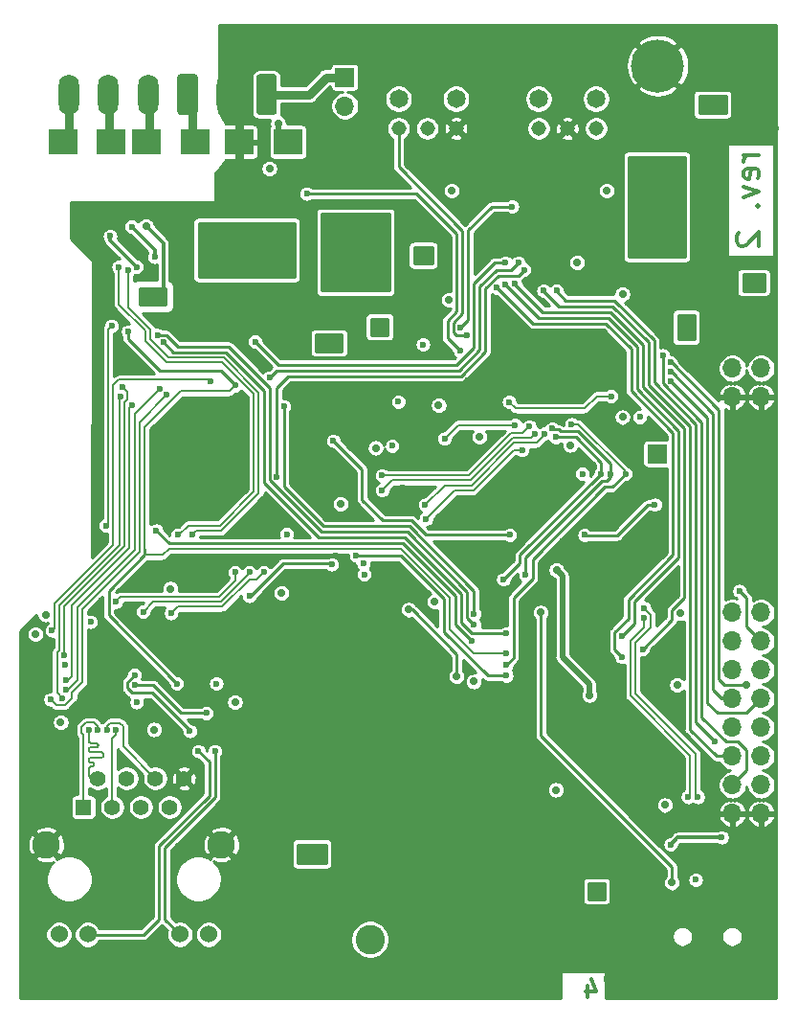
<source format=gbr>
G04 #@! TF.GenerationSoftware,KiCad,Pcbnew,(5.1.9)-1*
G04 #@! TF.CreationDate,2021-07-06T15:30:58+07:00*
G04 #@! TF.ProjectId,main2,6d61696e-322e-46b6-9963-61645f706362,rev?*
G04 #@! TF.SameCoordinates,Original*
G04 #@! TF.FileFunction,Copper,L4,Bot*
G04 #@! TF.FilePolarity,Positive*
%FSLAX46Y46*%
G04 Gerber Fmt 4.6, Leading zero omitted, Abs format (unit mm)*
G04 Created by KiCad (PCBNEW (5.1.9)-1) date 2021-07-06 15:30:58*
%MOMM*%
%LPD*%
G01*
G04 APERTURE LIST*
G04 #@! TA.AperFunction,NonConductor*
%ADD10C,0.300000*%
G04 #@! TD*
G04 #@! TA.AperFunction,ComponentPad*
%ADD11O,1.700000X1.700000*%
G04 #@! TD*
G04 #@! TA.AperFunction,SMDPad,CuDef*
%ADD12R,2.500000X2.300000*%
G04 #@! TD*
G04 #@! TA.AperFunction,ComponentPad*
%ADD13C,1.650000*%
G04 #@! TD*
G04 #@! TA.AperFunction,ComponentPad*
%ADD14C,1.308000*%
G04 #@! TD*
G04 #@! TA.AperFunction,ComponentPad*
%ADD15R,2.600000X2.600000*%
G04 #@! TD*
G04 #@! TA.AperFunction,ComponentPad*
%ADD16C,2.600000*%
G04 #@! TD*
G04 #@! TA.AperFunction,ComponentPad*
%ADD17O,1.800000X3.600000*%
G04 #@! TD*
G04 #@! TA.AperFunction,ComponentPad*
%ADD18R,1.700000X1.700000*%
G04 #@! TD*
G04 #@! TA.AperFunction,ComponentPad*
%ADD19C,2.445000*%
G04 #@! TD*
G04 #@! TA.AperFunction,ComponentPad*
%ADD20C,1.530000*%
G04 #@! TD*
G04 #@! TA.AperFunction,ComponentPad*
%ADD21C,1.398000*%
G04 #@! TD*
G04 #@! TA.AperFunction,ComponentPad*
%ADD22R,1.398000X1.398000*%
G04 #@! TD*
G04 #@! TA.AperFunction,SMDPad,CuDef*
%ADD23R,4.900000X2.950000*%
G04 #@! TD*
G04 #@! TA.AperFunction,ComponentPad*
%ADD24C,0.600000*%
G04 #@! TD*
G04 #@! TA.AperFunction,ComponentPad*
%ADD25C,4.700000*%
G04 #@! TD*
G04 #@! TA.AperFunction,ViaPad*
%ADD26C,0.600000*%
G04 #@! TD*
G04 #@! TA.AperFunction,ViaPad*
%ADD27C,0.700000*%
G04 #@! TD*
G04 #@! TA.AperFunction,Conductor*
%ADD28C,0.800000*%
G04 #@! TD*
G04 #@! TA.AperFunction,Conductor*
%ADD29C,0.200000*%
G04 #@! TD*
G04 #@! TA.AperFunction,Conductor*
%ADD30C,0.500000*%
G04 #@! TD*
G04 #@! TA.AperFunction,Conductor*
%ADD31C,0.300000*%
G04 #@! TD*
G04 #@! TA.AperFunction,Conductor*
%ADD32C,0.250000*%
G04 #@! TD*
G04 #@! TA.AperFunction,Conductor*
%ADD33C,0.254000*%
G04 #@! TD*
G04 #@! TA.AperFunction,Conductor*
%ADD34C,0.100000*%
G04 #@! TD*
G04 APERTURE END LIST*
D10*
X125237761Y-58341119D02*
X123904428Y-58341119D01*
X124285380Y-58341119D02*
X124094904Y-58436357D01*
X123999666Y-58531595D01*
X123904428Y-58722071D01*
X123904428Y-58912547D01*
X125142523Y-60341119D02*
X125237761Y-60150642D01*
X125237761Y-59769690D01*
X125142523Y-59579214D01*
X124952047Y-59483976D01*
X124190142Y-59483976D01*
X123999666Y-59579214D01*
X123904428Y-59769690D01*
X123904428Y-60150642D01*
X123999666Y-60341119D01*
X124190142Y-60436357D01*
X124380619Y-60436357D01*
X124571095Y-59483976D01*
X123904428Y-61103023D02*
X125237761Y-61579214D01*
X123904428Y-62055404D01*
X125047285Y-62817309D02*
X125142523Y-62912547D01*
X125237761Y-62817309D01*
X125142523Y-62722071D01*
X125047285Y-62817309D01*
X125237761Y-62817309D01*
X123428238Y-65198261D02*
X123333000Y-65293500D01*
X123237761Y-65483976D01*
X123237761Y-65960166D01*
X123333000Y-66150642D01*
X123428238Y-66245880D01*
X123618714Y-66341119D01*
X123809190Y-66341119D01*
X124094904Y-66245880D01*
X125237761Y-65103023D01*
X125237761Y-66341119D01*
X110077285Y-131743331D02*
X110077285Y-132743331D01*
X110434428Y-131171902D02*
X110791571Y-132243331D01*
X109863000Y-132243331D01*
D11*
X122872500Y-77152500D03*
X125412500Y-77152500D03*
X122872500Y-79692500D03*
X125412500Y-79692500D03*
X122872500Y-98742500D03*
X125412500Y-98742500D03*
X122872500Y-101282500D03*
X125412500Y-101282500D03*
X122872500Y-103822500D03*
X125412500Y-103822500D03*
X122872500Y-106362500D03*
X125412500Y-106362500D03*
X122872500Y-108902500D03*
X125412500Y-108902500D03*
X122872500Y-111442500D03*
X125412500Y-111442500D03*
X122872500Y-113982500D03*
X125412500Y-113982500D03*
X122872500Y-116522500D03*
X125412500Y-116522500D03*
D12*
X63636000Y-57150000D03*
X67936000Y-57150000D03*
X75365500Y-57150000D03*
X71065500Y-57150000D03*
X79257000Y-57150000D03*
X83557000Y-57150000D03*
D13*
X110807500Y-53340000D03*
X105727500Y-53340000D03*
D14*
X105727500Y-55970000D03*
X108267500Y-55970000D03*
X110807500Y-55970000D03*
X98425000Y-55970000D03*
X95885000Y-55970000D03*
X93345000Y-55970000D03*
D13*
X93345000Y-53340000D03*
X98425000Y-53340000D03*
D15*
X85725000Y-127635000D03*
D16*
X90805000Y-127635000D03*
G04 #@! TA.AperFunction,ComponentPad*
G36*
G01*
X82561000Y-51409000D02*
X82561000Y-54509000D01*
G75*
G02*
X82311000Y-54759000I-250000J0D01*
G01*
X81011000Y-54759000D01*
G75*
G02*
X80761000Y-54509000I0J250000D01*
G01*
X80761000Y-51409000D01*
G75*
G02*
X81011000Y-51159000I250000J0D01*
G01*
X82311000Y-51159000D01*
G75*
G02*
X82561000Y-51409000I0J-250000D01*
G01*
G37*
G04 #@! TD.AperFunction*
D17*
X78161000Y-52959000D03*
G04 #@! TA.AperFunction,ComponentPad*
G36*
G01*
X75576000Y-51409000D02*
X75576000Y-54509000D01*
G75*
G02*
X75326000Y-54759000I-250000J0D01*
G01*
X74026000Y-54759000D01*
G75*
G02*
X73776000Y-54509000I0J250000D01*
G01*
X73776000Y-51409000D01*
G75*
G02*
X74026000Y-51159000I250000J0D01*
G01*
X75326000Y-51159000D01*
G75*
G02*
X75576000Y-51409000I0J-250000D01*
G01*
G37*
G04 #@! TD.AperFunction*
X71176000Y-52959000D03*
X67676000Y-52959000D03*
X64176000Y-52959000D03*
D18*
X88582500Y-51435000D03*
D11*
X88582500Y-53975000D03*
D19*
X77658500Y-119251000D03*
X62168500Y-119251000D03*
D20*
X73998500Y-127201000D03*
X76538500Y-127201000D03*
X65828500Y-127201000D03*
X63288500Y-127201000D03*
D21*
X74353500Y-113411000D03*
X73083500Y-115951000D03*
X71813500Y-113411000D03*
X70543500Y-115951000D03*
X69273500Y-113411000D03*
X68003500Y-115951000D03*
X66733500Y-113411000D03*
D22*
X65463500Y-115951000D03*
D23*
X93611700Y-102501700D03*
D24*
X91661700Y-103151700D03*
X92961700Y-103151700D03*
X92961700Y-101851700D03*
X91661700Y-101851700D03*
X95561700Y-103151700D03*
X94261700Y-103151700D03*
X94261700Y-101851700D03*
X95561700Y-101851700D03*
D18*
X116205000Y-84709000D03*
D25*
X116268500Y-50419000D03*
D26*
X109601000Y-86487000D03*
X114681000Y-81470500D03*
D27*
X82994500Y-97028000D03*
D26*
X104394000Y-77216000D03*
X106426000Y-77216000D03*
X106426000Y-75184000D03*
X104394000Y-75184000D03*
X105410000Y-76200000D03*
X107442000Y-78232000D03*
X107442000Y-74168000D03*
X103378000Y-74168000D03*
X103378000Y-78232000D03*
X105410000Y-78232000D03*
X105410000Y-74168000D03*
X107442000Y-76200000D03*
X103378000Y-76200000D03*
X74041000Y-84201000D03*
X75819000Y-84201000D03*
X76708000Y-84201000D03*
X76708000Y-87757000D03*
X75819000Y-87757000D03*
X74041000Y-87757000D03*
X73152000Y-87757000D03*
X76708000Y-86868000D03*
X75819000Y-86868000D03*
X74930000Y-86868000D03*
X74041000Y-86868000D03*
X73152000Y-86868000D03*
X76708000Y-85090000D03*
X75819000Y-85090000D03*
X73152000Y-85090000D03*
X74041000Y-85090000D03*
X74930000Y-85090000D03*
X75819000Y-85979000D03*
X74041000Y-85979000D03*
X74930000Y-85979000D03*
X76708000Y-85979000D03*
X73152000Y-85979000D03*
X74930000Y-87757000D03*
X74930000Y-84201000D03*
X73152000Y-84201000D03*
X67703700Y-105092500D03*
X66929000Y-105092500D03*
X67703700Y-104330500D03*
X66929000Y-104330500D03*
X66179700Y-105092500D03*
X66179700Y-104330500D03*
X66929000Y-103581200D03*
D27*
X111696500Y-68834000D03*
X115697000Y-71628000D03*
X98615500Y-83883500D03*
X97472500Y-85026500D03*
X60261500Y-104648000D03*
X71945500Y-99250500D03*
X79438500Y-101981000D03*
X114998500Y-122809000D03*
X108331000Y-122110500D03*
X107188000Y-121729500D03*
X108331000Y-120650000D03*
X108331000Y-118110000D03*
X106172000Y-118110000D03*
X95250000Y-72517000D03*
X95631000Y-78613000D03*
X95377000Y-76073000D03*
D26*
X101790500Y-79946500D03*
X104140000Y-79946500D03*
X119380000Y-120332500D03*
X101754500Y-78450000D03*
D27*
X100266500Y-81216500D03*
X111506000Y-70358000D03*
X106172000Y-68834000D03*
X111379000Y-81216500D03*
X110109000Y-117856000D03*
X114109500Y-119380000D03*
X93916500Y-95250000D03*
D26*
X66179700Y-103581200D03*
X67691000Y-103581200D03*
D27*
X90551000Y-111252000D03*
X90551000Y-114300000D03*
X90551000Y-115316000D03*
X90551000Y-116332000D03*
X90551000Y-117348000D03*
X80010000Y-111696500D03*
X80010000Y-112712500D03*
X80010000Y-113728500D03*
X80010000Y-114744500D03*
X80010000Y-115760500D03*
X80010000Y-116776500D03*
X82042000Y-118935500D03*
X82042000Y-119951500D03*
X83820000Y-122999500D03*
X84836000Y-122999500D03*
X85852000Y-122999500D03*
X86868000Y-122999500D03*
X87884000Y-122999500D03*
X87884000Y-126238000D03*
X87884000Y-127254000D03*
X87884000Y-128270000D03*
X87884000Y-129286000D03*
X87884000Y-130302000D03*
X87884000Y-131318000D03*
X87884000Y-125222000D03*
X86741000Y-125222000D03*
X85725000Y-125222000D03*
X84709000Y-125222000D03*
X83693000Y-125222000D03*
X86741000Y-129794000D03*
X85725000Y-129794000D03*
X84709000Y-129794000D03*
X83693000Y-129794000D03*
X83439000Y-128778000D03*
X83439000Y-126238000D03*
X83439000Y-127508000D03*
X110998000Y-128333500D03*
X112014000Y-128333500D03*
X113030000Y-128333500D03*
X114046000Y-128333500D03*
X110998000Y-125285500D03*
X112014000Y-125285500D03*
X113030000Y-125285500D03*
X114046000Y-125285500D03*
X115062000Y-127317500D03*
X115062000Y-126301500D03*
X80264000Y-109474000D03*
X80264000Y-108204000D03*
X80264000Y-106934000D03*
X80264000Y-105664000D03*
X80264000Y-104394000D03*
X80264000Y-103124000D03*
X80264000Y-101854000D03*
X80264000Y-100584000D03*
X80264000Y-99314000D03*
X81534000Y-104394000D03*
X82804000Y-104394000D03*
X87884000Y-104394000D03*
X89154000Y-104394000D03*
X90424000Y-104394000D03*
X90551000Y-107950000D03*
X90551000Y-106680000D03*
X89408000Y-106680000D03*
X89408000Y-107950000D03*
X89408000Y-109220000D03*
X90551000Y-109220000D03*
X101600000Y-111760000D03*
X102870000Y-111760000D03*
X104140000Y-111760000D03*
X100330000Y-111760000D03*
X100330000Y-112776000D03*
X100330000Y-113792000D03*
X100330000Y-114808000D03*
X104140000Y-112776000D03*
D26*
X66548000Y-78232000D03*
X66548000Y-79121000D03*
X66548000Y-80010000D03*
X66548000Y-80899000D03*
X66548000Y-81788000D03*
X66548000Y-82677000D03*
X66548000Y-83566000D03*
X66548000Y-84455000D03*
X66548000Y-85344000D03*
X66548000Y-86233000D03*
X66548000Y-87122000D03*
X66548000Y-88011000D03*
X66548000Y-88900000D03*
X66548000Y-89789000D03*
X66548000Y-90678000D03*
X66548000Y-91567000D03*
X83388200Y-90665300D03*
X109728000Y-102743000D03*
X110617000Y-102743000D03*
X101981000Y-74485500D03*
X111506000Y-73914000D03*
X117665500Y-75628500D03*
X70421500Y-95440500D03*
X60896500Y-108394500D03*
X73469500Y-109093000D03*
X73914000Y-99949000D03*
X113792000Y-112712500D03*
X116459000Y-104648000D03*
X116776500Y-96329500D03*
X107886500Y-92456000D03*
X76390500Y-71247000D03*
X88011000Y-58928000D03*
X91376500Y-62484000D03*
X95313500Y-84264500D03*
X93726000Y-87693500D03*
X93027500Y-95250000D03*
X92202000Y-95250000D03*
X115824000Y-109220000D03*
X99504500Y-78232000D03*
D27*
X89344500Y-110680500D03*
X89408000Y-117729000D03*
X69532500Y-63500000D03*
X71247000Y-63500000D03*
X87566500Y-85026500D03*
D26*
X105029000Y-90043000D03*
X99504500Y-92837000D03*
X99949000Y-95504000D03*
X102743000Y-98806000D03*
X106934000Y-84074000D03*
X105029000Y-87058500D03*
X67056000Y-97663000D03*
X81661000Y-90678000D03*
X117919500Y-96012000D03*
X108331000Y-94488000D03*
X116332000Y-56896000D03*
X116332000Y-55054500D03*
X116332000Y-55943500D03*
X117030500Y-54483000D03*
X118046500Y-54483000D03*
X117030500Y-57404000D03*
X118046500Y-57404000D03*
D27*
X126682500Y-55943500D03*
X125285500Y-54229000D03*
D26*
X119443500Y-63754000D03*
X119443500Y-65151000D03*
X120713500Y-63754000D03*
X120713500Y-65151000D03*
X120078500Y-64452500D03*
X121285000Y-67183000D03*
X121285000Y-66294000D03*
X121285000Y-68008500D03*
X120904000Y-69151500D03*
D27*
X95250000Y-71691500D03*
X88265000Y-72390000D03*
X88265000Y-73406000D03*
D26*
X87820500Y-93726000D03*
X111709200Y-100050600D03*
X109791500Y-90805000D03*
X113919000Y-92011500D03*
D27*
X99568000Y-85471000D03*
D26*
X108140500Y-86487000D03*
D27*
X64452500Y-111061500D03*
D26*
X73787000Y-110045500D03*
X80518000Y-61087000D03*
X87757000Y-62738000D03*
X85344000Y-60325000D03*
X75501500Y-73469500D03*
X74612500Y-73469500D03*
X76390500Y-73469500D03*
D27*
X77470000Y-73533000D03*
X78613000Y-73533000D03*
D26*
X73469500Y-73406000D03*
D27*
X80073500Y-110553500D03*
X82042000Y-121031000D03*
X80264000Y-117729000D03*
X81216500Y-118237000D03*
X82804000Y-122872500D03*
X82232500Y-122047000D03*
X82042000Y-97790000D03*
X81153000Y-98488500D03*
X92011500Y-110045500D03*
X92011500Y-109093000D03*
X91694000Y-106680000D03*
D26*
X60561293Y-106329000D03*
X60561293Y-110329000D03*
X60561293Y-112729000D03*
X60561293Y-115129000D03*
X60561293Y-117529000D03*
X60561293Y-120729000D03*
X60561293Y-123129000D03*
X60561293Y-125529000D03*
X60561293Y-127929000D03*
X60561293Y-130329000D03*
X61361293Y-131929000D03*
X62161293Y-109529000D03*
X62161293Y-111929000D03*
X62161293Y-114329000D03*
X62161293Y-116729000D03*
X62161293Y-123929000D03*
X62161293Y-128729000D03*
X62961293Y-125529000D03*
X62961293Y-130329000D03*
X63761293Y-112729000D03*
X63761293Y-115129000D03*
X63761293Y-117529000D03*
X63761293Y-131929000D03*
X64561293Y-119129000D03*
X65361293Y-130329000D03*
X66161293Y-117529000D03*
X66161293Y-119929000D03*
X66161293Y-131929000D03*
X66961293Y-121529000D03*
X66961293Y-125529000D03*
X67761293Y-118329000D03*
X67761293Y-130329000D03*
X68561293Y-119929000D03*
X68561293Y-123929000D03*
X68561293Y-126329000D03*
X68561293Y-131929000D03*
X69361293Y-117529000D03*
X70161293Y-122329000D03*
X70161293Y-124729000D03*
X70161293Y-130329000D03*
X70961293Y-131929000D03*
X71761293Y-68729000D03*
X71761293Y-117529000D03*
X71761293Y-127929000D03*
X72561293Y-82329000D03*
X72561293Y-89529000D03*
X72561293Y-111129000D03*
X72561293Y-130329000D03*
X73361293Y-131929000D03*
X74161293Y-80729000D03*
X74161293Y-90329000D03*
X74161293Y-119929000D03*
X74161293Y-124729000D03*
X74961293Y-82329000D03*
X74961293Y-95129000D03*
X74961293Y-130329000D03*
X75761293Y-89529000D03*
X75761293Y-112729000D03*
X75761293Y-118329000D03*
X75761293Y-125529000D03*
X75761293Y-131929000D03*
X76561293Y-63129000D03*
X76561293Y-80729000D03*
X76561293Y-128729000D03*
X77361293Y-82329000D03*
X77361293Y-116729000D03*
X77361293Y-124729000D03*
X77361293Y-130329000D03*
X78161293Y-47129000D03*
X78161293Y-49529000D03*
X78161293Y-79929000D03*
X78161293Y-83929000D03*
X78161293Y-86329000D03*
X78161293Y-88729000D03*
X78161293Y-112729000D03*
X78161293Y-115129000D03*
X78161293Y-121529000D03*
X78161293Y-126329000D03*
X78161293Y-131929000D03*
X78961293Y-63129000D03*
X78961293Y-81529000D03*
X78961293Y-99929000D03*
X78961293Y-108729000D03*
X78961293Y-123129000D03*
X78961293Y-127929000D03*
X79761293Y-47929000D03*
X79761293Y-50329000D03*
X79761293Y-83129000D03*
X79761293Y-85529000D03*
X79761293Y-91129000D03*
X79761293Y-119129000D03*
X79761293Y-124729000D03*
X79761293Y-129529000D03*
X80561293Y-120729000D03*
X80561293Y-126329000D03*
X80561293Y-131129000D03*
X81361293Y-47129000D03*
X81361293Y-49529000D03*
X81361293Y-55929000D03*
X81361293Y-123929000D03*
X81361293Y-127929000D03*
X82161293Y-106329000D03*
X82161293Y-108729000D03*
X82161293Y-130329000D03*
X82961293Y-47929000D03*
X82961293Y-50329000D03*
X82961293Y-131929000D03*
X83761293Y-51929000D03*
X83761293Y-63129000D03*
X84561293Y-47129000D03*
X84561293Y-49529000D03*
X84561293Y-131129000D03*
X85361293Y-54329000D03*
X85361293Y-63929000D03*
X85361293Y-66329000D03*
X85361293Y-68729000D03*
X86161293Y-47929000D03*
X86161293Y-50329000D03*
X86161293Y-55929000D03*
X86161293Y-131929000D03*
X86961293Y-53529000D03*
X87761293Y-47129000D03*
X87761293Y-49529000D03*
X87761293Y-86329000D03*
X87761293Y-106329000D03*
X87761293Y-108729000D03*
X87761293Y-111129000D03*
X87761293Y-113529000D03*
X88561293Y-79129000D03*
X89361293Y-47929000D03*
X89361293Y-58329000D03*
X89361293Y-123129000D03*
X89361293Y-131929000D03*
X90161293Y-49529000D03*
X90161293Y-51929000D03*
X90161293Y-54329000D03*
X90161293Y-56729000D03*
X90961293Y-47129000D03*
X90961293Y-59129000D03*
X90961293Y-123929000D03*
X91761293Y-48729000D03*
X91761293Y-51129000D03*
X91761293Y-53529000D03*
X91761293Y-55929000D03*
X91761293Y-131929000D03*
X92561293Y-57529000D03*
X92561293Y-89529000D03*
X92561293Y-118329000D03*
X92561293Y-123129000D03*
X93361293Y-47129000D03*
X93361293Y-49529000D03*
X93361293Y-111929000D03*
X93361293Y-114329000D03*
X93361293Y-116729000D03*
X94161293Y-51129000D03*
X94161293Y-58329000D03*
X94161293Y-131929000D03*
X94961293Y-47929000D03*
X94961293Y-52729000D03*
X95761293Y-49529000D03*
X95761293Y-54329000D03*
X96561293Y-47129000D03*
X96561293Y-51129000D03*
X96561293Y-131929000D03*
X97361293Y-48729000D03*
X97361293Y-57529000D03*
X97361293Y-92729000D03*
X98161293Y-50329000D03*
X98161293Y-107129000D03*
X98961293Y-47129000D03*
X98961293Y-58329000D03*
X98961293Y-63129000D03*
X98961293Y-91129000D03*
X98961293Y-108729000D03*
X98961293Y-111129000D03*
X98961293Y-113529000D03*
X99761293Y-48729000D03*
X99761293Y-51129000D03*
X99761293Y-55129000D03*
X99761293Y-59929000D03*
X99761293Y-106329000D03*
X100561293Y-52729000D03*
X100561293Y-56729000D03*
X100561293Y-107929000D03*
X100561293Y-110329000D03*
X101361293Y-47129000D03*
X101361293Y-49529000D03*
X101361293Y-54329000D03*
X101361293Y-58329000D03*
X101361293Y-91129000D03*
X102161293Y-51129000D03*
X102161293Y-55929000D03*
X102161293Y-59929000D03*
X102161293Y-109529000D03*
X102961293Y-47929000D03*
X102961293Y-52729000D03*
X102961293Y-57529000D03*
X103761293Y-49529000D03*
X103761293Y-54329000D03*
X103761293Y-59129000D03*
X103761293Y-110329000D03*
X104561293Y-47129000D03*
X104561293Y-51129000D03*
X104561293Y-88729000D03*
X104561293Y-107929000D03*
X105361293Y-48729000D03*
X105361293Y-63129000D03*
X105361293Y-119929000D03*
X106161293Y-50329000D03*
X106161293Y-57529000D03*
X106961293Y-47129000D03*
X106961293Y-51929000D03*
X106961293Y-59129000D03*
X107761293Y-48729000D03*
X107761293Y-53529000D03*
X107761293Y-63129000D03*
X107761293Y-68729000D03*
X108561293Y-50329000D03*
X108561293Y-57529000D03*
X109361293Y-47129000D03*
X109361293Y-51929000D03*
X109361293Y-54329000D03*
X110161293Y-48729000D03*
X110161293Y-63129000D03*
X110161293Y-109529000D03*
X110961293Y-50329000D03*
X111761293Y-47129000D03*
X111761293Y-57529000D03*
X111761293Y-91129000D03*
X111761293Y-112729000D03*
X111761293Y-131129000D03*
X112561293Y-53529000D03*
X112561293Y-55929000D03*
X112561293Y-89529000D03*
X113361293Y-131929000D03*
X114161293Y-55129000D03*
X114161293Y-109529000D03*
X114961293Y-56729000D03*
X114961293Y-87129000D03*
X115761293Y-83129000D03*
X115761293Y-113529000D03*
X115761293Y-131929000D03*
X116561293Y-86329000D03*
X116561293Y-126329000D03*
X116561293Y-128729000D03*
X118161293Y-113529000D03*
X118161293Y-124729000D03*
X118161293Y-129529000D03*
X118161293Y-131929000D03*
X118961293Y-55929000D03*
X119761293Y-47129000D03*
X119761293Y-126329000D03*
X119761293Y-128729000D03*
X119761293Y-131129000D03*
X120561293Y-48729000D03*
X120561293Y-51929000D03*
X120561293Y-71129000D03*
X120561293Y-112729000D03*
X121361293Y-50329000D03*
X121361293Y-115129000D03*
X121361293Y-127129000D03*
X121361293Y-129529000D03*
X121361293Y-131929000D03*
X122161293Y-47129000D03*
X122161293Y-122329000D03*
X122961293Y-48729000D03*
X122961293Y-51129000D03*
X122961293Y-81529000D03*
X122961293Y-83929000D03*
X122961293Y-86329000D03*
X122961293Y-88729000D03*
X122961293Y-91129000D03*
X122961293Y-93529000D03*
X122961293Y-128729000D03*
X122961293Y-131129000D03*
X123761293Y-52729000D03*
X123761293Y-95129000D03*
X123761293Y-118329000D03*
X123761293Y-120729000D03*
X123761293Y-123129000D03*
X124561293Y-47129000D03*
X124561293Y-49529000D03*
X124561293Y-82329000D03*
X124561293Y-84729000D03*
X124561293Y-87129000D03*
X124561293Y-89529000D03*
X124561293Y-91929000D03*
X124561293Y-126329000D03*
X124561293Y-131929000D03*
X125361293Y-51129000D03*
X125361293Y-93529000D03*
X125361293Y-95929000D03*
X125361293Y-119129000D03*
X125361293Y-121529000D03*
X125361293Y-127929000D03*
X126161293Y-47929000D03*
X126161293Y-52729000D03*
X126161293Y-72729000D03*
X126161293Y-81529000D03*
X126161293Y-83929000D03*
X126161293Y-86329000D03*
X126161293Y-88729000D03*
X126161293Y-91129000D03*
X126161293Y-123129000D03*
X104584500Y-130111500D03*
X106961293Y-130111500D03*
X109410500Y-130111500D03*
X113728500Y-124079000D03*
X67754500Y-69215000D03*
X66738500Y-68199000D03*
X66357500Y-65024000D03*
D27*
X91249500Y-73914000D03*
X91249500Y-73088500D03*
X92075000Y-73088500D03*
X92075000Y-73914000D03*
X89916000Y-69850000D03*
X89916000Y-68834000D03*
X89916000Y-67818000D03*
X89916000Y-66802000D03*
X89916000Y-65786000D03*
X88900000Y-69850000D03*
X88900000Y-68834000D03*
X88900000Y-67818000D03*
X88900000Y-66802000D03*
X88900000Y-65786000D03*
X87884000Y-69850000D03*
X87884000Y-68834000D03*
X87884000Y-67818000D03*
X87884000Y-66802000D03*
X87884000Y-65786000D03*
X86868000Y-69850000D03*
X86868000Y-68834000D03*
X86868000Y-67818000D03*
X86868000Y-66802000D03*
X86868000Y-65786000D03*
X91249500Y-69850000D03*
X91249500Y-69024500D03*
X91249500Y-68199000D03*
X92075000Y-68199000D03*
X92075000Y-69024500D03*
X92075000Y-69850000D03*
X118364000Y-73533000D03*
X118364000Y-74358500D03*
X119189500Y-72707500D03*
X119189500Y-73533000D03*
X119189500Y-74358500D03*
X109156500Y-67818000D03*
X97790000Y-71120000D03*
X113157000Y-81470500D03*
X81915000Y-59499500D03*
X118364000Y-72707500D03*
X91313000Y-84201000D03*
X96888000Y-80441500D03*
X88201500Y-89154000D03*
X117792500Y-62230000D03*
X117792500Y-64643000D03*
X117792500Y-63436500D03*
X117792500Y-61087000D03*
X117792500Y-59880500D03*
X114363500Y-58991500D03*
X116586000Y-59626500D03*
X115189000Y-59626500D03*
X115887500Y-58991500D03*
X117284500Y-58991500D03*
X111760000Y-61468000D03*
X98044000Y-61468000D03*
X114363500Y-63436500D03*
X115189000Y-64706500D03*
X116586000Y-64706500D03*
X114363500Y-62230000D03*
X114363500Y-61087000D03*
X114236500Y-59944000D03*
X114236500Y-64516000D03*
D26*
X73787000Y-91884500D03*
X68580000Y-68199000D03*
X75057000Y-91884500D03*
X69405500Y-68516500D03*
D27*
X116903500Y-115760500D03*
X110236000Y-106045000D03*
X110490000Y-122999500D03*
X111252000Y-122999500D03*
X110490000Y-123761500D03*
X111252000Y-123761500D03*
X118300500Y-98806000D03*
X117983000Y-105156000D03*
X107315000Y-94996000D03*
X72390000Y-70421500D03*
X70739000Y-70421500D03*
X70739000Y-71247000D03*
X72390000Y-71247000D03*
X71564500Y-71247000D03*
X71564500Y-70421500D03*
X73152000Y-96647000D03*
X78867000Y-106680000D03*
X61214000Y-100647500D03*
X70993000Y-64579500D03*
D26*
X66103500Y-99568000D03*
D27*
X77406500Y-65087500D03*
X83058000Y-65087500D03*
X83058000Y-66103500D03*
X83058000Y-67183000D03*
X83058000Y-68262500D03*
X77406500Y-66103500D03*
X77406500Y-67183000D03*
X77406500Y-68262500D03*
X78549500Y-68262500D03*
X79692500Y-68262500D03*
X81915000Y-68262500D03*
X80835500Y-68262500D03*
D26*
X62547500Y-106426000D03*
X72834500Y-79502000D03*
D27*
X71691500Y-109093000D03*
D26*
X70167500Y-106680000D03*
D27*
X63449500Y-108445000D03*
D26*
X119634000Y-122364500D03*
D27*
X117538500Y-122618500D03*
X105918000Y-98742500D03*
D26*
X72517000Y-74866500D03*
X102870000Y-100584000D03*
X100012500Y-99822000D03*
X72009000Y-74231500D03*
X80137000Y-97282000D03*
X87439500Y-94488000D03*
X78867000Y-95186500D03*
X68326000Y-97790000D03*
X80137000Y-95186500D03*
X70739000Y-98679000D03*
X81407000Y-95186500D03*
X73215500Y-98806000D03*
D27*
X62103000Y-98933000D03*
D26*
X62674500Y-100330000D03*
X76708000Y-78295500D03*
X116713000Y-76009500D03*
D27*
X124142500Y-105156000D03*
D26*
X117411500Y-76644500D03*
X106172000Y-70294500D03*
X107315000Y-70294500D03*
X121348500Y-110172500D03*
X117411500Y-78295500D03*
X117411500Y-77470000D03*
X103949500Y-67818000D03*
X81915000Y-77978000D03*
X104457500Y-68453000D03*
X83439000Y-91821000D03*
X82550000Y-86804500D03*
X80645000Y-74803000D03*
X102806500Y-67818000D03*
X114935000Y-101981000D03*
X103632000Y-69659500D03*
X102806500Y-69723000D03*
X113093500Y-100838000D03*
X102044500Y-70040500D03*
X113093500Y-102679500D03*
X63881000Y-105537000D03*
X72199500Y-78994000D03*
X63881000Y-104711500D03*
X69723000Y-80454500D03*
X63563500Y-106299000D03*
X68707000Y-79692500D03*
X63754000Y-102552500D03*
X68897500Y-78803500D03*
X98806000Y-75628500D03*
X85217000Y-61722000D03*
D27*
X95948500Y-67564000D03*
X95948500Y-66738500D03*
X95059500Y-66738500D03*
X95059500Y-67564000D03*
X113157000Y-70612000D03*
X100488750Y-83216750D03*
X108521500Y-83947000D03*
D26*
X93332000Y-80124000D03*
X95504000Y-75057000D03*
X75628500Y-110998000D03*
X77089000Y-110998000D03*
X77216000Y-105029000D03*
X63817500Y-103378000D03*
X69977000Y-104267000D03*
X74866500Y-109220000D03*
X69977000Y-105156000D03*
X76327000Y-107632500D03*
X98806000Y-73596500D03*
X103378500Y-62865000D03*
X97409000Y-83375500D03*
X103632000Y-82169000D03*
X103124000Y-80137000D03*
X112141000Y-79629000D03*
X95758000Y-90487500D03*
X104267000Y-84391500D03*
X99377500Y-74231500D03*
X104902000Y-82296000D03*
X91884500Y-86614000D03*
X105410000Y-82931000D03*
X91884500Y-87947500D03*
X106235500Y-82931000D03*
X95694500Y-89217500D03*
D27*
X124333000Y-69215000D03*
X124333000Y-70040500D03*
X125158500Y-70040500D03*
X125158500Y-69215000D03*
X86360000Y-75311000D03*
X88011000Y-74485500D03*
X86360000Y-74485500D03*
X87185500Y-74485500D03*
X87185500Y-75311000D03*
X88011000Y-75311000D03*
X86550500Y-119634000D03*
X84899500Y-119634000D03*
X84899500Y-120459500D03*
X86550500Y-120459500D03*
X85725000Y-120459500D03*
X85725000Y-119634000D03*
X120269000Y-53403500D03*
X121094500Y-53403500D03*
X121920000Y-53403500D03*
X120269000Y-54229000D03*
X121094500Y-54229000D03*
X121920000Y-54229000D03*
X107251500Y-114427000D03*
X100010020Y-104840980D03*
X96520000Y-97790000D03*
X82677000Y-55499000D03*
X98488500Y-104394000D03*
X94234000Y-98488500D03*
D26*
X121920000Y-118618000D03*
X117411500Y-119253000D03*
X73723500Y-105029000D03*
X102870000Y-102362000D03*
X78867000Y-78676500D03*
X69405500Y-73914000D03*
X67437000Y-91059000D03*
X99822000Y-101282500D03*
X67945000Y-73406000D03*
X71882000Y-91503500D03*
X102870000Y-103378000D03*
X113411000Y-86487000D03*
X108648500Y-82105500D03*
X67818000Y-65468500D03*
X70167500Y-68199000D03*
X69723000Y-64643000D03*
X71755000Y-67310000D03*
X92773500Y-84010500D03*
X102870000Y-104330500D03*
X89598500Y-93726000D03*
X90233500Y-94424500D03*
X112077500Y-86487000D03*
X104584500Y-95440500D03*
X106934000Y-82486500D03*
X90297000Y-95377000D03*
X111252000Y-86487000D03*
X102616000Y-95821500D03*
X107251500Y-83248500D03*
X123507500Y-96837500D03*
X87566500Y-83566000D03*
X103187500Y-91884500D03*
X109791500Y-91884500D03*
X116014500Y-89217500D03*
X100012500Y-98869500D03*
X83185000Y-80518000D03*
X66725800Y-109118400D03*
X65913000Y-109093000D03*
X67525900Y-109105700D03*
X68326000Y-109105700D03*
X115062000Y-99250500D03*
X118955000Y-115049300D03*
X115062000Y-98361500D03*
X119805000Y-115049300D03*
D28*
X80073500Y-54483000D02*
X79375000Y-55181500D01*
X80073500Y-52959000D02*
X80073500Y-54483000D01*
X78161000Y-52959000D02*
X80073500Y-52959000D01*
X79257000Y-59826000D02*
X80518000Y-61087000D01*
X79257000Y-57150000D02*
X79257000Y-59826000D01*
X79257000Y-54055000D02*
X78161000Y-52959000D01*
X79257000Y-57150000D02*
X79257000Y-54055000D01*
D29*
X68580000Y-71501000D02*
X68580000Y-68199000D01*
X70929500Y-73850500D02*
X68580000Y-71501000D01*
X70929500Y-74739500D02*
X70929500Y-73850500D01*
X72834500Y-76644500D02*
X70929500Y-74739500D01*
X80518000Y-79438500D02*
X77724000Y-76644500D01*
X80518000Y-88074500D02*
X80518000Y-79438500D01*
X77533500Y-91059000D02*
X80518000Y-88074500D01*
X74739500Y-91059000D02*
X77533500Y-91059000D01*
X77724000Y-76644500D02*
X72834500Y-76644500D01*
X73914000Y-91884500D02*
X74739500Y-91059000D01*
X73787000Y-91884500D02*
X73914000Y-91884500D01*
X69405500Y-71755000D02*
X69405500Y-68516500D01*
X71374000Y-73723500D02*
X69405500Y-71755000D01*
X71374000Y-74612500D02*
X71374000Y-73723500D01*
X72961500Y-76200000D02*
X71374000Y-74612500D01*
X77851000Y-76200000D02*
X72961500Y-76200000D01*
X80962500Y-79311500D02*
X77851000Y-76200000D01*
X80962500Y-88201500D02*
X80962500Y-79311500D01*
X77660500Y-91503500D02*
X80962500Y-88201500D01*
X75438000Y-91503500D02*
X77660500Y-91503500D01*
X75057000Y-91884500D02*
X75438000Y-91503500D01*
D28*
X67754500Y-56841500D02*
X68126500Y-57213500D01*
X67754500Y-53037500D02*
X67754500Y-56841500D01*
X67676000Y-52959000D02*
X67754500Y-53037500D01*
X64135000Y-57086500D02*
X64008000Y-57213500D01*
X64135000Y-53000000D02*
X64135000Y-57086500D01*
X64176000Y-52959000D02*
X64135000Y-53000000D01*
X75057000Y-56578500D02*
X75692000Y-57213500D01*
X75057000Y-53340000D02*
X75057000Y-56578500D01*
X74676000Y-52959000D02*
X75057000Y-53340000D01*
X71247000Y-57150000D02*
X71310500Y-57213500D01*
X71247000Y-53030000D02*
X71247000Y-57150000D01*
X71176000Y-52959000D02*
X71247000Y-53030000D01*
D30*
X110236000Y-105092500D02*
X110236000Y-106045000D01*
X107823000Y-102679500D02*
X110236000Y-105092500D01*
X107823000Y-95504000D02*
X107823000Y-102679500D01*
X107315000Y-94996000D02*
X107823000Y-95504000D01*
D31*
X72517000Y-70294500D02*
X72390000Y-70421500D01*
X72517000Y-66103500D02*
X72517000Y-70294500D01*
X70993000Y-64579500D02*
X72517000Y-66103500D01*
D29*
X63055500Y-106934000D02*
X62547500Y-106426000D01*
X63817500Y-106934000D02*
X63055500Y-106934000D01*
X64452500Y-106299000D02*
X63817500Y-106934000D01*
X64452500Y-105791000D02*
X64452500Y-106299000D01*
X65341500Y-104902000D02*
X64452500Y-105791000D01*
X65341500Y-98425000D02*
X65341500Y-104902000D01*
X70421500Y-93345000D02*
X65341500Y-98425000D01*
X70421500Y-81915000D02*
X70421500Y-93345000D01*
X72834500Y-79502000D02*
X70421500Y-81915000D01*
X63283500Y-127211000D02*
X63283500Y-127228000D01*
X63283500Y-127211000D02*
X63352500Y-127211000D01*
D32*
X63288500Y-127201000D02*
X63362500Y-127201000D01*
X105918000Y-109632750D02*
X105918000Y-98742500D01*
X117538500Y-121253250D02*
X105918000Y-109632750D01*
X117538500Y-122618500D02*
X117538500Y-121253250D01*
X86296500Y-92138500D02*
X81407000Y-87249000D01*
X73406000Y-75755500D02*
X72517000Y-74866500D01*
X93916500Y-92138500D02*
X86296500Y-92138500D01*
X81407000Y-79121000D02*
X78041500Y-75755500D01*
X78041500Y-75755500D02*
X73406000Y-75755500D01*
X102870000Y-100584000D02*
X99822000Y-100584000D01*
X99822000Y-100584000D02*
X98869500Y-99631500D01*
X98869500Y-99631500D02*
X98869500Y-97091500D01*
X81407000Y-87249000D02*
X81407000Y-79121000D01*
X98869500Y-97091500D02*
X93916500Y-92138500D01*
X99377500Y-99187000D02*
X100012500Y-99822000D01*
X99377500Y-96901000D02*
X99377500Y-99187000D01*
X94107000Y-91630500D02*
X99377500Y-96901000D01*
X86487000Y-91630500D02*
X94107000Y-91630500D01*
X81915000Y-87058500D02*
X86487000Y-91630500D01*
X81915000Y-78867000D02*
X81915000Y-87058500D01*
X78295500Y-75247500D02*
X81915000Y-78867000D01*
X73787000Y-75247500D02*
X78295500Y-75247500D01*
X72771000Y-74231500D02*
X73787000Y-75247500D01*
X72009000Y-74231500D02*
X72771000Y-74231500D01*
X80264000Y-97282000D02*
X80137000Y-97282000D01*
X83121500Y-94424500D02*
X80264000Y-97282000D01*
X87376000Y-94424500D02*
X83121500Y-94424500D01*
X87439500Y-94488000D02*
X87376000Y-94424500D01*
D29*
X78867000Y-95948500D02*
X78867000Y-95186500D01*
X77470000Y-97345500D02*
X78867000Y-95948500D01*
X68707000Y-97345500D02*
X77470000Y-97345500D01*
X68326000Y-97726500D02*
X68707000Y-97345500D01*
X68326000Y-97790000D02*
X68326000Y-97726500D01*
X80137000Y-95250000D02*
X80137000Y-95186500D01*
X77597000Y-97790000D02*
X80137000Y-95250000D01*
X71628000Y-97790000D02*
X77597000Y-97790000D01*
X70739000Y-98679000D02*
X71628000Y-97790000D01*
X73787000Y-98234500D02*
X73215500Y-98806000D01*
X77724000Y-98234500D02*
X73787000Y-98234500D01*
X80137000Y-95821500D02*
X77724000Y-98234500D01*
X80772000Y-95821500D02*
X80137000Y-95821500D01*
X81407000Y-95186500D02*
X80772000Y-95821500D01*
X62865000Y-100139500D02*
X62674500Y-100330000D01*
X62865000Y-97980500D02*
X62865000Y-100139500D01*
X68072000Y-92773500D02*
X62865000Y-97980500D01*
X68072000Y-78676500D02*
X68072000Y-92773500D01*
X68580000Y-78168500D02*
X68072000Y-78676500D01*
X76581000Y-78168500D02*
X68580000Y-78168500D01*
X76708000Y-78295500D02*
X76581000Y-78168500D01*
D32*
X124142500Y-112712500D02*
X122872500Y-113982500D01*
X124142500Y-110934500D02*
X124142500Y-112712500D01*
X123380500Y-110172500D02*
X124142500Y-110934500D01*
X122301000Y-110172500D02*
X123380500Y-110172500D01*
X120142000Y-108013500D02*
X122301000Y-110172500D01*
X120142000Y-81915000D02*
X120142000Y-108013500D01*
X116713000Y-78486000D02*
X120142000Y-81915000D01*
X116713000Y-76009500D02*
X116713000Y-78486000D01*
X122174000Y-105156000D02*
X124142500Y-105156000D01*
X121666000Y-104648000D02*
X122174000Y-105156000D01*
X121666000Y-80835500D02*
X121666000Y-104648000D01*
X117475000Y-76644500D02*
X121666000Y-80835500D01*
X117411500Y-76644500D02*
X117475000Y-76644500D01*
X121475500Y-111442500D02*
X122872500Y-111442500D01*
X119126000Y-109093000D02*
X121475500Y-111442500D01*
X119126000Y-82296000D02*
X119126000Y-109093000D01*
X115443000Y-78613000D02*
X119126000Y-82296000D01*
X115443000Y-74866500D02*
X115443000Y-78613000D01*
X112268000Y-71691500D02*
X115443000Y-74866500D01*
X107505500Y-71691500D02*
X112268000Y-71691500D01*
X106172000Y-70358000D02*
X107505500Y-71691500D01*
X106172000Y-70294500D02*
X106172000Y-70358000D01*
X107315000Y-70358000D02*
X107315000Y-70294500D01*
X108140500Y-71183500D02*
X107315000Y-70358000D01*
X112426750Y-71183500D02*
X108140500Y-71183500D01*
X115951000Y-74707750D02*
X112426750Y-71183500D01*
X115951000Y-78422500D02*
X115951000Y-74707750D01*
X119634000Y-82105500D02*
X115951000Y-78422500D01*
X119634000Y-108458000D02*
X119634000Y-82105500D01*
X121348500Y-110172500D02*
X119634000Y-108458000D01*
X124142500Y-107632500D02*
X125412500Y-106362500D01*
X121539000Y-107632500D02*
X124142500Y-107632500D01*
X120650000Y-106743500D02*
X121539000Y-107632500D01*
X120650000Y-81534000D02*
X120650000Y-106743500D01*
X117411500Y-78295500D02*
X120650000Y-81534000D01*
X121920000Y-106362500D02*
X122872500Y-106362500D01*
X121158000Y-105600500D02*
X121920000Y-106362500D01*
X121158000Y-81153000D02*
X121158000Y-105600500D01*
X117475000Y-77470000D02*
X121158000Y-81153000D01*
X117411500Y-77470000D02*
X117475000Y-77470000D01*
X82550000Y-77343000D02*
X81915000Y-77978000D01*
X98679000Y-77343000D02*
X82550000Y-77343000D01*
X100520500Y-75501500D02*
X98679000Y-77343000D01*
X100520500Y-69913500D02*
X100520500Y-75501500D01*
X101981000Y-68453000D02*
X100520500Y-69913500D01*
X103314500Y-68453000D02*
X101981000Y-68453000D01*
X103949500Y-67818000D02*
X103314500Y-68453000D01*
X101028500Y-70104000D02*
X102171500Y-68961000D01*
X101028500Y-75692000D02*
X101028500Y-70104000D01*
X103949500Y-68961000D02*
X104457500Y-68453000D01*
X98869500Y-77851000D02*
X101028500Y-75692000D01*
X83566000Y-77851000D02*
X98869500Y-77851000D01*
X82550000Y-78867000D02*
X83566000Y-77851000D01*
X102171500Y-68961000D02*
X103949500Y-68961000D01*
X82550000Y-86804500D02*
X82550000Y-78867000D01*
X82677000Y-76835000D02*
X80645000Y-74803000D01*
X98488500Y-76835000D02*
X82677000Y-76835000D01*
X100012500Y-75311000D02*
X98488500Y-76835000D01*
X100012500Y-69659500D02*
X100012500Y-75311000D01*
X101854000Y-67818000D02*
X100012500Y-69659500D01*
X102806500Y-67818000D02*
X101854000Y-67818000D01*
X117538500Y-99377500D02*
X114935000Y-101981000D01*
X117538500Y-98552000D02*
X117538500Y-99377500D01*
X118618000Y-97472500D02*
X117538500Y-98552000D01*
X118618000Y-82486500D02*
X118618000Y-97472500D01*
X114935000Y-78803500D02*
X118618000Y-82486500D01*
X114935000Y-75057000D02*
X114935000Y-78803500D01*
X112077500Y-72199500D02*
X114935000Y-75057000D01*
X106108500Y-72199500D02*
X112077500Y-72199500D01*
X103632000Y-69723000D02*
X106108500Y-72199500D01*
X103632000Y-69659500D02*
X103632000Y-69723000D01*
X102806500Y-69786500D02*
X102806500Y-69723000D01*
X105727500Y-72707500D02*
X102806500Y-69786500D01*
X111887000Y-72707500D02*
X105727500Y-72707500D01*
X114427000Y-75247500D02*
X111887000Y-72707500D01*
X114427000Y-78994000D02*
X114427000Y-75247500D01*
X118110000Y-82677000D02*
X114427000Y-78994000D01*
X118110000Y-93853000D02*
X118110000Y-82677000D01*
X114173000Y-97790000D02*
X118110000Y-93853000D01*
X114173000Y-99758500D02*
X114173000Y-97790000D01*
X113093500Y-100838000D02*
X114173000Y-99758500D01*
X105219500Y-73215500D02*
X102044500Y-70040500D01*
X111696500Y-73215500D02*
X105219500Y-73215500D01*
X113919000Y-75438000D02*
X111696500Y-73215500D01*
X113919000Y-79184500D02*
X113919000Y-75438000D01*
X117602000Y-82867500D02*
X113919000Y-79184500D01*
X117602000Y-93662500D02*
X117602000Y-82867500D01*
X113665000Y-99314000D02*
X113665000Y-97599500D01*
X112458500Y-100520500D02*
X113665000Y-99314000D01*
X112458500Y-102044500D02*
X112458500Y-100520500D01*
X113665000Y-97599500D02*
X117602000Y-93662500D01*
X113093500Y-102679500D02*
X112458500Y-102044500D01*
D29*
X64897000Y-104711500D02*
X64071500Y-105537000D01*
X64897000Y-98298000D02*
X64897000Y-104711500D01*
X69977000Y-93218000D02*
X64897000Y-98298000D01*
X69977000Y-81216500D02*
X69977000Y-93218000D01*
X64071500Y-105537000D02*
X63881000Y-105537000D01*
X72199500Y-78994000D02*
X69977000Y-81216500D01*
X64103250Y-104711500D02*
X63881000Y-104711500D01*
X64452500Y-104362250D02*
X64103250Y-104711500D01*
X64452500Y-98107500D02*
X64452500Y-104362250D01*
X69532500Y-93027500D02*
X64452500Y-98107500D01*
X69532500Y-80645000D02*
X69532500Y-93027500D01*
X69723000Y-80454500D02*
X69532500Y-80645000D01*
X63119000Y-102266750D02*
X63119000Y-105854500D01*
X63119000Y-105854500D02*
X63563500Y-106299000D01*
X63309500Y-102076250D02*
X63119000Y-102266750D01*
X63309500Y-98107500D02*
X63309500Y-102076250D01*
X68643500Y-92773500D02*
X63309500Y-98107500D01*
X68643500Y-79756000D02*
X68643500Y-92773500D01*
X68707000Y-79692500D02*
X68643500Y-79756000D01*
X69088000Y-92900500D02*
X63754000Y-98234500D01*
X69088000Y-80200500D02*
X69088000Y-92900500D01*
X63754000Y-98234500D02*
X63754000Y-102552500D01*
X69342000Y-79946500D02*
X69088000Y-80200500D01*
X69342000Y-79248000D02*
X69342000Y-79946500D01*
X68897500Y-78803500D02*
X69342000Y-79248000D01*
D32*
X97663000Y-72961500D02*
X97663000Y-74485500D01*
X98488500Y-72136000D02*
X97663000Y-72961500D01*
X98488500Y-65278000D02*
X98488500Y-72136000D01*
X94932500Y-61722000D02*
X98488500Y-65278000D01*
X97663000Y-74485500D02*
X98806000Y-75628500D01*
X85217000Y-61722000D02*
X94932500Y-61722000D01*
D29*
X68369000Y-127211000D02*
X65823500Y-127211000D01*
D32*
X65838500Y-127211000D02*
X65828500Y-127201000D01*
X68369000Y-127211000D02*
X65838500Y-127211000D01*
X70782000Y-127211000D02*
X68369000Y-127211000D01*
X72136000Y-125857000D02*
X70782000Y-127211000D01*
X72136000Y-119380000D02*
X72136000Y-125857000D01*
X76581000Y-114935000D02*
X72136000Y-119380000D01*
X76581000Y-111950500D02*
X76581000Y-114935000D01*
X75628500Y-110998000D02*
X76581000Y-111950500D01*
D29*
X73993500Y-127211000D02*
X73993500Y-127206500D01*
D32*
X77089000Y-115093750D02*
X77089000Y-110998000D01*
X72644000Y-119538750D02*
X77089000Y-115093750D01*
X72644000Y-125857000D02*
X72644000Y-119538750D01*
X73988000Y-127201000D02*
X72644000Y-125857000D01*
X73998500Y-127201000D02*
X73988000Y-127201000D01*
X69342000Y-104902000D02*
X69977000Y-104267000D01*
X69342000Y-105410000D02*
X69342000Y-104902000D01*
X69786500Y-105854500D02*
X69342000Y-105410000D01*
X71564500Y-105854500D02*
X69786500Y-105854500D01*
X74866500Y-109156500D02*
X71564500Y-105854500D01*
X74866500Y-109220000D02*
X74866500Y-109156500D01*
X71628000Y-105156000D02*
X69977000Y-105156000D01*
X74104500Y-107632500D02*
X71628000Y-105156000D01*
X76327000Y-107632500D02*
X74104500Y-107632500D01*
X99504500Y-72898000D02*
X98806000Y-73596500D01*
X99504500Y-64960500D02*
X99504500Y-72898000D01*
X101600000Y-62865000D02*
X99504500Y-64960500D01*
X103378500Y-62865000D02*
X101600000Y-62865000D01*
D29*
X98615500Y-82169000D02*
X97409000Y-83375500D01*
X103632000Y-82169000D02*
X98615500Y-82169000D01*
X103695500Y-80708500D02*
X103124000Y-80137000D01*
X109791500Y-80708500D02*
X103695500Y-80708500D01*
X110871000Y-79629000D02*
X109791500Y-80708500D01*
X112141000Y-79629000D02*
X110871000Y-79629000D01*
X96329500Y-89916000D02*
X95758000Y-90487500D01*
X98298000Y-87947500D02*
X96329500Y-89916000D01*
X99949000Y-87947500D02*
X98298000Y-87947500D01*
X103505000Y-84391500D02*
X99949000Y-87947500D01*
X104267000Y-84391500D02*
X103505000Y-84391500D01*
D32*
X93345000Y-59372500D02*
X93345000Y-55970000D01*
X98996500Y-65024000D02*
X93345000Y-59372500D01*
X98996500Y-72326500D02*
X98996500Y-65024000D01*
X98171000Y-73152000D02*
X98996500Y-72326500D01*
X98171000Y-73977500D02*
X98171000Y-73152000D01*
X98425000Y-74231500D02*
X98171000Y-73977500D01*
X99377500Y-74231500D02*
X98425000Y-74231500D01*
D29*
X104330500Y-82867500D02*
X104902000Y-82296000D01*
X103314500Y-82867500D02*
X104330500Y-82867500D01*
X99568000Y-86614000D02*
X103314500Y-82867500D01*
X91884500Y-86614000D02*
X99568000Y-86614000D01*
X105029000Y-83312000D02*
X105410000Y-82931000D01*
X103441500Y-83312000D02*
X105029000Y-83312000D01*
X99695000Y-87058500D02*
X103441500Y-83312000D01*
X92773500Y-87058500D02*
X99695000Y-87058500D01*
X91884500Y-87947500D02*
X92773500Y-87058500D01*
X106235500Y-83058000D02*
X106235500Y-82931000D01*
X105537000Y-83756500D02*
X106235500Y-83058000D01*
X103568500Y-83756500D02*
X105537000Y-83756500D01*
X99822000Y-87503000D02*
X103568500Y-83756500D01*
X97409000Y-87503000D02*
X99822000Y-87503000D01*
X95694500Y-89217500D02*
X97409000Y-87503000D01*
D30*
X82677000Y-56270000D02*
X83557000Y-57150000D01*
X82677000Y-55499000D02*
X82677000Y-56270000D01*
D32*
X98488500Y-102425500D02*
X98488500Y-104394000D01*
X94551500Y-98488500D02*
X98488500Y-102425500D01*
X94234000Y-98488500D02*
X94551500Y-98488500D01*
D31*
X117411500Y-119253000D02*
X118046500Y-118618000D01*
X118046500Y-118618000D02*
X121920000Y-118618000D01*
D29*
X73723500Y-104838500D02*
X73723500Y-105029000D01*
D32*
X78867000Y-78613000D02*
X78867000Y-78676500D01*
X77597000Y-77343000D02*
X78867000Y-78613000D01*
X72199500Y-77343000D02*
X77597000Y-77343000D01*
X69405500Y-74549000D02*
X72199500Y-77343000D01*
X69405500Y-73914000D02*
X69405500Y-74549000D01*
X70866000Y-93662500D02*
X70866000Y-93091000D01*
X67691000Y-96837500D02*
X70866000Y-93662500D01*
X67691000Y-98996500D02*
X67691000Y-96837500D01*
X73723500Y-105029000D02*
X67691000Y-98996500D01*
D29*
X70866000Y-82359500D02*
X70866000Y-93091000D01*
X74041000Y-79184500D02*
X70866000Y-82359500D01*
X78359000Y-79184500D02*
X74041000Y-79184500D01*
X78867000Y-78676500D02*
X78359000Y-79184500D01*
X99949000Y-102362000D02*
X102870000Y-102362000D01*
X97853500Y-100266500D02*
X99949000Y-102362000D01*
X97853500Y-97409000D02*
X97853500Y-100266500D01*
X93535500Y-93091000D02*
X97853500Y-97409000D01*
X73025000Y-93091000D02*
X93535500Y-93091000D01*
X72453500Y-93662500D02*
X73025000Y-93091000D01*
X70866000Y-93662500D02*
X72453500Y-93662500D01*
X67627500Y-90868500D02*
X67437000Y-91059000D01*
X67627500Y-73723500D02*
X67627500Y-90868500D01*
X67945000Y-73406000D02*
X67627500Y-73723500D01*
D32*
X98361500Y-99822000D02*
X99822000Y-101282500D01*
X98361500Y-97282000D02*
X98361500Y-99822000D01*
X93726000Y-92646500D02*
X98361500Y-97282000D01*
X73025000Y-92646500D02*
X93726000Y-92646500D01*
X71882000Y-91503500D02*
X73025000Y-92646500D01*
X112236250Y-87661750D02*
X113411000Y-86487000D01*
X111601250Y-87661750D02*
X112236250Y-87661750D01*
X105219500Y-94043500D02*
X111601250Y-87661750D01*
X105219500Y-95758000D02*
X105219500Y-94043500D01*
X103505000Y-97472500D02*
X105219500Y-95758000D01*
X103505000Y-102743000D02*
X103505000Y-97472500D01*
X102870000Y-103378000D02*
X103505000Y-102743000D01*
D29*
X109220000Y-82105500D02*
X113411000Y-86296500D01*
X113411000Y-86296500D02*
X113411000Y-86487000D01*
X108648500Y-82105500D02*
X109220000Y-82105500D01*
D31*
X67818000Y-65849500D02*
X67818000Y-65468500D01*
X70167500Y-68199000D02*
X67818000Y-65849500D01*
X71755000Y-66675000D02*
X69723000Y-64643000D01*
X71755000Y-67310000D02*
X71755000Y-66675000D01*
D32*
X101219000Y-104330500D02*
X102870000Y-104330500D01*
X97345500Y-100457000D02*
X101219000Y-104330500D01*
X97345500Y-97536000D02*
X97345500Y-100457000D01*
X93535500Y-93726000D02*
X97345500Y-97536000D01*
X89598500Y-93726000D02*
X93535500Y-93726000D01*
D28*
X86931500Y-51435000D02*
X88582500Y-51435000D01*
X85407500Y-52959000D02*
X86931500Y-51435000D01*
X81661000Y-52959000D02*
X85407500Y-52959000D01*
D32*
X112077500Y-86804500D02*
X112077500Y-86487000D01*
X111760000Y-87122000D02*
X112077500Y-86804500D01*
X111315500Y-87122000D02*
X111760000Y-87122000D01*
X104584500Y-93853000D02*
X111315500Y-87122000D01*
X104584500Y-95440500D02*
X104584500Y-93853000D01*
X112077500Y-86233000D02*
X112077500Y-86487000D01*
X112077500Y-85598000D02*
X112077500Y-86233000D01*
X109220000Y-82740500D02*
X112077500Y-85598000D01*
X107696000Y-82740500D02*
X109220000Y-82740500D01*
X107505500Y-82550000D02*
X107696000Y-82740500D01*
X106997500Y-82550000D02*
X107505500Y-82550000D01*
X106934000Y-82486500D02*
X106997500Y-82550000D01*
X104076500Y-93662500D02*
X111252000Y-86487000D01*
X104076500Y-94361000D02*
X104076500Y-93662500D01*
X102616000Y-95821500D02*
X104076500Y-94361000D01*
X111252000Y-85471000D02*
X111252000Y-86487000D01*
X109029500Y-83248500D02*
X111252000Y-85471000D01*
X107251500Y-83248500D02*
X109029500Y-83248500D01*
X124142500Y-100012500D02*
X125412500Y-101282500D01*
X124142500Y-97472500D02*
X124142500Y-100012500D01*
X123507500Y-96837500D02*
X124142500Y-97472500D01*
X90106500Y-86106000D02*
X87566500Y-83566000D01*
X90106500Y-88773000D02*
X90106500Y-86106000D01*
X91948000Y-90614500D02*
X90106500Y-88773000D01*
X94488000Y-90614500D02*
X91948000Y-90614500D01*
X95758000Y-91884500D02*
X94488000Y-90614500D01*
X103187500Y-91884500D02*
X95758000Y-91884500D01*
X109855000Y-91948000D02*
X109791500Y-91884500D01*
X112680750Y-91948000D02*
X109855000Y-91948000D01*
X115411250Y-89217500D02*
X112680750Y-91948000D01*
X116014500Y-89217500D02*
X115411250Y-89217500D01*
X100012500Y-96837500D02*
X100012500Y-98869500D01*
X94297500Y-91122500D02*
X100012500Y-96837500D01*
X86677500Y-91122500D02*
X94297500Y-91122500D01*
X83185000Y-87630000D02*
X86677500Y-91122500D01*
X83185000Y-80518000D02*
X83185000Y-87630000D01*
D29*
X65278000Y-115760500D02*
X65468500Y-115951000D01*
D32*
X65290700Y-115778200D02*
X65463500Y-115951000D01*
X66725800Y-109118400D02*
X66725800Y-108940600D01*
D29*
X65463500Y-109866318D02*
X65463500Y-115951000D01*
X65463500Y-109570600D02*
X65463500Y-109866318D01*
X65303400Y-109410500D02*
X65463500Y-109570600D01*
X65659000Y-108483400D02*
X65303400Y-108839000D01*
X66395600Y-108483400D02*
X65659000Y-108483400D01*
X66725800Y-108813600D02*
X66395600Y-108483400D01*
X65303400Y-108839000D02*
X65303400Y-109410500D01*
X66725800Y-109118400D02*
X66725800Y-108813600D01*
D32*
X65889320Y-109116680D02*
X65913000Y-109093000D01*
D29*
X66116200Y-113411000D02*
X66716200Y-113411000D01*
X65913000Y-112571000D02*
X65913000Y-113207800D01*
X65918015Y-112526495D02*
X65913000Y-112571000D01*
X65956634Y-112446302D02*
X65932807Y-112484223D01*
X66068496Y-112376014D02*
X66026224Y-112390806D01*
X66113000Y-112371000D02*
X66068496Y-112376014D01*
X66178006Y-112371000D02*
X66113000Y-112371000D01*
X66222511Y-112365985D02*
X66178006Y-112371000D01*
X66264783Y-112351193D02*
X66222511Y-112365985D01*
X66302704Y-112327366D02*
X66264783Y-112351193D01*
X66334373Y-112295697D02*
X66302704Y-112327366D01*
X66358200Y-112257776D02*
X66334373Y-112295697D01*
X65988303Y-112414633D02*
X65956634Y-112446302D01*
X66372992Y-112215504D02*
X66358200Y-112257776D01*
X65932807Y-112484223D02*
X65918015Y-112526495D01*
X66378006Y-112171000D02*
X66372992Y-112215504D01*
X66372992Y-112126495D02*
X66378006Y-112171000D01*
X66358200Y-112084223D02*
X66372992Y-112126495D01*
X66334373Y-112046302D02*
X66358200Y-112084223D01*
X66302704Y-112014633D02*
X66334373Y-112046302D01*
X66264783Y-111990806D02*
X66302704Y-112014633D01*
X66222511Y-111976014D02*
X66264783Y-111990806D01*
X66178006Y-111971000D02*
X66222511Y-111976014D01*
X66113000Y-111971000D02*
X66178006Y-111971000D01*
X66068496Y-111965985D02*
X66113000Y-111971000D01*
X66026224Y-111951193D02*
X66068496Y-111965985D01*
X65988303Y-111927366D02*
X66026224Y-111951193D01*
X65956634Y-111895697D02*
X65988303Y-111927366D01*
X65932807Y-111857776D02*
X65956634Y-111895697D01*
X65918015Y-111815504D02*
X65932807Y-111857776D01*
X65913000Y-111771000D02*
X65918015Y-111815504D01*
X65918642Y-111720932D02*
X65913000Y-111771000D01*
X65935283Y-111673376D02*
X65918642Y-111720932D01*
X66026223Y-110690806D02*
X65988302Y-110714633D01*
X65956633Y-110746302D02*
X65932806Y-110784223D01*
X65988302Y-110714633D02*
X65956633Y-110746302D01*
X66113000Y-110671000D02*
X66068495Y-110676014D01*
X66068495Y-110676014D02*
X66026223Y-110690806D01*
X66573693Y-110671000D02*
X66113000Y-110671000D01*
X66618197Y-110665985D02*
X66573693Y-110671000D01*
X66730059Y-110595697D02*
X66698390Y-110627366D01*
X66753886Y-110557776D02*
X66730059Y-110595697D01*
X65956633Y-110195697D02*
X65988302Y-110227366D01*
X66768678Y-110515504D02*
X66753886Y-110557776D01*
X66753886Y-110384223D02*
X66768678Y-110426495D01*
X66730059Y-110346302D02*
X66753886Y-110384223D01*
X65913000Y-109093000D02*
X65913000Y-110071000D01*
X66660469Y-110651193D02*
X66618197Y-110665985D01*
X66698390Y-110627366D02*
X66660469Y-110651193D01*
X65918014Y-110115504D02*
X65932806Y-110157776D01*
X66698390Y-110314633D02*
X66730059Y-110346302D01*
X65932806Y-110157776D02*
X65956633Y-110195697D01*
X65913000Y-113207800D02*
X66116200Y-113411000D01*
X66026223Y-110251193D02*
X66068495Y-110265985D01*
X66087933Y-111090358D02*
X66138000Y-111096000D01*
X66040377Y-111073717D02*
X66087933Y-111090358D01*
X66768678Y-110426495D02*
X66773693Y-110471000D01*
X66773693Y-110471000D02*
X66768678Y-110515504D01*
X66660469Y-110290806D02*
X66698390Y-110314633D01*
X66618197Y-110276014D02*
X66660469Y-110290806D01*
X65913000Y-110071000D02*
X65918014Y-110115504D01*
X65918642Y-110921067D02*
X65935283Y-110968623D01*
X67038000Y-111096000D02*
X67088068Y-111101641D01*
X66138000Y-111096000D02*
X67038000Y-111096000D01*
X66113000Y-110271000D02*
X66573693Y-110271000D01*
X66068495Y-110265985D02*
X66113000Y-110271000D01*
X65988302Y-110227366D02*
X66026223Y-110251193D01*
X66573693Y-110271000D02*
X66618197Y-110276014D01*
X65918014Y-110826495D02*
X65913000Y-110871000D01*
X65932806Y-110784223D02*
X65918014Y-110826495D01*
X66716200Y-113411000D02*
X66733500Y-113411000D01*
X65913000Y-110871000D02*
X65918642Y-110921067D01*
X65935283Y-110968623D02*
X65962088Y-111011285D01*
X65962088Y-111011285D02*
X65997715Y-111046912D01*
X65997715Y-111046912D02*
X66040377Y-111073717D01*
X67088068Y-111101641D02*
X67135624Y-111118282D01*
X67135624Y-111118282D02*
X67178286Y-111145087D01*
X67178286Y-111145087D02*
X67213913Y-111180714D01*
X67213913Y-111180714D02*
X67240718Y-111223376D01*
X67240718Y-111223376D02*
X67257359Y-111270932D01*
X67257359Y-111270932D02*
X67263000Y-111321000D01*
X66026224Y-112390806D02*
X65988303Y-112414633D01*
X67263000Y-111321000D02*
X67257359Y-111371067D01*
X67257359Y-111371067D02*
X67240718Y-111418623D01*
X67240718Y-111418623D02*
X67213913Y-111461285D01*
X67213913Y-111461285D02*
X67178286Y-111496912D01*
X67178286Y-111496912D02*
X67135624Y-111523717D01*
X67135624Y-111523717D02*
X67088068Y-111540358D01*
X67088068Y-111540358D02*
X67038000Y-111546000D01*
X67038000Y-111546000D02*
X66138000Y-111546000D01*
X66138000Y-111546000D02*
X66087933Y-111551641D01*
X66087933Y-111551641D02*
X66040377Y-111568282D01*
X66040377Y-111568282D02*
X65997715Y-111595087D01*
X65997715Y-111595087D02*
X65962088Y-111630714D01*
X65962088Y-111630714D02*
X65935283Y-111673376D01*
D32*
X67525900Y-109105700D02*
X67525900Y-108953300D01*
D29*
X67525900Y-108813600D02*
X67525900Y-109105700D01*
X67843400Y-108496100D02*
X67525900Y-108813600D01*
X68656200Y-108496100D02*
X67843400Y-108496100D01*
X68961000Y-108800900D02*
X68656200Y-108496100D01*
X68961000Y-110558500D02*
X68961000Y-108800900D01*
X71813500Y-113411000D02*
X68961000Y-110558500D01*
D32*
X68003500Y-115951000D02*
X67983100Y-115930600D01*
D29*
X68326000Y-109512100D02*
X68326000Y-109105700D01*
X67983100Y-109855000D02*
X68326000Y-109512100D01*
X67983100Y-115930600D02*
X67983100Y-109855000D01*
X119155000Y-114849300D02*
X118955000Y-115049300D01*
X119155000Y-111396000D02*
X119155000Y-114849300D01*
X113859100Y-106100100D02*
X119155000Y-111396000D01*
X113859100Y-101266200D02*
X113859100Y-106100100D01*
X114374395Y-100750905D02*
X113859100Y-101266200D01*
X115049300Y-100076000D02*
X114376200Y-100749100D01*
X115049300Y-99263200D02*
X115049300Y-100076000D01*
X115062000Y-99250500D02*
X115049300Y-99263200D01*
X119605000Y-114849300D02*
X119805000Y-115049300D01*
X119605000Y-111209600D02*
X119605000Y-114849300D01*
X114309100Y-105913700D02*
X119605000Y-111209600D01*
X114309100Y-101451900D02*
X114309100Y-105913700D01*
X115671600Y-100089400D02*
X114309100Y-101451900D01*
X115671600Y-98971100D02*
X115671600Y-100089400D01*
X115062000Y-98361500D02*
X115671600Y-98971100D01*
D33*
X86928539Y-120904000D02*
X84452039Y-120904000D01*
X84452039Y-119253000D01*
X86928539Y-119253000D01*
X86928539Y-120904000D01*
G04 #@! TA.AperFunction,Conductor*
D34*
G36*
X86928539Y-120904000D02*
G01*
X84452039Y-120904000D01*
X84452039Y-119253000D01*
X86928539Y-119253000D01*
X86928539Y-120904000D01*
G37*
G04 #@! TD.AperFunction*
D33*
X111569500Y-124079000D02*
X110172500Y-124079000D01*
X110172500Y-122682000D01*
X111569500Y-122682000D01*
X111569500Y-124079000D01*
G04 #@! TA.AperFunction,Conductor*
D34*
G36*
X111569500Y-124079000D02*
G01*
X110172500Y-124079000D01*
X110172500Y-122682000D01*
X111569500Y-122682000D01*
X111569500Y-124079000D01*
G37*
G04 #@! TD.AperFunction*
D33*
X125730000Y-70326250D02*
X123825000Y-70326250D01*
X123825000Y-68865750D01*
X125730000Y-68865750D01*
X125730000Y-70326250D01*
G04 #@! TA.AperFunction,Conductor*
D34*
G36*
X125730000Y-70326250D02*
G01*
X123825000Y-70326250D01*
X123825000Y-68865750D01*
X125730000Y-68865750D01*
X125730000Y-70326250D01*
G37*
G04 #@! TD.AperFunction*
D33*
X119507000Y-74612500D02*
X118078250Y-74612500D01*
X118078250Y-72453500D01*
X119507000Y-72453500D01*
X119507000Y-74612500D01*
G04 #@! TA.AperFunction,Conductor*
D34*
G36*
X119507000Y-74612500D02*
G01*
X118078250Y-74612500D01*
X118078250Y-72453500D01*
X119507000Y-72453500D01*
X119507000Y-74612500D01*
G37*
G04 #@! TD.AperFunction*
D33*
X96329500Y-67913250D02*
X94742000Y-67913250D01*
X94742000Y-66452750D01*
X96329500Y-66452750D01*
X96329500Y-67913250D01*
G04 #@! TA.AperFunction,Conductor*
D34*
G36*
X96329500Y-67913250D02*
G01*
X94742000Y-67913250D01*
X94742000Y-66452750D01*
X96329500Y-66452750D01*
X96329500Y-67913250D01*
G37*
G04 #@! TD.AperFunction*
D33*
X92392500Y-74231500D02*
X90932000Y-74231500D01*
X90932000Y-72771000D01*
X92392500Y-72771000D01*
X92392500Y-74231500D01*
G04 #@! TA.AperFunction,Conductor*
D34*
G36*
X92392500Y-74231500D02*
G01*
X90932000Y-74231500D01*
X90932000Y-72771000D01*
X92392500Y-72771000D01*
X92392500Y-74231500D01*
G37*
G04 #@! TD.AperFunction*
D33*
X88328500Y-75660250D02*
X86042500Y-75660250D01*
X86042500Y-74199750D01*
X88328500Y-74199750D01*
X88328500Y-75660250D01*
G04 #@! TA.AperFunction,Conductor*
D34*
G36*
X88328500Y-75660250D02*
G01*
X86042500Y-75660250D01*
X86042500Y-74199750D01*
X88328500Y-74199750D01*
X88328500Y-75660250D01*
G37*
G04 #@! TD.AperFunction*
D33*
X122301000Y-54610000D02*
X119951500Y-54610000D01*
X119951500Y-53086000D01*
X122301000Y-53086000D01*
X122301000Y-54610000D01*
G04 #@! TA.AperFunction,Conductor*
D34*
G36*
X122301000Y-54610000D02*
G01*
X119951500Y-54610000D01*
X119951500Y-53086000D01*
X122301000Y-53086000D01*
X122301000Y-54610000D01*
G37*
G04 #@! TD.AperFunction*
D33*
X126784000Y-132834500D02*
X111654286Y-132834500D01*
X111654286Y-130482760D01*
X111482395Y-130482760D01*
X111468803Y-130466197D01*
X111449557Y-130450403D01*
X111427601Y-130438667D01*
X111403776Y-130431440D01*
X111379000Y-130429000D01*
X107823000Y-130429000D01*
X107798224Y-130431440D01*
X107774399Y-130438667D01*
X107752443Y-130450403D01*
X107733197Y-130466197D01*
X107717403Y-130485443D01*
X107705667Y-130507399D01*
X107698440Y-130531224D01*
X107696000Y-130556000D01*
X107696000Y-132834500D01*
X59888000Y-132834500D01*
X59888000Y-127083598D01*
X62096500Y-127083598D01*
X62096500Y-127318402D01*
X62142307Y-127548694D01*
X62232163Y-127765624D01*
X62362613Y-127960856D01*
X62528644Y-128126887D01*
X62723876Y-128257337D01*
X62940806Y-128347193D01*
X63171098Y-128393000D01*
X63405902Y-128393000D01*
X63636194Y-128347193D01*
X63853124Y-128257337D01*
X64048356Y-128126887D01*
X64214387Y-127960856D01*
X64344837Y-127765624D01*
X64434693Y-127548694D01*
X64480500Y-127318402D01*
X64480500Y-127083598D01*
X64636500Y-127083598D01*
X64636500Y-127318402D01*
X64682307Y-127548694D01*
X64772163Y-127765624D01*
X64902613Y-127960856D01*
X65068644Y-128126887D01*
X65263876Y-128257337D01*
X65480806Y-128347193D01*
X65711098Y-128393000D01*
X65945902Y-128393000D01*
X66176194Y-128347193D01*
X66393124Y-128257337D01*
X66588356Y-128126887D01*
X66754387Y-127960856D01*
X66884837Y-127765624D01*
X66885924Y-127763000D01*
X70754894Y-127763000D01*
X70782000Y-127765670D01*
X70809106Y-127763000D01*
X70809109Y-127763000D01*
X70890211Y-127755012D01*
X70994263Y-127723448D01*
X71090158Y-127672191D01*
X71174211Y-127603211D01*
X71191500Y-127582144D01*
X72390001Y-126383645D01*
X72854461Y-126848106D01*
X72852307Y-126853306D01*
X72806500Y-127083598D01*
X72806500Y-127318402D01*
X72852307Y-127548694D01*
X72942163Y-127765624D01*
X73072613Y-127960856D01*
X73238644Y-128126887D01*
X73433876Y-128257337D01*
X73650806Y-128347193D01*
X73881098Y-128393000D01*
X74115902Y-128393000D01*
X74346194Y-128347193D01*
X74563124Y-128257337D01*
X74758356Y-128126887D01*
X74924387Y-127960856D01*
X75054837Y-127765624D01*
X75144693Y-127548694D01*
X75190500Y-127318402D01*
X75190500Y-127083598D01*
X75346500Y-127083598D01*
X75346500Y-127318402D01*
X75392307Y-127548694D01*
X75482163Y-127765624D01*
X75612613Y-127960856D01*
X75778644Y-128126887D01*
X75973876Y-128257337D01*
X76190806Y-128347193D01*
X76421098Y-128393000D01*
X76655902Y-128393000D01*
X76886194Y-128347193D01*
X77103124Y-128257337D01*
X77298356Y-128126887D01*
X77464387Y-127960856D01*
X77594837Y-127765624D01*
X77684693Y-127548694D01*
X77701359Y-127464905D01*
X89078000Y-127464905D01*
X89078000Y-127805095D01*
X89144368Y-128138747D01*
X89274553Y-128453041D01*
X89463552Y-128735898D01*
X89704102Y-128976448D01*
X89986959Y-129165447D01*
X90301253Y-129295632D01*
X90634905Y-129362000D01*
X90975095Y-129362000D01*
X91308747Y-129295632D01*
X91623041Y-129165447D01*
X91905898Y-128976448D01*
X92146448Y-128735898D01*
X92335447Y-128453041D01*
X92465632Y-128138747D01*
X92532000Y-127805095D01*
X92532000Y-127464905D01*
X92497150Y-127289699D01*
X117523000Y-127289699D01*
X117523000Y-127472301D01*
X117558624Y-127651396D01*
X117628504Y-127820099D01*
X117729952Y-127971928D01*
X117859072Y-128101048D01*
X118010901Y-128202496D01*
X118179604Y-128272376D01*
X118358699Y-128308000D01*
X118541301Y-128308000D01*
X118720396Y-128272376D01*
X118889099Y-128202496D01*
X119040928Y-128101048D01*
X119170048Y-127971928D01*
X119271496Y-127820099D01*
X119341376Y-127651396D01*
X119377000Y-127472301D01*
X119377000Y-127289699D01*
X121923000Y-127289699D01*
X121923000Y-127472301D01*
X121958624Y-127651396D01*
X122028504Y-127820099D01*
X122129952Y-127971928D01*
X122259072Y-128101048D01*
X122410901Y-128202496D01*
X122579604Y-128272376D01*
X122758699Y-128308000D01*
X122941301Y-128308000D01*
X123120396Y-128272376D01*
X123289099Y-128202496D01*
X123440928Y-128101048D01*
X123570048Y-127971928D01*
X123671496Y-127820099D01*
X123741376Y-127651396D01*
X123777000Y-127472301D01*
X123777000Y-127289699D01*
X123741376Y-127110604D01*
X123671496Y-126941901D01*
X123570048Y-126790072D01*
X123440928Y-126660952D01*
X123289099Y-126559504D01*
X123120396Y-126489624D01*
X122941301Y-126454000D01*
X122758699Y-126454000D01*
X122579604Y-126489624D01*
X122410901Y-126559504D01*
X122259072Y-126660952D01*
X122129952Y-126790072D01*
X122028504Y-126941901D01*
X121958624Y-127110604D01*
X121923000Y-127289699D01*
X119377000Y-127289699D01*
X119341376Y-127110604D01*
X119271496Y-126941901D01*
X119170048Y-126790072D01*
X119040928Y-126660952D01*
X118889099Y-126559504D01*
X118720396Y-126489624D01*
X118541301Y-126454000D01*
X118358699Y-126454000D01*
X118179604Y-126489624D01*
X118010901Y-126559504D01*
X117859072Y-126660952D01*
X117729952Y-126790072D01*
X117628504Y-126941901D01*
X117558624Y-127110604D01*
X117523000Y-127289699D01*
X92497150Y-127289699D01*
X92465632Y-127131253D01*
X92335447Y-126816959D01*
X92146448Y-126534102D01*
X91905898Y-126293552D01*
X91623041Y-126104553D01*
X91308747Y-125974368D01*
X90975095Y-125908000D01*
X90634905Y-125908000D01*
X90301253Y-125974368D01*
X89986959Y-126104553D01*
X89704102Y-126293552D01*
X89463552Y-126534102D01*
X89274553Y-126816959D01*
X89144368Y-127131253D01*
X89078000Y-127464905D01*
X77701359Y-127464905D01*
X77730500Y-127318402D01*
X77730500Y-127083598D01*
X77684693Y-126853306D01*
X77594837Y-126636376D01*
X77464387Y-126441144D01*
X77298356Y-126275113D01*
X77103124Y-126144663D01*
X76886194Y-126054807D01*
X76655902Y-126009000D01*
X76421098Y-126009000D01*
X76190806Y-126054807D01*
X75973876Y-126144663D01*
X75778644Y-126275113D01*
X75612613Y-126441144D01*
X75482163Y-126636376D01*
X75392307Y-126853306D01*
X75346500Y-127083598D01*
X75190500Y-127083598D01*
X75144693Y-126853306D01*
X75054837Y-126636376D01*
X74924387Y-126441144D01*
X74758356Y-126275113D01*
X74563124Y-126144663D01*
X74346194Y-126054807D01*
X74115902Y-126009000D01*
X73881098Y-126009000D01*
X73650806Y-126054807D01*
X73630757Y-126063112D01*
X73196000Y-125628356D01*
X73196000Y-122098896D01*
X73576500Y-122098896D01*
X73576500Y-122503104D01*
X73655357Y-122899546D01*
X73810041Y-123272987D01*
X74034607Y-123609074D01*
X74320426Y-123894893D01*
X74656513Y-124119459D01*
X75029954Y-124274143D01*
X75426396Y-124353000D01*
X75830604Y-124353000D01*
X76227046Y-124274143D01*
X76600487Y-124119459D01*
X76936574Y-123894893D01*
X77222393Y-123609074D01*
X77446959Y-123272987D01*
X77601643Y-122899546D01*
X77670177Y-122555000D01*
X109618500Y-122555000D01*
X109618500Y-124206000D01*
X109626705Y-124289304D01*
X109651003Y-124369406D01*
X109690462Y-124443228D01*
X109743565Y-124507935D01*
X109808272Y-124561038D01*
X109882094Y-124600497D01*
X109962196Y-124624795D01*
X110045500Y-124633000D01*
X111696500Y-124633000D01*
X111779804Y-124624795D01*
X111859906Y-124600497D01*
X111933728Y-124561038D01*
X111998435Y-124507935D01*
X112051538Y-124443228D01*
X112090997Y-124369406D01*
X112115295Y-124289304D01*
X112123500Y-124206000D01*
X112123500Y-122555000D01*
X112115295Y-122471696D01*
X112090997Y-122391594D01*
X112051538Y-122317772D01*
X111998435Y-122253065D01*
X111933728Y-122199962D01*
X111859906Y-122160503D01*
X111779804Y-122136205D01*
X111696500Y-122128000D01*
X110045500Y-122128000D01*
X109962196Y-122136205D01*
X109882094Y-122160503D01*
X109808272Y-122199962D01*
X109743565Y-122253065D01*
X109690462Y-122317772D01*
X109651003Y-122391594D01*
X109626705Y-122471696D01*
X109618500Y-122555000D01*
X77670177Y-122555000D01*
X77680500Y-122503104D01*
X77680500Y-122098896D01*
X77601643Y-121702454D01*
X77446959Y-121329013D01*
X77222393Y-120992926D01*
X76989606Y-120760139D01*
X77078194Y-120803575D01*
X77392237Y-120886954D01*
X77716512Y-120907466D01*
X78038559Y-120864319D01*
X78345999Y-120759174D01*
X78530547Y-120660530D01*
X78664603Y-120431052D01*
X77658500Y-119424948D01*
X76652397Y-120431052D01*
X76734969Y-120572399D01*
X76600487Y-120482541D01*
X76227046Y-120327857D01*
X75830604Y-120249000D01*
X75426396Y-120249000D01*
X75029954Y-120327857D01*
X74656513Y-120482541D01*
X74320426Y-120707107D01*
X74034607Y-120992926D01*
X73810041Y-121329013D01*
X73655357Y-121702454D01*
X73576500Y-122098896D01*
X73196000Y-122098896D01*
X73196000Y-119767394D01*
X73654382Y-119309012D01*
X76002034Y-119309012D01*
X76045181Y-119631059D01*
X76150326Y-119938499D01*
X76248970Y-120123047D01*
X76478448Y-120257103D01*
X77484552Y-119251000D01*
X77832448Y-119251000D01*
X78838552Y-120257103D01*
X79068030Y-120123047D01*
X79211075Y-119831306D01*
X79294454Y-119517263D01*
X79314966Y-119192988D01*
X79305992Y-119126000D01*
X83898039Y-119126000D01*
X83898039Y-121031000D01*
X83906244Y-121114304D01*
X83930542Y-121194406D01*
X83970001Y-121268228D01*
X84023104Y-121332935D01*
X84087811Y-121386038D01*
X84161633Y-121425497D01*
X84241735Y-121449795D01*
X84325039Y-121458000D01*
X87055539Y-121458000D01*
X87138843Y-121449795D01*
X87218945Y-121425497D01*
X87292767Y-121386038D01*
X87357474Y-121332935D01*
X87410577Y-121268228D01*
X87450036Y-121194406D01*
X87474334Y-121114304D01*
X87482539Y-121031000D01*
X87482539Y-119126000D01*
X87474334Y-119042696D01*
X87450036Y-118962594D01*
X87410577Y-118888772D01*
X87357474Y-118824065D01*
X87292767Y-118770962D01*
X87218945Y-118731503D01*
X87138843Y-118707205D01*
X87055539Y-118699000D01*
X84325039Y-118699000D01*
X84241735Y-118707205D01*
X84161633Y-118731503D01*
X84087811Y-118770962D01*
X84023104Y-118824065D01*
X83970001Y-118888772D01*
X83930542Y-118962594D01*
X83906244Y-119042696D01*
X83898039Y-119126000D01*
X79305992Y-119126000D01*
X79271819Y-118870941D01*
X79166674Y-118563501D01*
X79068030Y-118378953D01*
X78838552Y-118244897D01*
X77832448Y-119251000D01*
X77484552Y-119251000D01*
X76478448Y-118244897D01*
X76248970Y-118378953D01*
X76105925Y-118670694D01*
X76022546Y-118984737D01*
X76002034Y-119309012D01*
X73654382Y-119309012D01*
X74892446Y-118070948D01*
X76652397Y-118070948D01*
X77658500Y-119077052D01*
X78664603Y-118070948D01*
X78530547Y-117841470D01*
X78238806Y-117698425D01*
X77924763Y-117615046D01*
X77600488Y-117594534D01*
X77278441Y-117637681D01*
X76971001Y-117742826D01*
X76786453Y-117841470D01*
X76652397Y-118070948D01*
X74892446Y-118070948D01*
X77460154Y-115503242D01*
X77481211Y-115485961D01*
X77518729Y-115440245D01*
X77550191Y-115401909D01*
X77593867Y-115320196D01*
X77601448Y-115306013D01*
X77633012Y-115201961D01*
X77641000Y-115120859D01*
X77641000Y-115120849D01*
X77643669Y-115093751D01*
X77641000Y-115066653D01*
X77641000Y-114350472D01*
X106474500Y-114350472D01*
X106474500Y-114503528D01*
X106504359Y-114653643D01*
X106562931Y-114795048D01*
X106647964Y-114922309D01*
X106756191Y-115030536D01*
X106883452Y-115115569D01*
X107024857Y-115174141D01*
X107174972Y-115204000D01*
X107328028Y-115204000D01*
X107478143Y-115174141D01*
X107619548Y-115115569D01*
X107746809Y-115030536D01*
X107855036Y-114922309D01*
X107940069Y-114795048D01*
X107998641Y-114653643D01*
X108028500Y-114503528D01*
X108028500Y-114350472D01*
X107998641Y-114200357D01*
X107940069Y-114058952D01*
X107855036Y-113931691D01*
X107746809Y-113823464D01*
X107619548Y-113738431D01*
X107478143Y-113679859D01*
X107328028Y-113650000D01*
X107174972Y-113650000D01*
X107024857Y-113679859D01*
X106883452Y-113738431D01*
X106756191Y-113823464D01*
X106647964Y-113931691D01*
X106562931Y-114058952D01*
X106504359Y-114200357D01*
X106474500Y-114350472D01*
X77641000Y-114350472D01*
X77641000Y-111474134D01*
X77653698Y-111461436D01*
X77733259Y-111342364D01*
X77788062Y-111210058D01*
X77816000Y-111069603D01*
X77816000Y-110926397D01*
X77788062Y-110785942D01*
X77733259Y-110653636D01*
X77653698Y-110534564D01*
X77552436Y-110433302D01*
X77433364Y-110353741D01*
X77301058Y-110298938D01*
X77160603Y-110271000D01*
X77017397Y-110271000D01*
X76876942Y-110298938D01*
X76744636Y-110353741D01*
X76625564Y-110433302D01*
X76524302Y-110534564D01*
X76444741Y-110653636D01*
X76389938Y-110785942D01*
X76362000Y-110926397D01*
X76362000Y-110950855D01*
X76355500Y-110944355D01*
X76355500Y-110926397D01*
X76327562Y-110785942D01*
X76272759Y-110653636D01*
X76193198Y-110534564D01*
X76091936Y-110433302D01*
X75972864Y-110353741D01*
X75840558Y-110298938D01*
X75700103Y-110271000D01*
X75556897Y-110271000D01*
X75416442Y-110298938D01*
X75284136Y-110353741D01*
X75165064Y-110433302D01*
X75063802Y-110534564D01*
X74984241Y-110653636D01*
X74929438Y-110785942D01*
X74901500Y-110926397D01*
X74901500Y-111069603D01*
X74929438Y-111210058D01*
X74984241Y-111342364D01*
X75063802Y-111461436D01*
X75165064Y-111562698D01*
X75284136Y-111642259D01*
X75416442Y-111697062D01*
X75556897Y-111725000D01*
X75574855Y-111725000D01*
X76029000Y-112179146D01*
X76029001Y-114706353D01*
X71764857Y-118970499D01*
X71743789Y-118987789D01*
X71674809Y-119071842D01*
X71623552Y-119167738D01*
X71591988Y-119271790D01*
X71584000Y-119352891D01*
X71581330Y-119380000D01*
X71584000Y-119407106D01*
X71584001Y-125628353D01*
X70553356Y-126659000D01*
X66894208Y-126659000D01*
X66884837Y-126636376D01*
X66754387Y-126441144D01*
X66588356Y-126275113D01*
X66393124Y-126144663D01*
X66176194Y-126054807D01*
X65945902Y-126009000D01*
X65711098Y-126009000D01*
X65480806Y-126054807D01*
X65263876Y-126144663D01*
X65068644Y-126275113D01*
X64902613Y-126441144D01*
X64772163Y-126636376D01*
X64682307Y-126853306D01*
X64636500Y-127083598D01*
X64480500Y-127083598D01*
X64434693Y-126853306D01*
X64344837Y-126636376D01*
X64214387Y-126441144D01*
X64048356Y-126275113D01*
X63853124Y-126144663D01*
X63636194Y-126054807D01*
X63405902Y-126009000D01*
X63171098Y-126009000D01*
X62940806Y-126054807D01*
X62723876Y-126144663D01*
X62528644Y-126275113D01*
X62362613Y-126441144D01*
X62232163Y-126636376D01*
X62142307Y-126853306D01*
X62096500Y-127083598D01*
X59888000Y-127083598D01*
X59888000Y-120431052D01*
X61162397Y-120431052D01*
X61296453Y-120660530D01*
X61588194Y-120803575D01*
X61902237Y-120886954D01*
X62226512Y-120907466D01*
X62548559Y-120864319D01*
X62829190Y-120768343D01*
X62604607Y-120992926D01*
X62380041Y-121329013D01*
X62225357Y-121702454D01*
X62146500Y-122098896D01*
X62146500Y-122503104D01*
X62225357Y-122899546D01*
X62380041Y-123272987D01*
X62604607Y-123609074D01*
X62890426Y-123894893D01*
X63226513Y-124119459D01*
X63599954Y-124274143D01*
X63996396Y-124353000D01*
X64400604Y-124353000D01*
X64797046Y-124274143D01*
X65170487Y-124119459D01*
X65506574Y-123894893D01*
X65792393Y-123609074D01*
X66016959Y-123272987D01*
X66171643Y-122899546D01*
X66250500Y-122503104D01*
X66250500Y-122098896D01*
X66171643Y-121702454D01*
X66016959Y-121329013D01*
X65792393Y-120992926D01*
X65506574Y-120707107D01*
X65170487Y-120482541D01*
X64797046Y-120327857D01*
X64400604Y-120249000D01*
X63996396Y-120249000D01*
X63599954Y-120327857D01*
X63226513Y-120482541D01*
X63092031Y-120572399D01*
X63174603Y-120431052D01*
X62168500Y-119424948D01*
X61162397Y-120431052D01*
X59888000Y-120431052D01*
X59888000Y-119309012D01*
X60512034Y-119309012D01*
X60555181Y-119631059D01*
X60660326Y-119938499D01*
X60758970Y-120123047D01*
X60988448Y-120257103D01*
X61994552Y-119251000D01*
X62342448Y-119251000D01*
X63348552Y-120257103D01*
X63578030Y-120123047D01*
X63721075Y-119831306D01*
X63804454Y-119517263D01*
X63824966Y-119192988D01*
X63781819Y-118870941D01*
X63676674Y-118563501D01*
X63578030Y-118378953D01*
X63348552Y-118244897D01*
X62342448Y-119251000D01*
X61994552Y-119251000D01*
X60988448Y-118244897D01*
X60758970Y-118378953D01*
X60615925Y-118670694D01*
X60532546Y-118984737D01*
X60512034Y-119309012D01*
X59888000Y-119309012D01*
X59888000Y-118070948D01*
X61162397Y-118070948D01*
X62168500Y-119077052D01*
X63174603Y-118070948D01*
X63040547Y-117841470D01*
X62748806Y-117698425D01*
X62434763Y-117615046D01*
X62110488Y-117594534D01*
X61788441Y-117637681D01*
X61481001Y-117742826D01*
X61296453Y-117841470D01*
X61162397Y-118070948D01*
X59888000Y-118070948D01*
X59888000Y-115252000D01*
X64335434Y-115252000D01*
X64335434Y-116650000D01*
X64343678Y-116733707D01*
X64368095Y-116814196D01*
X64407745Y-116888376D01*
X64461105Y-116953395D01*
X64526124Y-117006755D01*
X64600304Y-117046405D01*
X64680793Y-117070822D01*
X64764500Y-117079066D01*
X66162500Y-117079066D01*
X66246207Y-117070822D01*
X66326696Y-117046405D01*
X66400876Y-117006755D01*
X66465895Y-116953395D01*
X66519255Y-116888376D01*
X66558905Y-116814196D01*
X66583322Y-116733707D01*
X66591566Y-116650000D01*
X66591566Y-115252000D01*
X66583322Y-115168293D01*
X66558905Y-115087804D01*
X66519255Y-115013624D01*
X66465895Y-114948605D01*
X66400876Y-114895245D01*
X66326696Y-114855595D01*
X66246207Y-114831178D01*
X66162500Y-114822934D01*
X65990500Y-114822934D01*
X65990500Y-114260404D01*
X66015717Y-114285621D01*
X66200139Y-114408848D01*
X66405058Y-114493728D01*
X66622599Y-114537000D01*
X66844401Y-114537000D01*
X67061942Y-114493728D01*
X67266861Y-114408848D01*
X67451283Y-114285621D01*
X67456100Y-114280804D01*
X67456100Y-114962532D01*
X67285717Y-115076379D01*
X67128879Y-115233217D01*
X67005652Y-115417639D01*
X66920772Y-115622558D01*
X66877500Y-115840099D01*
X66877500Y-116061901D01*
X66920772Y-116279442D01*
X67005652Y-116484361D01*
X67128879Y-116668783D01*
X67285717Y-116825621D01*
X67470139Y-116948848D01*
X67675058Y-117033728D01*
X67892599Y-117077000D01*
X68114401Y-117077000D01*
X68331942Y-117033728D01*
X68536861Y-116948848D01*
X68721283Y-116825621D01*
X68878121Y-116668783D01*
X69001348Y-116484361D01*
X69086228Y-116279442D01*
X69129500Y-116061901D01*
X69129500Y-115840099D01*
X69417500Y-115840099D01*
X69417500Y-116061901D01*
X69460772Y-116279442D01*
X69545652Y-116484361D01*
X69668879Y-116668783D01*
X69825717Y-116825621D01*
X70010139Y-116948848D01*
X70215058Y-117033728D01*
X70432599Y-117077000D01*
X70654401Y-117077000D01*
X70871942Y-117033728D01*
X71076861Y-116948848D01*
X71261283Y-116825621D01*
X71418121Y-116668783D01*
X71541348Y-116484361D01*
X71626228Y-116279442D01*
X71669500Y-116061901D01*
X71669500Y-115840099D01*
X71957500Y-115840099D01*
X71957500Y-116061901D01*
X72000772Y-116279442D01*
X72085652Y-116484361D01*
X72208879Y-116668783D01*
X72365717Y-116825621D01*
X72550139Y-116948848D01*
X72755058Y-117033728D01*
X72972599Y-117077000D01*
X73194401Y-117077000D01*
X73411942Y-117033728D01*
X73616861Y-116948848D01*
X73801283Y-116825621D01*
X73958121Y-116668783D01*
X74081348Y-116484361D01*
X74166228Y-116279442D01*
X74209500Y-116061901D01*
X74209500Y-115840099D01*
X74166228Y-115622558D01*
X74081348Y-115417639D01*
X73958121Y-115233217D01*
X73801283Y-115076379D01*
X73616861Y-114953152D01*
X73411942Y-114868272D01*
X73194401Y-114825000D01*
X72972599Y-114825000D01*
X72755058Y-114868272D01*
X72550139Y-114953152D01*
X72365717Y-115076379D01*
X72208879Y-115233217D01*
X72085652Y-115417639D01*
X72000772Y-115622558D01*
X71957500Y-115840099D01*
X71669500Y-115840099D01*
X71626228Y-115622558D01*
X71541348Y-115417639D01*
X71418121Y-115233217D01*
X71261283Y-115076379D01*
X71076861Y-114953152D01*
X70871942Y-114868272D01*
X70654401Y-114825000D01*
X70432599Y-114825000D01*
X70215058Y-114868272D01*
X70010139Y-114953152D01*
X69825717Y-115076379D01*
X69668879Y-115233217D01*
X69545652Y-115417639D01*
X69460772Y-115622558D01*
X69417500Y-115840099D01*
X69129500Y-115840099D01*
X69086228Y-115622558D01*
X69001348Y-115417639D01*
X68878121Y-115233217D01*
X68721283Y-115076379D01*
X68536861Y-114953152D01*
X68510100Y-114942067D01*
X68510100Y-114240004D01*
X68555717Y-114285621D01*
X68740139Y-114408848D01*
X68945058Y-114493728D01*
X69162599Y-114537000D01*
X69384401Y-114537000D01*
X69601942Y-114493728D01*
X69806861Y-114408848D01*
X69991283Y-114285621D01*
X70148121Y-114128783D01*
X70271348Y-113944361D01*
X70356228Y-113739442D01*
X70399500Y-113521901D01*
X70399500Y-113300099D01*
X70356228Y-113082558D01*
X70271348Y-112877639D01*
X70148121Y-112693217D01*
X69991283Y-112536379D01*
X69806861Y-112413152D01*
X69601942Y-112328272D01*
X69384401Y-112285000D01*
X69162599Y-112285000D01*
X68945058Y-112328272D01*
X68740139Y-112413152D01*
X68555717Y-112536379D01*
X68510100Y-112581996D01*
X68510100Y-110832878D01*
X68520696Y-110852702D01*
X68586552Y-110932948D01*
X68606666Y-110949455D01*
X70733407Y-113076197D01*
X70730772Y-113082558D01*
X70687500Y-113300099D01*
X70687500Y-113521901D01*
X70730772Y-113739442D01*
X70815652Y-113944361D01*
X70938879Y-114128783D01*
X71095717Y-114285621D01*
X71280139Y-114408848D01*
X71485058Y-114493728D01*
X71702599Y-114537000D01*
X71924401Y-114537000D01*
X72141942Y-114493728D01*
X72346861Y-114408848D01*
X72531283Y-114285621D01*
X72599598Y-114217306D01*
X73721142Y-114217306D01*
X73791902Y-114393233D01*
X73994317Y-114483922D01*
X74210536Y-114533379D01*
X74432248Y-114539704D01*
X74650935Y-114502654D01*
X74858190Y-114423652D01*
X74915098Y-114393233D01*
X74985858Y-114217306D01*
X74353500Y-113584948D01*
X73721142Y-114217306D01*
X72599598Y-114217306D01*
X72688121Y-114128783D01*
X72811348Y-113944361D01*
X72896228Y-113739442D01*
X72939500Y-113521901D01*
X72939500Y-113489748D01*
X73224796Y-113489748D01*
X73261846Y-113708435D01*
X73340848Y-113915690D01*
X73371267Y-113972598D01*
X73547194Y-114043358D01*
X74179552Y-113411000D01*
X74527448Y-113411000D01*
X75159806Y-114043358D01*
X75335733Y-113972598D01*
X75426422Y-113770183D01*
X75475879Y-113553964D01*
X75482204Y-113332252D01*
X75445154Y-113113565D01*
X75366152Y-112906310D01*
X75335733Y-112849402D01*
X75159806Y-112778642D01*
X74527448Y-113411000D01*
X74179552Y-113411000D01*
X73547194Y-112778642D01*
X73371267Y-112849402D01*
X73280578Y-113051817D01*
X73231121Y-113268036D01*
X73224796Y-113489748D01*
X72939500Y-113489748D01*
X72939500Y-113300099D01*
X72896228Y-113082558D01*
X72811348Y-112877639D01*
X72688121Y-112693217D01*
X72599598Y-112604694D01*
X73721142Y-112604694D01*
X74353500Y-113237052D01*
X74985858Y-112604694D01*
X74915098Y-112428767D01*
X74712683Y-112338078D01*
X74496464Y-112288621D01*
X74274752Y-112282296D01*
X74056065Y-112319346D01*
X73848810Y-112398348D01*
X73791902Y-112428767D01*
X73721142Y-112604694D01*
X72599598Y-112604694D01*
X72531283Y-112536379D01*
X72346861Y-112413152D01*
X72141942Y-112328272D01*
X71924401Y-112285000D01*
X71702599Y-112285000D01*
X71485058Y-112328272D01*
X71478697Y-112330907D01*
X69488000Y-110340211D01*
X69488000Y-109016472D01*
X70914500Y-109016472D01*
X70914500Y-109169528D01*
X70944359Y-109319643D01*
X71002931Y-109461048D01*
X71087964Y-109588309D01*
X71196191Y-109696536D01*
X71323452Y-109781569D01*
X71464857Y-109840141D01*
X71614972Y-109870000D01*
X71768028Y-109870000D01*
X71918143Y-109840141D01*
X72059548Y-109781569D01*
X72186809Y-109696536D01*
X72295036Y-109588309D01*
X72380069Y-109461048D01*
X72438641Y-109319643D01*
X72468500Y-109169528D01*
X72468500Y-109016472D01*
X72438641Y-108866357D01*
X72380069Y-108724952D01*
X72295036Y-108597691D01*
X72186809Y-108489464D01*
X72059548Y-108404431D01*
X71918143Y-108345859D01*
X71768028Y-108316000D01*
X71614972Y-108316000D01*
X71464857Y-108345859D01*
X71323452Y-108404431D01*
X71196191Y-108489464D01*
X71087964Y-108597691D01*
X71002931Y-108724952D01*
X70944359Y-108866357D01*
X70914500Y-109016472D01*
X69488000Y-109016472D01*
X69488000Y-108826777D01*
X69490549Y-108800899D01*
X69486182Y-108756564D01*
X69480374Y-108697590D01*
X69450239Y-108598250D01*
X69401304Y-108506698D01*
X69335448Y-108426452D01*
X69315334Y-108409945D01*
X69047155Y-108141766D01*
X69030648Y-108121652D01*
X68950402Y-108055796D01*
X68858850Y-108006861D01*
X68759510Y-107976726D01*
X68682081Y-107969100D01*
X68656200Y-107966551D01*
X68630319Y-107969100D01*
X67869281Y-107969100D01*
X67843400Y-107966551D01*
X67817519Y-107969100D01*
X67740090Y-107976726D01*
X67640750Y-108006861D01*
X67549198Y-108055796D01*
X67468952Y-108121652D01*
X67452449Y-108141761D01*
X67171566Y-108422645D01*
X67151452Y-108439152D01*
X67125850Y-108470348D01*
X67100248Y-108439152D01*
X67080134Y-108422645D01*
X66786555Y-108129066D01*
X66770048Y-108108952D01*
X66689802Y-108043096D01*
X66598250Y-107994161D01*
X66498910Y-107964026D01*
X66421481Y-107956400D01*
X66395600Y-107953851D01*
X66369719Y-107956400D01*
X65684877Y-107956400D01*
X65658999Y-107953851D01*
X65633121Y-107956400D01*
X65633119Y-107956400D01*
X65555690Y-107964026D01*
X65456350Y-107994161D01*
X65364798Y-108043096D01*
X65284552Y-108108952D01*
X65268049Y-108129061D01*
X64949066Y-108448045D01*
X64928952Y-108464552D01*
X64863096Y-108544798D01*
X64827738Y-108610950D01*
X64814161Y-108636351D01*
X64784026Y-108735691D01*
X64773851Y-108839000D01*
X64776400Y-108864881D01*
X64776400Y-109384619D01*
X64773851Y-109410500D01*
X64784026Y-109513809D01*
X64814161Y-109613149D01*
X64863096Y-109704701D01*
X64863097Y-109704702D01*
X64928953Y-109784948D01*
X64936500Y-109791142D01*
X64936500Y-109840438D01*
X64936501Y-114822934D01*
X64764500Y-114822934D01*
X64680793Y-114831178D01*
X64600304Y-114855595D01*
X64526124Y-114895245D01*
X64461105Y-114948605D01*
X64407745Y-115013624D01*
X64368095Y-115087804D01*
X64343678Y-115168293D01*
X64335434Y-115252000D01*
X59888000Y-115252000D01*
X59888000Y-108368472D01*
X62672500Y-108368472D01*
X62672500Y-108521528D01*
X62702359Y-108671643D01*
X62760931Y-108813048D01*
X62845964Y-108940309D01*
X62954191Y-109048536D01*
X63081452Y-109133569D01*
X63222857Y-109192141D01*
X63372972Y-109222000D01*
X63526028Y-109222000D01*
X63676143Y-109192141D01*
X63817548Y-109133569D01*
X63944809Y-109048536D01*
X64053036Y-108940309D01*
X64138069Y-108813048D01*
X64196641Y-108671643D01*
X64226500Y-108521528D01*
X64226500Y-108368472D01*
X64196641Y-108218357D01*
X64138069Y-108076952D01*
X64053036Y-107949691D01*
X63944809Y-107841464D01*
X63817548Y-107756431D01*
X63676143Y-107697859D01*
X63526028Y-107668000D01*
X63372972Y-107668000D01*
X63222857Y-107697859D01*
X63081452Y-107756431D01*
X62954191Y-107841464D01*
X62845964Y-107949691D01*
X62760931Y-108076952D01*
X62702359Y-108218357D01*
X62672500Y-108368472D01*
X59888000Y-108368472D01*
X59888000Y-100438606D01*
X61326000Y-99000606D01*
X61326000Y-99009528D01*
X61355859Y-99159643D01*
X61414431Y-99301048D01*
X61499464Y-99428309D01*
X61607691Y-99536536D01*
X61734952Y-99621569D01*
X61876357Y-99680141D01*
X62026472Y-99710000D01*
X62179528Y-99710000D01*
X62329643Y-99680141D01*
X62338001Y-99676679D01*
X62338001Y-99682483D01*
X62330136Y-99685741D01*
X62211064Y-99765302D01*
X62109802Y-99866564D01*
X62030241Y-99985636D01*
X61975438Y-100117942D01*
X61947500Y-100258397D01*
X61947500Y-100387925D01*
X61902569Y-100279452D01*
X61817536Y-100152191D01*
X61709309Y-100043964D01*
X61582048Y-99958931D01*
X61440643Y-99900359D01*
X61290528Y-99870500D01*
X61137472Y-99870500D01*
X60987357Y-99900359D01*
X60845952Y-99958931D01*
X60718691Y-100043964D01*
X60610464Y-100152191D01*
X60525431Y-100279452D01*
X60466859Y-100420857D01*
X60437000Y-100570972D01*
X60437000Y-100724028D01*
X60466859Y-100874143D01*
X60525431Y-101015548D01*
X60610464Y-101142809D01*
X60718691Y-101251036D01*
X60845952Y-101336069D01*
X60987357Y-101394641D01*
X61137472Y-101424500D01*
X61290528Y-101424500D01*
X61440643Y-101394641D01*
X61582048Y-101336069D01*
X61709309Y-101251036D01*
X61817536Y-101142809D01*
X61902569Y-101015548D01*
X61961141Y-100874143D01*
X61991000Y-100724028D01*
X61991000Y-100579628D01*
X62030241Y-100674364D01*
X62109802Y-100793436D01*
X62211064Y-100894698D01*
X62330136Y-100974259D01*
X62462442Y-101029062D01*
X62602897Y-101057000D01*
X62746103Y-101057000D01*
X62782501Y-101049760D01*
X62782501Y-101857960D01*
X62764666Y-101875795D01*
X62744552Y-101892302D01*
X62678696Y-101972548D01*
X62657451Y-102012296D01*
X62629761Y-102064101D01*
X62599626Y-102163441D01*
X62589451Y-102266750D01*
X62592000Y-102292631D01*
X62592001Y-105699000D01*
X62475897Y-105699000D01*
X62335442Y-105726938D01*
X62203136Y-105781741D01*
X62084064Y-105861302D01*
X61982802Y-105962564D01*
X61903241Y-106081636D01*
X61848438Y-106213942D01*
X61820500Y-106354397D01*
X61820500Y-106497603D01*
X61848438Y-106638058D01*
X61903241Y-106770364D01*
X61982802Y-106889436D01*
X62084064Y-106990698D01*
X62203136Y-107070259D01*
X62335442Y-107125062D01*
X62475897Y-107153000D01*
X62529210Y-107153000D01*
X62664549Y-107288339D01*
X62681052Y-107308448D01*
X62761298Y-107374304D01*
X62852850Y-107423239D01*
X62952190Y-107453374D01*
X63029619Y-107461000D01*
X63029621Y-107461000D01*
X63055499Y-107463549D01*
X63081377Y-107461000D01*
X63791619Y-107461000D01*
X63817500Y-107463549D01*
X63843381Y-107461000D01*
X63920810Y-107453374D01*
X64020150Y-107423239D01*
X64111702Y-107374304D01*
X64191948Y-107308448D01*
X64208455Y-107288334D01*
X64806846Y-106689945D01*
X64826948Y-106673448D01*
X64892804Y-106593202D01*
X64941739Y-106501650D01*
X64971874Y-106402310D01*
X64979500Y-106324881D01*
X64982049Y-106299000D01*
X64979500Y-106273119D01*
X64979500Y-106009289D01*
X65695844Y-105292947D01*
X65715948Y-105276448D01*
X65781804Y-105196202D01*
X65830739Y-105104650D01*
X65860874Y-105005310D01*
X65868500Y-104927881D01*
X65871049Y-104902000D01*
X68787330Y-104902000D01*
X68790000Y-104929106D01*
X68790000Y-105382894D01*
X68787330Y-105410000D01*
X68790000Y-105437106D01*
X68790000Y-105437108D01*
X68797988Y-105518210D01*
X68829552Y-105622262D01*
X68880809Y-105718158D01*
X68949789Y-105802211D01*
X68970856Y-105819500D01*
X69377004Y-106225649D01*
X69394289Y-106246711D01*
X69478342Y-106315691D01*
X69521866Y-106338955D01*
X69468438Y-106467942D01*
X69440500Y-106608397D01*
X69440500Y-106751603D01*
X69468438Y-106892058D01*
X69523241Y-107024364D01*
X69602802Y-107143436D01*
X69704064Y-107244698D01*
X69823136Y-107324259D01*
X69955442Y-107379062D01*
X70095897Y-107407000D01*
X70239103Y-107407000D01*
X70379558Y-107379062D01*
X70511864Y-107324259D01*
X70630936Y-107244698D01*
X70732198Y-107143436D01*
X70811759Y-107024364D01*
X70866562Y-106892058D01*
X70894500Y-106751603D01*
X70894500Y-106608397D01*
X70866562Y-106467942D01*
X70841112Y-106406500D01*
X71335856Y-106406500D01*
X74139500Y-109210146D01*
X74139500Y-109291603D01*
X74167438Y-109432058D01*
X74222241Y-109564364D01*
X74301802Y-109683436D01*
X74403064Y-109784698D01*
X74522136Y-109864259D01*
X74654442Y-109919062D01*
X74794897Y-109947000D01*
X74938103Y-109947000D01*
X75078558Y-109919062D01*
X75210864Y-109864259D01*
X75329936Y-109784698D01*
X75431198Y-109683436D01*
X75510759Y-109564364D01*
X75565562Y-109432058D01*
X75593500Y-109291603D01*
X75593500Y-109148397D01*
X75565562Y-109007942D01*
X75510759Y-108875636D01*
X75431198Y-108756564D01*
X75329936Y-108655302D01*
X75210864Y-108575741D01*
X75078558Y-108520938D01*
X74994954Y-108504308D01*
X74675146Y-108184500D01*
X75850866Y-108184500D01*
X75863564Y-108197198D01*
X75982636Y-108276759D01*
X76114942Y-108331562D01*
X76255397Y-108359500D01*
X76398603Y-108359500D01*
X76539058Y-108331562D01*
X76671364Y-108276759D01*
X76790436Y-108197198D01*
X76891698Y-108095936D01*
X76971259Y-107976864D01*
X77026062Y-107844558D01*
X77054000Y-107704103D01*
X77054000Y-107560897D01*
X77026062Y-107420442D01*
X76971259Y-107288136D01*
X76891698Y-107169064D01*
X76790436Y-107067802D01*
X76671364Y-106988241D01*
X76539058Y-106933438D01*
X76398603Y-106905500D01*
X76255397Y-106905500D01*
X76114942Y-106933438D01*
X75982636Y-106988241D01*
X75863564Y-107067802D01*
X75850866Y-107080500D01*
X74333145Y-107080500D01*
X73856117Y-106603472D01*
X78090000Y-106603472D01*
X78090000Y-106756528D01*
X78119859Y-106906643D01*
X78178431Y-107048048D01*
X78263464Y-107175309D01*
X78371691Y-107283536D01*
X78498952Y-107368569D01*
X78640357Y-107427141D01*
X78790472Y-107457000D01*
X78943528Y-107457000D01*
X79093643Y-107427141D01*
X79235048Y-107368569D01*
X79362309Y-107283536D01*
X79470536Y-107175309D01*
X79555569Y-107048048D01*
X79614141Y-106906643D01*
X79644000Y-106756528D01*
X79644000Y-106603472D01*
X79614141Y-106453357D01*
X79555569Y-106311952D01*
X79470536Y-106184691D01*
X79362309Y-106076464D01*
X79235048Y-105991431D01*
X79093643Y-105932859D01*
X78943528Y-105903000D01*
X78790472Y-105903000D01*
X78640357Y-105932859D01*
X78498952Y-105991431D01*
X78371691Y-106076464D01*
X78263464Y-106184691D01*
X78178431Y-106311952D01*
X78119859Y-106453357D01*
X78090000Y-106603472D01*
X73856117Y-106603472D01*
X72037501Y-104784857D01*
X72020211Y-104763789D01*
X71936158Y-104694809D01*
X71840263Y-104643552D01*
X71736211Y-104611988D01*
X71655109Y-104604000D01*
X71655106Y-104604000D01*
X71628000Y-104601330D01*
X71600894Y-104604000D01*
X70624309Y-104604000D01*
X70676062Y-104479058D01*
X70704000Y-104338603D01*
X70704000Y-104195397D01*
X70676062Y-104054942D01*
X70621259Y-103922636D01*
X70541698Y-103803564D01*
X70440436Y-103702302D01*
X70321364Y-103622741D01*
X70189058Y-103567938D01*
X70048603Y-103540000D01*
X69905397Y-103540000D01*
X69764942Y-103567938D01*
X69632636Y-103622741D01*
X69513564Y-103702302D01*
X69412302Y-103803564D01*
X69332741Y-103922636D01*
X69277938Y-104054942D01*
X69250000Y-104195397D01*
X69250000Y-104213355D01*
X68970851Y-104492504D01*
X68949790Y-104509789D01*
X68891060Y-104581352D01*
X68880809Y-104593843D01*
X68829552Y-104689738D01*
X68822023Y-104714558D01*
X68797988Y-104793789D01*
X68790000Y-104874891D01*
X68787330Y-104902000D01*
X65871049Y-104902000D01*
X65868500Y-104876119D01*
X65868500Y-100257559D01*
X65891442Y-100267062D01*
X66031897Y-100295000D01*
X66175103Y-100295000D01*
X66315558Y-100267062D01*
X66447864Y-100212259D01*
X66566936Y-100132698D01*
X66668198Y-100031436D01*
X66747759Y-99912364D01*
X66802562Y-99780058D01*
X66830500Y-99639603D01*
X66830500Y-99496397D01*
X66802562Y-99355942D01*
X66747759Y-99223636D01*
X66668198Y-99104564D01*
X66566936Y-99003302D01*
X66447864Y-98923741D01*
X66315558Y-98868938D01*
X66175103Y-98841000D01*
X66031897Y-98841000D01*
X65891442Y-98868938D01*
X65868500Y-98878441D01*
X65868500Y-98643289D01*
X67139001Y-97372789D01*
X67139000Y-98969394D01*
X67136330Y-98996500D01*
X67139000Y-99023606D01*
X67139000Y-99023608D01*
X67146988Y-99104710D01*
X67178552Y-99208762D01*
X67229809Y-99304658D01*
X67298789Y-99388711D01*
X67319856Y-99406000D01*
X72996500Y-105082646D01*
X72996500Y-105100603D01*
X73024438Y-105241058D01*
X73079241Y-105373364D01*
X73158802Y-105492436D01*
X73260064Y-105593698D01*
X73379136Y-105673259D01*
X73511442Y-105728062D01*
X73651897Y-105756000D01*
X73795103Y-105756000D01*
X73935558Y-105728062D01*
X74067864Y-105673259D01*
X74186936Y-105593698D01*
X74288198Y-105492436D01*
X74367759Y-105373364D01*
X74422562Y-105241058D01*
X74450500Y-105100603D01*
X74450500Y-104957397D01*
X76489000Y-104957397D01*
X76489000Y-105100603D01*
X76516938Y-105241058D01*
X76571741Y-105373364D01*
X76651302Y-105492436D01*
X76752564Y-105593698D01*
X76871636Y-105673259D01*
X77003942Y-105728062D01*
X77144397Y-105756000D01*
X77287603Y-105756000D01*
X77428058Y-105728062D01*
X77560364Y-105673259D01*
X77679436Y-105593698D01*
X77780698Y-105492436D01*
X77860259Y-105373364D01*
X77915062Y-105241058D01*
X77943000Y-105100603D01*
X77943000Y-104957397D01*
X77915062Y-104816942D01*
X77860259Y-104684636D01*
X77780698Y-104565564D01*
X77679436Y-104464302D01*
X77560364Y-104384741D01*
X77428058Y-104329938D01*
X77287603Y-104302000D01*
X77144397Y-104302000D01*
X77003942Y-104329938D01*
X76871636Y-104384741D01*
X76752564Y-104464302D01*
X76651302Y-104565564D01*
X76571741Y-104684636D01*
X76516938Y-104816942D01*
X76489000Y-104957397D01*
X74450500Y-104957397D01*
X74422562Y-104816942D01*
X74367759Y-104684636D01*
X74288198Y-104565564D01*
X74186936Y-104464302D01*
X74067864Y-104384741D01*
X73935558Y-104329938D01*
X73795103Y-104302000D01*
X73777146Y-104302000D01*
X68243000Y-98767856D01*
X68243000Y-98514733D01*
X68254397Y-98517000D01*
X68397603Y-98517000D01*
X68538058Y-98489062D01*
X68670364Y-98434259D01*
X68789436Y-98354698D01*
X68890698Y-98253436D01*
X68970259Y-98134364D01*
X69025062Y-98002058D01*
X69050832Y-97872500D01*
X70800210Y-97872500D01*
X70720710Y-97952000D01*
X70667397Y-97952000D01*
X70526942Y-97979938D01*
X70394636Y-98034741D01*
X70275564Y-98114302D01*
X70174302Y-98215564D01*
X70094741Y-98334636D01*
X70039938Y-98466942D01*
X70012000Y-98607397D01*
X70012000Y-98750603D01*
X70039938Y-98891058D01*
X70094741Y-99023364D01*
X70174302Y-99142436D01*
X70275564Y-99243698D01*
X70394636Y-99323259D01*
X70526942Y-99378062D01*
X70667397Y-99406000D01*
X70810603Y-99406000D01*
X70951058Y-99378062D01*
X71083364Y-99323259D01*
X71202436Y-99243698D01*
X71303698Y-99142436D01*
X71383259Y-99023364D01*
X71438062Y-98891058D01*
X71466000Y-98750603D01*
X71466000Y-98697290D01*
X71846291Y-98317000D01*
X72676366Y-98317000D01*
X72650802Y-98342564D01*
X72571241Y-98461636D01*
X72516438Y-98593942D01*
X72488500Y-98734397D01*
X72488500Y-98877603D01*
X72516438Y-99018058D01*
X72571241Y-99150364D01*
X72650802Y-99269436D01*
X72752064Y-99370698D01*
X72871136Y-99450259D01*
X73003442Y-99505062D01*
X73143897Y-99533000D01*
X73287103Y-99533000D01*
X73427558Y-99505062D01*
X73559864Y-99450259D01*
X73678936Y-99370698D01*
X73780198Y-99269436D01*
X73859759Y-99150364D01*
X73914562Y-99018058D01*
X73942500Y-98877603D01*
X73942500Y-98824290D01*
X74005290Y-98761500D01*
X77698119Y-98761500D01*
X77724000Y-98764049D01*
X77749881Y-98761500D01*
X77827310Y-98753874D01*
X77926650Y-98723739D01*
X78018202Y-98674804D01*
X78098448Y-98608948D01*
X78114955Y-98588834D01*
X79410000Y-97293790D01*
X79410000Y-97353603D01*
X79437938Y-97494058D01*
X79492741Y-97626364D01*
X79572302Y-97745436D01*
X79673564Y-97846698D01*
X79792636Y-97926259D01*
X79924942Y-97981062D01*
X80065397Y-98009000D01*
X80208603Y-98009000D01*
X80349058Y-97981062D01*
X80481364Y-97926259D01*
X80600436Y-97846698D01*
X80701698Y-97745436D01*
X80781259Y-97626364D01*
X80836062Y-97494058D01*
X80836925Y-97489719D01*
X81375172Y-96951472D01*
X82217500Y-96951472D01*
X82217500Y-97104528D01*
X82247359Y-97254643D01*
X82305931Y-97396048D01*
X82390964Y-97523309D01*
X82499191Y-97631536D01*
X82626452Y-97716569D01*
X82767857Y-97775141D01*
X82917972Y-97805000D01*
X83071028Y-97805000D01*
X83221143Y-97775141D01*
X83362548Y-97716569D01*
X83489809Y-97631536D01*
X83598036Y-97523309D01*
X83683069Y-97396048D01*
X83741641Y-97254643D01*
X83771500Y-97104528D01*
X83771500Y-96951472D01*
X83741641Y-96801357D01*
X83683069Y-96659952D01*
X83598036Y-96532691D01*
X83489809Y-96424464D01*
X83362548Y-96339431D01*
X83221143Y-96280859D01*
X83071028Y-96251000D01*
X82917972Y-96251000D01*
X82767857Y-96280859D01*
X82626452Y-96339431D01*
X82499191Y-96424464D01*
X82390964Y-96532691D01*
X82305931Y-96659952D01*
X82247359Y-96801357D01*
X82217500Y-96951472D01*
X81375172Y-96951472D01*
X83350146Y-94976500D01*
X86899866Y-94976500D01*
X86976064Y-95052698D01*
X87095136Y-95132259D01*
X87227442Y-95187062D01*
X87367897Y-95215000D01*
X87511103Y-95215000D01*
X87651558Y-95187062D01*
X87783864Y-95132259D01*
X87902936Y-95052698D01*
X88004198Y-94951436D01*
X88083759Y-94832364D01*
X88138562Y-94700058D01*
X88166500Y-94559603D01*
X88166500Y-94416397D01*
X88138562Y-94275942D01*
X88083759Y-94143636D01*
X88004198Y-94024564D01*
X87902936Y-93923302D01*
X87783864Y-93843741D01*
X87651558Y-93788938D01*
X87511103Y-93761000D01*
X87367897Y-93761000D01*
X87227442Y-93788938D01*
X87095136Y-93843741D01*
X87052095Y-93872500D01*
X83148597Y-93872500D01*
X83121499Y-93869831D01*
X83094401Y-93872500D01*
X83094391Y-93872500D01*
X83013289Y-93880488D01*
X82909237Y-93912052D01*
X82888190Y-93923302D01*
X82813341Y-93963309D01*
X82756179Y-94010221D01*
X82729289Y-94032289D01*
X82712008Y-94053346D01*
X81999973Y-94765381D01*
X81971698Y-94723064D01*
X81870436Y-94621802D01*
X81751364Y-94542241D01*
X81619058Y-94487438D01*
X81478603Y-94459500D01*
X81335397Y-94459500D01*
X81194942Y-94487438D01*
X81062636Y-94542241D01*
X80943564Y-94621802D01*
X80842302Y-94723064D01*
X80772000Y-94828279D01*
X80701698Y-94723064D01*
X80600436Y-94621802D01*
X80481364Y-94542241D01*
X80349058Y-94487438D01*
X80208603Y-94459500D01*
X80065397Y-94459500D01*
X79924942Y-94487438D01*
X79792636Y-94542241D01*
X79673564Y-94621802D01*
X79572302Y-94723064D01*
X79502000Y-94828279D01*
X79431698Y-94723064D01*
X79330436Y-94621802D01*
X79211364Y-94542241D01*
X79079058Y-94487438D01*
X78938603Y-94459500D01*
X78795397Y-94459500D01*
X78654942Y-94487438D01*
X78522636Y-94542241D01*
X78403564Y-94621802D01*
X78302302Y-94723064D01*
X78222741Y-94842136D01*
X78167938Y-94974442D01*
X78140000Y-95114897D01*
X78140000Y-95258103D01*
X78167938Y-95398558D01*
X78222741Y-95530864D01*
X78302302Y-95649936D01*
X78340000Y-95687634D01*
X78340000Y-95730210D01*
X77251711Y-96818500D01*
X73910109Y-96818500D01*
X73929000Y-96723528D01*
X73929000Y-96570472D01*
X73899141Y-96420357D01*
X73840569Y-96278952D01*
X73755536Y-96151691D01*
X73647309Y-96043464D01*
X73520048Y-95958431D01*
X73378643Y-95899859D01*
X73228528Y-95870000D01*
X73075472Y-95870000D01*
X72925357Y-95899859D01*
X72783952Y-95958431D01*
X72656691Y-96043464D01*
X72548464Y-96151691D01*
X72463431Y-96278952D01*
X72404859Y-96420357D01*
X72375000Y-96570472D01*
X72375000Y-96723528D01*
X72393891Y-96818500D01*
X68732877Y-96818500D01*
X68706999Y-96815951D01*
X68681121Y-96818500D01*
X68681119Y-96818500D01*
X68603690Y-96826126D01*
X68504350Y-96856261D01*
X68412798Y-96905196D01*
X68363447Y-96945697D01*
X71119646Y-94189500D01*
X72427619Y-94189500D01*
X72453500Y-94192049D01*
X72479381Y-94189500D01*
X72556810Y-94181874D01*
X72656150Y-94151739D01*
X72747702Y-94102804D01*
X72827948Y-94036948D01*
X72844455Y-94016834D01*
X73243290Y-93618000D01*
X88878740Y-93618000D01*
X88871500Y-93654397D01*
X88871500Y-93797603D01*
X88899438Y-93938058D01*
X88954241Y-94070364D01*
X89033802Y-94189436D01*
X89135064Y-94290698D01*
X89254136Y-94370259D01*
X89386442Y-94425062D01*
X89506500Y-94448943D01*
X89506500Y-94496103D01*
X89534438Y-94636558D01*
X89589241Y-94768864D01*
X89668802Y-94887936D01*
X89717133Y-94936267D01*
X89652741Y-95032636D01*
X89597938Y-95164942D01*
X89570000Y-95305397D01*
X89570000Y-95448603D01*
X89597938Y-95589058D01*
X89652741Y-95721364D01*
X89732302Y-95840436D01*
X89833564Y-95941698D01*
X89952636Y-96021259D01*
X90084942Y-96076062D01*
X90225397Y-96104000D01*
X90368603Y-96104000D01*
X90509058Y-96076062D01*
X90641364Y-96021259D01*
X90760436Y-95941698D01*
X90861698Y-95840436D01*
X90941259Y-95721364D01*
X90996062Y-95589058D01*
X91024000Y-95448603D01*
X91024000Y-95305397D01*
X90996062Y-95164942D01*
X90941259Y-95032636D01*
X90861698Y-94913564D01*
X90813367Y-94865233D01*
X90877759Y-94768864D01*
X90932562Y-94636558D01*
X90960500Y-94496103D01*
X90960500Y-94352897D01*
X90945602Y-94278000D01*
X93306856Y-94278000D01*
X96138964Y-97110109D01*
X96024691Y-97186464D01*
X95916464Y-97294691D01*
X95831431Y-97421952D01*
X95772859Y-97563357D01*
X95743000Y-97713472D01*
X95743000Y-97866528D01*
X95772859Y-98016643D01*
X95831431Y-98158048D01*
X95916464Y-98285309D01*
X96024691Y-98393536D01*
X96151952Y-98478569D01*
X96293357Y-98537141D01*
X96443472Y-98567000D01*
X96596528Y-98567000D01*
X96746643Y-98537141D01*
X96793500Y-98517732D01*
X96793501Y-99949856D01*
X94961001Y-98117357D01*
X94943711Y-98096289D01*
X94861152Y-98028535D01*
X94837536Y-97993191D01*
X94729309Y-97884964D01*
X94602048Y-97799931D01*
X94460643Y-97741359D01*
X94310528Y-97711500D01*
X94157472Y-97711500D01*
X94007357Y-97741359D01*
X93865952Y-97799931D01*
X93738691Y-97884964D01*
X93630464Y-97993191D01*
X93545431Y-98120452D01*
X93486859Y-98261857D01*
X93457000Y-98411972D01*
X93457000Y-98565028D01*
X93486859Y-98715143D01*
X93545431Y-98856548D01*
X93630464Y-98983809D01*
X93738691Y-99092036D01*
X93865952Y-99177069D01*
X94007357Y-99235641D01*
X94157472Y-99265500D01*
X94310528Y-99265500D01*
X94460643Y-99235641D01*
X94501198Y-99218842D01*
X97936500Y-102654146D01*
X97936501Y-103847154D01*
X97884964Y-103898691D01*
X97799931Y-104025952D01*
X97741359Y-104167357D01*
X97711500Y-104317472D01*
X97711500Y-104470528D01*
X97741359Y-104620643D01*
X97799931Y-104762048D01*
X97884964Y-104889309D01*
X97993191Y-104997536D01*
X98120452Y-105082569D01*
X98261857Y-105141141D01*
X98411972Y-105171000D01*
X98565028Y-105171000D01*
X98715143Y-105141141D01*
X98856548Y-105082569D01*
X98983809Y-104997536D01*
X99092036Y-104889309D01*
X99177069Y-104762048D01*
X99235641Y-104620643D01*
X99265500Y-104470528D01*
X99265500Y-104317472D01*
X99235641Y-104167357D01*
X99177069Y-104025952D01*
X99092036Y-103898691D01*
X99040500Y-103847155D01*
X99040500Y-102932645D01*
X100193011Y-104085156D01*
X100086548Y-104063980D01*
X99933492Y-104063980D01*
X99783377Y-104093839D01*
X99641972Y-104152411D01*
X99514711Y-104237444D01*
X99406484Y-104345671D01*
X99321451Y-104472932D01*
X99262879Y-104614337D01*
X99233020Y-104764452D01*
X99233020Y-104917508D01*
X99262879Y-105067623D01*
X99321451Y-105209028D01*
X99406484Y-105336289D01*
X99514711Y-105444516D01*
X99641972Y-105529549D01*
X99783377Y-105588121D01*
X99933492Y-105617980D01*
X100086548Y-105617980D01*
X100236663Y-105588121D01*
X100378068Y-105529549D01*
X100505329Y-105444516D01*
X100613556Y-105336289D01*
X100698589Y-105209028D01*
X100757161Y-105067623D01*
X100787020Y-104917508D01*
X100787020Y-104764452D01*
X100765844Y-104657990D01*
X100809508Y-104701654D01*
X100826789Y-104722711D01*
X100847845Y-104739991D01*
X100910841Y-104791691D01*
X100957698Y-104816736D01*
X101006737Y-104842948D01*
X101110789Y-104874512D01*
X101191891Y-104882500D01*
X101191901Y-104882500D01*
X101218999Y-104885169D01*
X101246097Y-104882500D01*
X102393866Y-104882500D01*
X102406564Y-104895198D01*
X102525636Y-104974759D01*
X102657942Y-105029562D01*
X102798397Y-105057500D01*
X102941603Y-105057500D01*
X103082058Y-105029562D01*
X103214364Y-104974759D01*
X103333436Y-104895198D01*
X103434698Y-104793936D01*
X103514259Y-104674864D01*
X103569062Y-104542558D01*
X103597000Y-104402103D01*
X103597000Y-104258897D01*
X103569062Y-104118442D01*
X103514259Y-103986136D01*
X103434698Y-103867064D01*
X103421884Y-103854250D01*
X103434698Y-103841436D01*
X103514259Y-103722364D01*
X103569062Y-103590058D01*
X103597000Y-103449603D01*
X103597000Y-103431645D01*
X103876154Y-103152492D01*
X103897211Y-103135211D01*
X103966191Y-103051158D01*
X104017448Y-102955263D01*
X104049012Y-102851211D01*
X104057000Y-102770109D01*
X104057000Y-102770108D01*
X104059670Y-102743000D01*
X104057000Y-102715892D01*
X104057000Y-98665972D01*
X105141000Y-98665972D01*
X105141000Y-98819028D01*
X105170859Y-98969143D01*
X105229431Y-99110548D01*
X105314464Y-99237809D01*
X105366001Y-99289346D01*
X105366000Y-109605644D01*
X105363330Y-109632750D01*
X105366000Y-109659856D01*
X105366000Y-109659858D01*
X105373988Y-109740960D01*
X105405552Y-109845012D01*
X105456809Y-109940908D01*
X105525789Y-110024961D01*
X105546857Y-110042251D01*
X116986501Y-121481897D01*
X116986500Y-122071655D01*
X116934964Y-122123191D01*
X116849931Y-122250452D01*
X116791359Y-122391857D01*
X116761500Y-122541972D01*
X116761500Y-122695028D01*
X116791359Y-122845143D01*
X116849931Y-122986548D01*
X116934964Y-123113809D01*
X117043191Y-123222036D01*
X117170452Y-123307069D01*
X117311857Y-123365641D01*
X117461972Y-123395500D01*
X117615028Y-123395500D01*
X117765143Y-123365641D01*
X117906548Y-123307069D01*
X118033809Y-123222036D01*
X118142036Y-123113809D01*
X118227069Y-122986548D01*
X118285641Y-122845143D01*
X118315500Y-122695028D01*
X118315500Y-122541972D01*
X118285641Y-122391857D01*
X118244651Y-122292897D01*
X118907000Y-122292897D01*
X118907000Y-122436103D01*
X118934938Y-122576558D01*
X118989741Y-122708864D01*
X119069302Y-122827936D01*
X119170564Y-122929198D01*
X119289636Y-123008759D01*
X119421942Y-123063562D01*
X119562397Y-123091500D01*
X119705603Y-123091500D01*
X119846058Y-123063562D01*
X119978364Y-123008759D01*
X120097436Y-122929198D01*
X120198698Y-122827936D01*
X120278259Y-122708864D01*
X120333062Y-122576558D01*
X120361000Y-122436103D01*
X120361000Y-122292897D01*
X120333062Y-122152442D01*
X120278259Y-122020136D01*
X120198698Y-121901064D01*
X120097436Y-121799802D01*
X119978364Y-121720241D01*
X119846058Y-121665438D01*
X119705603Y-121637500D01*
X119562397Y-121637500D01*
X119421942Y-121665438D01*
X119289636Y-121720241D01*
X119170564Y-121799802D01*
X119069302Y-121901064D01*
X118989741Y-122020136D01*
X118934938Y-122152442D01*
X118907000Y-122292897D01*
X118244651Y-122292897D01*
X118227069Y-122250452D01*
X118142036Y-122123191D01*
X118090500Y-122071655D01*
X118090500Y-121280358D01*
X118093170Y-121253250D01*
X118082512Y-121145039D01*
X118050948Y-121040987D01*
X117999691Y-120945092D01*
X117947992Y-120882096D01*
X117947991Y-120882095D01*
X117930711Y-120861039D01*
X117909654Y-120843759D01*
X116247292Y-119181397D01*
X116684500Y-119181397D01*
X116684500Y-119324603D01*
X116712438Y-119465058D01*
X116767241Y-119597364D01*
X116846802Y-119716436D01*
X116948064Y-119817698D01*
X117067136Y-119897259D01*
X117199442Y-119952062D01*
X117339897Y-119980000D01*
X117483103Y-119980000D01*
X117623558Y-119952062D01*
X117755864Y-119897259D01*
X117874936Y-119817698D01*
X117976198Y-119716436D01*
X118055759Y-119597364D01*
X118110562Y-119465058D01*
X118134180Y-119346321D01*
X118285501Y-119195000D01*
X121474975Y-119195000D01*
X121575636Y-119262259D01*
X121707942Y-119317062D01*
X121848397Y-119345000D01*
X121991603Y-119345000D01*
X122132058Y-119317062D01*
X122264364Y-119262259D01*
X122383436Y-119182698D01*
X122484698Y-119081436D01*
X122564259Y-118962364D01*
X122619062Y-118830058D01*
X122647000Y-118689603D01*
X122647000Y-118546397D01*
X122619062Y-118405942D01*
X122564259Y-118273636D01*
X122484698Y-118154564D01*
X122383436Y-118053302D01*
X122264364Y-117973741D01*
X122132058Y-117918938D01*
X121991603Y-117891000D01*
X121848397Y-117891000D01*
X121707942Y-117918938D01*
X121575636Y-117973741D01*
X121474975Y-118041000D01*
X118074839Y-118041000D01*
X118046500Y-118038209D01*
X117933388Y-118049349D01*
X117869282Y-118068796D01*
X117824624Y-118082343D01*
X117724385Y-118135921D01*
X117636526Y-118208026D01*
X117618461Y-118230038D01*
X117318179Y-118530320D01*
X117199442Y-118553938D01*
X117067136Y-118608741D01*
X116948064Y-118688302D01*
X116846802Y-118789564D01*
X116767241Y-118908636D01*
X116712438Y-119040942D01*
X116684500Y-119181397D01*
X116247292Y-119181397D01*
X113908719Y-116842824D01*
X121636327Y-116842824D01*
X121666692Y-116942943D01*
X121771886Y-117170106D01*
X121919376Y-117372382D01*
X122103494Y-117541997D01*
X122317164Y-117672433D01*
X122552175Y-117758678D01*
X122749500Y-117686818D01*
X122749500Y-116645500D01*
X122995500Y-116645500D01*
X122995500Y-117686818D01*
X123192825Y-117758678D01*
X123427836Y-117672433D01*
X123641506Y-117541997D01*
X123825624Y-117372382D01*
X123973114Y-117170106D01*
X124078308Y-116942943D01*
X124108673Y-116842824D01*
X124176327Y-116842824D01*
X124206692Y-116942943D01*
X124311886Y-117170106D01*
X124459376Y-117372382D01*
X124643494Y-117541997D01*
X124857164Y-117672433D01*
X125092175Y-117758678D01*
X125289500Y-117686818D01*
X125289500Y-116645500D01*
X125535500Y-116645500D01*
X125535500Y-117686818D01*
X125732825Y-117758678D01*
X125967836Y-117672433D01*
X126181506Y-117541997D01*
X126365624Y-117372382D01*
X126513114Y-117170106D01*
X126618308Y-116942943D01*
X126648673Y-116842824D01*
X126576268Y-116645500D01*
X125535500Y-116645500D01*
X125289500Y-116645500D01*
X124248732Y-116645500D01*
X124176327Y-116842824D01*
X124108673Y-116842824D01*
X124036268Y-116645500D01*
X122995500Y-116645500D01*
X122749500Y-116645500D01*
X121708732Y-116645500D01*
X121636327Y-116842824D01*
X113908719Y-116842824D01*
X112749867Y-115683972D01*
X116126500Y-115683972D01*
X116126500Y-115837028D01*
X116156359Y-115987143D01*
X116214931Y-116128548D01*
X116299964Y-116255809D01*
X116408191Y-116364036D01*
X116535452Y-116449069D01*
X116676857Y-116507641D01*
X116826972Y-116537500D01*
X116980028Y-116537500D01*
X117130143Y-116507641D01*
X117271548Y-116449069D01*
X117398809Y-116364036D01*
X117507036Y-116255809D01*
X117592069Y-116128548D01*
X117650641Y-115987143D01*
X117680500Y-115837028D01*
X117680500Y-115683972D01*
X117650641Y-115533857D01*
X117592069Y-115392452D01*
X117507036Y-115265191D01*
X117398809Y-115156964D01*
X117271548Y-115071931D01*
X117130143Y-115013359D01*
X116980028Y-114983500D01*
X116826972Y-114983500D01*
X116676857Y-115013359D01*
X116535452Y-115071931D01*
X116408191Y-115156964D01*
X116299964Y-115265191D01*
X116214931Y-115392452D01*
X116156359Y-115533857D01*
X116126500Y-115683972D01*
X112749867Y-115683972D01*
X106470000Y-109404106D01*
X106470000Y-99289345D01*
X106521536Y-99237809D01*
X106606569Y-99110548D01*
X106665141Y-98969143D01*
X106695000Y-98819028D01*
X106695000Y-98665972D01*
X106665141Y-98515857D01*
X106606569Y-98374452D01*
X106521536Y-98247191D01*
X106413309Y-98138964D01*
X106286048Y-98053931D01*
X106144643Y-97995359D01*
X105994528Y-97965500D01*
X105841472Y-97965500D01*
X105691357Y-97995359D01*
X105549952Y-98053931D01*
X105422691Y-98138964D01*
X105314464Y-98247191D01*
X105229431Y-98374452D01*
X105170859Y-98515857D01*
X105141000Y-98665972D01*
X104057000Y-98665972D01*
X104057000Y-97701144D01*
X105590654Y-96167492D01*
X105611711Y-96150211D01*
X105680691Y-96066158D01*
X105731948Y-95970263D01*
X105763512Y-95866211D01*
X105771500Y-95785109D01*
X105771500Y-95785107D01*
X105774170Y-95758001D01*
X105771500Y-95730895D01*
X105771500Y-94919472D01*
X106538000Y-94919472D01*
X106538000Y-95072528D01*
X106567859Y-95222643D01*
X106626431Y-95364048D01*
X106711464Y-95491309D01*
X106819691Y-95599536D01*
X106946952Y-95684569D01*
X107088357Y-95743141D01*
X107108782Y-95747204D01*
X107146000Y-95784422D01*
X107146001Y-102646245D01*
X107142726Y-102679500D01*
X107155796Y-102812214D01*
X107194508Y-102939829D01*
X107257372Y-103057440D01*
X107320776Y-103134698D01*
X107320779Y-103134701D01*
X107341974Y-103160527D01*
X107367800Y-103181722D01*
X109559000Y-105372922D01*
X109559001Y-105659637D01*
X109547431Y-105676952D01*
X109488859Y-105818357D01*
X109459000Y-105968472D01*
X109459000Y-106121528D01*
X109488859Y-106271643D01*
X109547431Y-106413048D01*
X109632464Y-106540309D01*
X109740691Y-106648536D01*
X109867952Y-106733569D01*
X110009357Y-106792141D01*
X110159472Y-106822000D01*
X110312528Y-106822000D01*
X110462643Y-106792141D01*
X110604048Y-106733569D01*
X110731309Y-106648536D01*
X110839536Y-106540309D01*
X110924569Y-106413048D01*
X110983141Y-106271643D01*
X111013000Y-106121528D01*
X111013000Y-105968472D01*
X110983141Y-105818357D01*
X110924569Y-105676952D01*
X110913000Y-105659638D01*
X110913000Y-105125741D01*
X110916274Y-105092499D01*
X110913000Y-105059257D01*
X110913000Y-105059248D01*
X110903204Y-104959785D01*
X110864492Y-104832170D01*
X110801628Y-104714559D01*
X110753940Y-104656452D01*
X110738223Y-104637301D01*
X110738222Y-104637300D01*
X110717026Y-104611473D01*
X110691200Y-104590278D01*
X108500000Y-102399078D01*
X108500000Y-95537241D01*
X108503274Y-95503999D01*
X108500000Y-95470757D01*
X108500000Y-95470748D01*
X108490204Y-95371285D01*
X108451492Y-95243670D01*
X108388628Y-95126059D01*
X108304026Y-95022973D01*
X108278200Y-95001778D01*
X108066204Y-94789782D01*
X108062141Y-94769357D01*
X108003569Y-94627952D01*
X107918536Y-94500691D01*
X107810309Y-94392464D01*
X107683048Y-94307431D01*
X107541643Y-94248859D01*
X107391528Y-94219000D01*
X107238472Y-94219000D01*
X107088357Y-94248859D01*
X106946952Y-94307431D01*
X106819691Y-94392464D01*
X106711464Y-94500691D01*
X106626431Y-94627952D01*
X106567859Y-94769357D01*
X106538000Y-94919472D01*
X105771500Y-94919472D01*
X105771500Y-94272144D01*
X108230747Y-91812897D01*
X109064500Y-91812897D01*
X109064500Y-91956103D01*
X109092438Y-92096558D01*
X109147241Y-92228864D01*
X109226802Y-92347936D01*
X109328064Y-92449198D01*
X109447136Y-92528759D01*
X109579442Y-92583562D01*
X109719897Y-92611500D01*
X109863103Y-92611500D01*
X110003558Y-92583562D01*
X110135864Y-92528759D01*
X110178905Y-92500000D01*
X112653644Y-92500000D01*
X112680750Y-92502670D01*
X112707856Y-92500000D01*
X112707859Y-92500000D01*
X112788961Y-92492012D01*
X112893013Y-92460448D01*
X112988908Y-92409191D01*
X113072961Y-92340211D01*
X113090250Y-92319144D01*
X115596703Y-89812693D01*
X115670136Y-89861759D01*
X115802442Y-89916562D01*
X115942897Y-89944500D01*
X116086103Y-89944500D01*
X116226558Y-89916562D01*
X116358864Y-89861759D01*
X116477936Y-89782198D01*
X116579198Y-89680936D01*
X116658759Y-89561864D01*
X116713562Y-89429558D01*
X116741500Y-89289103D01*
X116741500Y-89145897D01*
X116713562Y-89005442D01*
X116658759Y-88873136D01*
X116579198Y-88754064D01*
X116477936Y-88652802D01*
X116358864Y-88573241D01*
X116226558Y-88518438D01*
X116086103Y-88490500D01*
X115942897Y-88490500D01*
X115802442Y-88518438D01*
X115670136Y-88573241D01*
X115551064Y-88652802D01*
X115538366Y-88665500D01*
X115438355Y-88665500D01*
X115411249Y-88662830D01*
X115384143Y-88665500D01*
X115384141Y-88665500D01*
X115303039Y-88673488D01*
X115198987Y-88705052D01*
X115103092Y-88756309D01*
X115019039Y-88825289D01*
X115001758Y-88846346D01*
X112452106Y-91396000D01*
X110331134Y-91396000D01*
X110254936Y-91319802D01*
X110135864Y-91240241D01*
X110003558Y-91185438D01*
X109863103Y-91157500D01*
X109719897Y-91157500D01*
X109579442Y-91185438D01*
X109447136Y-91240241D01*
X109328064Y-91319802D01*
X109226802Y-91421064D01*
X109147241Y-91540136D01*
X109092438Y-91672442D01*
X109064500Y-91812897D01*
X108230747Y-91812897D01*
X111829896Y-88213750D01*
X112209144Y-88213750D01*
X112236250Y-88216420D01*
X112263356Y-88213750D01*
X112263359Y-88213750D01*
X112344461Y-88205762D01*
X112448513Y-88174198D01*
X112544408Y-88122941D01*
X112628461Y-88053961D01*
X112645750Y-88032894D01*
X113464645Y-87214000D01*
X113482603Y-87214000D01*
X113623058Y-87186062D01*
X113755364Y-87131259D01*
X113874436Y-87051698D01*
X113975698Y-86950436D01*
X114055259Y-86831364D01*
X114110062Y-86699058D01*
X114138000Y-86558603D01*
X114138000Y-86415397D01*
X114110062Y-86274942D01*
X114055259Y-86142636D01*
X113975698Y-86023564D01*
X113874436Y-85922302D01*
X113755364Y-85842741D01*
X113665172Y-85805382D01*
X109610955Y-81751166D01*
X109594448Y-81731052D01*
X109514202Y-81665196D01*
X109422650Y-81616261D01*
X109323310Y-81586126D01*
X109245881Y-81578500D01*
X109220000Y-81575951D01*
X109194119Y-81578500D01*
X109149634Y-81578500D01*
X109111936Y-81540802D01*
X108992864Y-81461241D01*
X108860558Y-81406438D01*
X108797887Y-81393972D01*
X112380000Y-81393972D01*
X112380000Y-81547028D01*
X112409859Y-81697143D01*
X112468431Y-81838548D01*
X112553464Y-81965809D01*
X112661691Y-82074036D01*
X112788952Y-82159069D01*
X112930357Y-82217641D01*
X113080472Y-82247500D01*
X113233528Y-82247500D01*
X113383643Y-82217641D01*
X113525048Y-82159069D01*
X113652309Y-82074036D01*
X113760536Y-81965809D01*
X113845569Y-81838548D01*
X113904141Y-81697143D01*
X113934000Y-81547028D01*
X113934000Y-81393972D01*
X113904141Y-81243857D01*
X113845569Y-81102452D01*
X113760536Y-80975191D01*
X113652309Y-80866964D01*
X113525048Y-80781931D01*
X113383643Y-80723359D01*
X113233528Y-80693500D01*
X113080472Y-80693500D01*
X112930357Y-80723359D01*
X112788952Y-80781931D01*
X112661691Y-80866964D01*
X112553464Y-80975191D01*
X112468431Y-81102452D01*
X112409859Y-81243857D01*
X112380000Y-81393972D01*
X108797887Y-81393972D01*
X108720103Y-81378500D01*
X108576897Y-81378500D01*
X108436442Y-81406438D01*
X108304136Y-81461241D01*
X108185064Y-81540802D01*
X108083802Y-81642064D01*
X108004241Y-81761136D01*
X107949438Y-81893442D01*
X107921500Y-82033897D01*
X107921500Y-82177103D01*
X107923549Y-82187405D01*
X107915000Y-82178856D01*
X107897711Y-82157789D01*
X107813658Y-82088809D01*
X107717763Y-82037552D01*
X107613711Y-82005988D01*
X107532609Y-81998000D01*
X107532606Y-81998000D01*
X107505500Y-81995330D01*
X107478394Y-81998000D01*
X107473634Y-81998000D01*
X107397436Y-81921802D01*
X107278364Y-81842241D01*
X107146058Y-81787438D01*
X107005603Y-81759500D01*
X106862397Y-81759500D01*
X106721942Y-81787438D01*
X106589636Y-81842241D01*
X106470564Y-81921802D01*
X106369302Y-82023064D01*
X106289741Y-82142136D01*
X106264116Y-82204000D01*
X106163897Y-82204000D01*
X106023442Y-82231938D01*
X105891136Y-82286741D01*
X105822750Y-82332435D01*
X105754364Y-82286741D01*
X105629000Y-82234813D01*
X105629000Y-82224397D01*
X105601062Y-82083942D01*
X105546259Y-81951636D01*
X105466698Y-81832564D01*
X105365436Y-81731302D01*
X105246364Y-81651741D01*
X105114058Y-81596938D01*
X104973603Y-81569000D01*
X104830397Y-81569000D01*
X104689942Y-81596938D01*
X104557636Y-81651741D01*
X104438564Y-81731302D01*
X104337302Y-81832564D01*
X104301646Y-81885927D01*
X104276259Y-81824636D01*
X104196698Y-81705564D01*
X104095436Y-81604302D01*
X103976364Y-81524741D01*
X103844058Y-81469938D01*
X103703603Y-81442000D01*
X103560397Y-81442000D01*
X103419942Y-81469938D01*
X103287636Y-81524741D01*
X103168564Y-81604302D01*
X103130866Y-81642000D01*
X98641381Y-81642000D01*
X98615500Y-81639451D01*
X98589619Y-81642000D01*
X98512190Y-81649626D01*
X98412850Y-81679761D01*
X98321298Y-81728696D01*
X98241052Y-81794552D01*
X98224553Y-81814656D01*
X97390710Y-82648500D01*
X97337397Y-82648500D01*
X97196942Y-82676438D01*
X97064636Y-82731241D01*
X96945564Y-82810802D01*
X96844302Y-82912064D01*
X96764741Y-83031136D01*
X96709938Y-83163442D01*
X96682000Y-83303897D01*
X96682000Y-83447103D01*
X96709938Y-83587558D01*
X96764741Y-83719864D01*
X96844302Y-83838936D01*
X96945564Y-83940198D01*
X97064636Y-84019759D01*
X97196942Y-84074562D01*
X97337397Y-84102500D01*
X97480603Y-84102500D01*
X97621058Y-84074562D01*
X97753364Y-84019759D01*
X97872436Y-83940198D01*
X97973698Y-83838936D01*
X98053259Y-83719864D01*
X98108062Y-83587558D01*
X98136000Y-83447103D01*
X98136000Y-83393790D01*
X98833791Y-82696000D01*
X99910655Y-82696000D01*
X99885214Y-82721441D01*
X99800181Y-82848702D01*
X99741609Y-82990107D01*
X99711750Y-83140222D01*
X99711750Y-83293278D01*
X99741609Y-83443393D01*
X99800181Y-83584798D01*
X99885214Y-83712059D01*
X99993441Y-83820286D01*
X100120702Y-83905319D01*
X100262107Y-83963891D01*
X100412222Y-83993750D01*
X100565278Y-83993750D01*
X100715393Y-83963891D01*
X100856798Y-83905319D01*
X100984059Y-83820286D01*
X101092286Y-83712059D01*
X101177319Y-83584798D01*
X101235891Y-83443393D01*
X101265750Y-83293278D01*
X101265750Y-83140222D01*
X101235891Y-82990107D01*
X101177319Y-82848702D01*
X101092286Y-82721441D01*
X101066845Y-82696000D01*
X102740710Y-82696000D01*
X99349711Y-86087000D01*
X92385634Y-86087000D01*
X92347936Y-86049302D01*
X92228864Y-85969741D01*
X92096558Y-85914938D01*
X91956103Y-85887000D01*
X91812897Y-85887000D01*
X91672442Y-85914938D01*
X91540136Y-85969741D01*
X91421064Y-86049302D01*
X91319802Y-86150564D01*
X91240241Y-86269636D01*
X91185438Y-86401942D01*
X91157500Y-86542397D01*
X91157500Y-86685603D01*
X91185438Y-86826058D01*
X91240241Y-86958364D01*
X91319802Y-87077436D01*
X91421064Y-87178698D01*
X91540136Y-87258259D01*
X91594434Y-87280750D01*
X91540136Y-87303241D01*
X91421064Y-87382802D01*
X91319802Y-87484064D01*
X91240241Y-87603136D01*
X91185438Y-87735442D01*
X91157500Y-87875897D01*
X91157500Y-88019103D01*
X91185438Y-88159558D01*
X91240241Y-88291864D01*
X91319802Y-88410936D01*
X91421064Y-88512198D01*
X91540136Y-88591759D01*
X91672442Y-88646562D01*
X91812897Y-88674500D01*
X91956103Y-88674500D01*
X92096558Y-88646562D01*
X92228864Y-88591759D01*
X92347936Y-88512198D01*
X92449198Y-88410936D01*
X92528759Y-88291864D01*
X92583562Y-88159558D01*
X92611500Y-88019103D01*
X92611500Y-87965790D01*
X92991791Y-87585500D01*
X96581210Y-87585500D01*
X95676211Y-88490500D01*
X95622897Y-88490500D01*
X95482442Y-88518438D01*
X95350136Y-88573241D01*
X95231064Y-88652802D01*
X95129802Y-88754064D01*
X95050241Y-88873136D01*
X94995438Y-89005442D01*
X94967500Y-89145897D01*
X94967500Y-89289103D01*
X94995438Y-89429558D01*
X95050241Y-89561864D01*
X95129802Y-89680936D01*
X95231064Y-89782198D01*
X95350136Y-89861759D01*
X95372227Y-89870909D01*
X95294564Y-89922802D01*
X95193302Y-90024064D01*
X95113741Y-90143136D01*
X95058938Y-90275442D01*
X95037477Y-90383333D01*
X94897500Y-90243356D01*
X94880211Y-90222289D01*
X94796158Y-90153309D01*
X94700263Y-90102052D01*
X94596211Y-90070488D01*
X94515109Y-90062500D01*
X94515106Y-90062500D01*
X94488000Y-90059830D01*
X94460894Y-90062500D01*
X92176646Y-90062500D01*
X90658500Y-88544356D01*
X90658500Y-86133097D01*
X90661169Y-86105999D01*
X90658500Y-86078901D01*
X90658500Y-86078891D01*
X90650512Y-85997789D01*
X90618948Y-85893737D01*
X90567691Y-85797842D01*
X90498711Y-85713789D01*
X90477654Y-85696508D01*
X88905617Y-84124472D01*
X90536000Y-84124472D01*
X90536000Y-84277528D01*
X90565859Y-84427643D01*
X90624431Y-84569048D01*
X90709464Y-84696309D01*
X90817691Y-84804536D01*
X90944952Y-84889569D01*
X91086357Y-84948141D01*
X91236472Y-84978000D01*
X91389528Y-84978000D01*
X91539643Y-84948141D01*
X91681048Y-84889569D01*
X91808309Y-84804536D01*
X91916536Y-84696309D01*
X92001569Y-84569048D01*
X92060141Y-84427643D01*
X92090000Y-84277528D01*
X92090000Y-84260128D01*
X92129241Y-84354864D01*
X92208802Y-84473936D01*
X92310064Y-84575198D01*
X92429136Y-84654759D01*
X92561442Y-84709562D01*
X92701897Y-84737500D01*
X92845103Y-84737500D01*
X92985558Y-84709562D01*
X93117864Y-84654759D01*
X93236936Y-84575198D01*
X93338198Y-84473936D01*
X93417759Y-84354864D01*
X93472562Y-84222558D01*
X93500500Y-84082103D01*
X93500500Y-83938897D01*
X93472562Y-83798442D01*
X93417759Y-83666136D01*
X93338198Y-83547064D01*
X93236936Y-83445802D01*
X93117864Y-83366241D01*
X92985558Y-83311438D01*
X92845103Y-83283500D01*
X92701897Y-83283500D01*
X92561442Y-83311438D01*
X92429136Y-83366241D01*
X92310064Y-83445802D01*
X92208802Y-83547064D01*
X92129241Y-83666136D01*
X92074438Y-83798442D01*
X92046500Y-83938897D01*
X92046500Y-83941425D01*
X92001569Y-83832952D01*
X91916536Y-83705691D01*
X91808309Y-83597464D01*
X91681048Y-83512431D01*
X91539643Y-83453859D01*
X91389528Y-83424000D01*
X91236472Y-83424000D01*
X91086357Y-83453859D01*
X90944952Y-83512431D01*
X90817691Y-83597464D01*
X90709464Y-83705691D01*
X90624431Y-83832952D01*
X90565859Y-83974357D01*
X90536000Y-84124472D01*
X88905617Y-84124472D01*
X88293500Y-83512356D01*
X88293500Y-83494397D01*
X88265562Y-83353942D01*
X88210759Y-83221636D01*
X88131198Y-83102564D01*
X88029936Y-83001302D01*
X87910864Y-82921741D01*
X87778558Y-82866938D01*
X87638103Y-82839000D01*
X87494897Y-82839000D01*
X87354442Y-82866938D01*
X87222136Y-82921741D01*
X87103064Y-83001302D01*
X87001802Y-83102564D01*
X86922241Y-83221636D01*
X86867438Y-83353942D01*
X86839500Y-83494397D01*
X86839500Y-83637603D01*
X86867438Y-83778058D01*
X86922241Y-83910364D01*
X87001802Y-84029436D01*
X87103064Y-84130698D01*
X87222136Y-84210259D01*
X87354442Y-84265062D01*
X87494897Y-84293000D01*
X87512856Y-84293000D01*
X89554501Y-86334647D01*
X89554500Y-88745894D01*
X89551830Y-88773000D01*
X89554500Y-88800106D01*
X89554500Y-88800108D01*
X89562488Y-88881210D01*
X89594052Y-88985262D01*
X89645309Y-89081158D01*
X89714289Y-89165211D01*
X89735356Y-89182500D01*
X91123354Y-90570500D01*
X86906145Y-90570500D01*
X85413117Y-89077472D01*
X87424500Y-89077472D01*
X87424500Y-89230528D01*
X87454359Y-89380643D01*
X87512931Y-89522048D01*
X87597964Y-89649309D01*
X87706191Y-89757536D01*
X87833452Y-89842569D01*
X87974857Y-89901141D01*
X88124972Y-89931000D01*
X88278028Y-89931000D01*
X88428143Y-89901141D01*
X88569548Y-89842569D01*
X88696809Y-89757536D01*
X88805036Y-89649309D01*
X88890069Y-89522048D01*
X88948641Y-89380643D01*
X88978500Y-89230528D01*
X88978500Y-89077472D01*
X88948641Y-88927357D01*
X88890069Y-88785952D01*
X88805036Y-88658691D01*
X88696809Y-88550464D01*
X88569548Y-88465431D01*
X88428143Y-88406859D01*
X88278028Y-88377000D01*
X88124972Y-88377000D01*
X87974857Y-88406859D01*
X87833452Y-88465431D01*
X87706191Y-88550464D01*
X87597964Y-88658691D01*
X87512931Y-88785952D01*
X87454359Y-88927357D01*
X87424500Y-89077472D01*
X85413117Y-89077472D01*
X83737000Y-87401356D01*
X83737000Y-80994134D01*
X83749698Y-80981436D01*
X83829259Y-80862364D01*
X83884062Y-80730058D01*
X83912000Y-80589603D01*
X83912000Y-80446397D01*
X83884062Y-80305942D01*
X83829259Y-80173636D01*
X83749698Y-80054564D01*
X83747531Y-80052397D01*
X92605000Y-80052397D01*
X92605000Y-80195603D01*
X92632938Y-80336058D01*
X92687741Y-80468364D01*
X92767302Y-80587436D01*
X92868564Y-80688698D01*
X92987636Y-80768259D01*
X93119942Y-80823062D01*
X93260397Y-80851000D01*
X93403603Y-80851000D01*
X93544058Y-80823062D01*
X93676364Y-80768259D01*
X93795436Y-80688698D01*
X93896698Y-80587436D01*
X93976259Y-80468364D01*
X94019085Y-80364972D01*
X96111000Y-80364972D01*
X96111000Y-80518028D01*
X96140859Y-80668143D01*
X96199431Y-80809548D01*
X96284464Y-80936809D01*
X96392691Y-81045036D01*
X96519952Y-81130069D01*
X96661357Y-81188641D01*
X96811472Y-81218500D01*
X96964528Y-81218500D01*
X97114643Y-81188641D01*
X97256048Y-81130069D01*
X97383309Y-81045036D01*
X97491536Y-80936809D01*
X97576569Y-80809548D01*
X97635141Y-80668143D01*
X97665000Y-80518028D01*
X97665000Y-80364972D01*
X97635141Y-80214857D01*
X97576569Y-80073452D01*
X97571187Y-80065397D01*
X102397000Y-80065397D01*
X102397000Y-80208603D01*
X102424938Y-80349058D01*
X102479741Y-80481364D01*
X102559302Y-80600436D01*
X102660564Y-80701698D01*
X102779636Y-80781259D01*
X102911942Y-80836062D01*
X103052397Y-80864000D01*
X103105710Y-80864000D01*
X103304549Y-81062839D01*
X103321052Y-81082948D01*
X103392750Y-81141789D01*
X103401298Y-81148804D01*
X103492850Y-81197739D01*
X103592190Y-81227874D01*
X103695499Y-81238049D01*
X103721380Y-81235500D01*
X109765619Y-81235500D01*
X109791500Y-81238049D01*
X109817381Y-81235500D01*
X109894810Y-81227874D01*
X109994150Y-81197739D01*
X110085702Y-81148804D01*
X110165948Y-81082948D01*
X110182455Y-81062834D01*
X111089291Y-80156000D01*
X111639866Y-80156000D01*
X111677564Y-80193698D01*
X111796636Y-80273259D01*
X111928942Y-80328062D01*
X112069397Y-80356000D01*
X112212603Y-80356000D01*
X112353058Y-80328062D01*
X112485364Y-80273259D01*
X112604436Y-80193698D01*
X112705698Y-80092436D01*
X112785259Y-79973364D01*
X112840062Y-79841058D01*
X112868000Y-79700603D01*
X112868000Y-79557397D01*
X112840062Y-79416942D01*
X112785259Y-79284636D01*
X112705698Y-79165564D01*
X112604436Y-79064302D01*
X112485364Y-78984741D01*
X112353058Y-78929938D01*
X112212603Y-78902000D01*
X112069397Y-78902000D01*
X111928942Y-78929938D01*
X111796636Y-78984741D01*
X111677564Y-79064302D01*
X111639866Y-79102000D01*
X110896881Y-79102000D01*
X110871000Y-79099451D01*
X110845119Y-79102000D01*
X110767690Y-79109626D01*
X110668350Y-79139761D01*
X110576798Y-79188696D01*
X110496552Y-79254552D01*
X110480053Y-79274656D01*
X109573211Y-80181500D01*
X103913790Y-80181500D01*
X103851000Y-80118710D01*
X103851000Y-80065397D01*
X103823062Y-79924942D01*
X103768259Y-79792636D01*
X103688698Y-79673564D01*
X103587436Y-79572302D01*
X103468364Y-79492741D01*
X103336058Y-79437938D01*
X103195603Y-79410000D01*
X103052397Y-79410000D01*
X102911942Y-79437938D01*
X102779636Y-79492741D01*
X102660564Y-79572302D01*
X102559302Y-79673564D01*
X102479741Y-79792636D01*
X102424938Y-79924942D01*
X102397000Y-80065397D01*
X97571187Y-80065397D01*
X97491536Y-79946191D01*
X97383309Y-79837964D01*
X97256048Y-79752931D01*
X97114643Y-79694359D01*
X96964528Y-79664500D01*
X96811472Y-79664500D01*
X96661357Y-79694359D01*
X96519952Y-79752931D01*
X96392691Y-79837964D01*
X96284464Y-79946191D01*
X96199431Y-80073452D01*
X96140859Y-80214857D01*
X96111000Y-80364972D01*
X94019085Y-80364972D01*
X94031062Y-80336058D01*
X94059000Y-80195603D01*
X94059000Y-80052397D01*
X94031062Y-79911942D01*
X93976259Y-79779636D01*
X93896698Y-79660564D01*
X93795436Y-79559302D01*
X93676364Y-79479741D01*
X93544058Y-79424938D01*
X93403603Y-79397000D01*
X93260397Y-79397000D01*
X93119942Y-79424938D01*
X92987636Y-79479741D01*
X92868564Y-79559302D01*
X92767302Y-79660564D01*
X92687741Y-79779636D01*
X92632938Y-79911942D01*
X92605000Y-80052397D01*
X83747531Y-80052397D01*
X83648436Y-79953302D01*
X83529364Y-79873741D01*
X83397058Y-79818938D01*
X83256603Y-79791000D01*
X83113397Y-79791000D01*
X83102000Y-79793267D01*
X83102000Y-79095644D01*
X83794645Y-78403000D01*
X98842394Y-78403000D01*
X98869500Y-78405670D01*
X98896606Y-78403000D01*
X98896609Y-78403000D01*
X98977711Y-78395012D01*
X99081763Y-78363448D01*
X99177658Y-78312191D01*
X99261711Y-78243211D01*
X99279000Y-78222144D01*
X101399654Y-76101492D01*
X101420711Y-76084211D01*
X101489691Y-76000158D01*
X101540948Y-75904263D01*
X101572512Y-75800211D01*
X101580500Y-75719109D01*
X101580500Y-75719107D01*
X101583170Y-75692001D01*
X101580500Y-75664895D01*
X101580500Y-70604634D01*
X101581064Y-70605198D01*
X101700136Y-70684759D01*
X101832442Y-70739562D01*
X101972897Y-70767500D01*
X101990856Y-70767500D01*
X104810007Y-73586653D01*
X104827289Y-73607711D01*
X104911342Y-73676691D01*
X105007237Y-73727948D01*
X105111289Y-73759512D01*
X105192391Y-73767500D01*
X105192393Y-73767500D01*
X105219499Y-73770170D01*
X105246605Y-73767500D01*
X111467856Y-73767500D01*
X113367001Y-75666647D01*
X113367000Y-79157394D01*
X113364330Y-79184500D01*
X113367000Y-79211606D01*
X113367000Y-79211608D01*
X113374988Y-79292710D01*
X113406552Y-79396762D01*
X113457809Y-79492658D01*
X113526789Y-79576711D01*
X113547857Y-79594001D01*
X114697355Y-80743500D01*
X114609397Y-80743500D01*
X114468942Y-80771438D01*
X114336636Y-80826241D01*
X114217564Y-80905802D01*
X114116302Y-81007064D01*
X114036741Y-81126136D01*
X113981938Y-81258442D01*
X113954000Y-81398897D01*
X113954000Y-81542103D01*
X113981938Y-81682558D01*
X114036741Y-81814864D01*
X114116302Y-81933936D01*
X114217564Y-82035198D01*
X114336636Y-82114759D01*
X114468942Y-82169562D01*
X114609397Y-82197500D01*
X114752603Y-82197500D01*
X114893058Y-82169562D01*
X115025364Y-82114759D01*
X115144436Y-82035198D01*
X115245698Y-81933936D01*
X115325259Y-81814864D01*
X115380062Y-81682558D01*
X115408000Y-81542103D01*
X115408000Y-81454145D01*
X117050001Y-83096147D01*
X117050001Y-83429934D01*
X115355000Y-83429934D01*
X115271293Y-83438178D01*
X115190804Y-83462595D01*
X115116624Y-83502245D01*
X115051605Y-83555605D01*
X114998245Y-83620624D01*
X114958595Y-83694804D01*
X114934178Y-83775293D01*
X114925934Y-83859000D01*
X114925934Y-85559000D01*
X114934178Y-85642707D01*
X114958595Y-85723196D01*
X114998245Y-85797376D01*
X115051605Y-85862395D01*
X115116624Y-85915755D01*
X115190804Y-85955405D01*
X115271293Y-85979822D01*
X115355000Y-85988066D01*
X117050001Y-85988066D01*
X117050000Y-93433854D01*
X113293852Y-97190004D01*
X113272790Y-97207289D01*
X113227070Y-97263000D01*
X113203809Y-97291343D01*
X113152552Y-97387238D01*
X113137865Y-97435656D01*
X113120998Y-97491261D01*
X113120989Y-97491290D01*
X113110330Y-97599500D01*
X113113001Y-97626616D01*
X113113000Y-99085354D01*
X112087352Y-100111004D01*
X112066290Y-100128289D01*
X112013058Y-100193153D01*
X111997309Y-100212343D01*
X111946052Y-100308238D01*
X111914489Y-100412290D01*
X111903830Y-100520500D01*
X111906501Y-100547616D01*
X111906500Y-102017394D01*
X111903830Y-102044500D01*
X111906500Y-102071606D01*
X111906500Y-102071608D01*
X111914488Y-102152710D01*
X111946052Y-102256762D01*
X111997309Y-102352658D01*
X112066289Y-102436711D01*
X112087356Y-102454000D01*
X112366500Y-102733145D01*
X112366500Y-102751103D01*
X112394438Y-102891558D01*
X112449241Y-103023864D01*
X112528802Y-103142936D01*
X112630064Y-103244198D01*
X112749136Y-103323759D01*
X112881442Y-103378562D01*
X113021897Y-103406500D01*
X113165103Y-103406500D01*
X113305558Y-103378562D01*
X113332100Y-103367568D01*
X113332101Y-106074209D01*
X113329551Y-106100100D01*
X113339726Y-106203409D01*
X113369861Y-106302749D01*
X113418796Y-106394301D01*
X113418797Y-106394302D01*
X113484653Y-106474548D01*
X113504762Y-106491051D01*
X118628000Y-111614291D01*
X118628001Y-114397848D01*
X118610636Y-114405041D01*
X118491564Y-114484602D01*
X118390302Y-114585864D01*
X118310741Y-114704936D01*
X118255938Y-114837242D01*
X118228000Y-114977697D01*
X118228000Y-115120903D01*
X118255938Y-115261358D01*
X118310741Y-115393664D01*
X118390302Y-115512736D01*
X118491564Y-115613998D01*
X118610636Y-115693559D01*
X118742942Y-115748362D01*
X118883397Y-115776300D01*
X119026603Y-115776300D01*
X119167058Y-115748362D01*
X119299364Y-115693559D01*
X119380000Y-115639680D01*
X119460636Y-115693559D01*
X119592942Y-115748362D01*
X119733397Y-115776300D01*
X119876603Y-115776300D01*
X120017058Y-115748362D01*
X120149364Y-115693559D01*
X120268436Y-115613998D01*
X120369698Y-115512736D01*
X120449259Y-115393664D01*
X120504062Y-115261358D01*
X120532000Y-115120903D01*
X120532000Y-114977697D01*
X120504062Y-114837242D01*
X120449259Y-114704936D01*
X120369698Y-114585864D01*
X120268436Y-114484602D01*
X120149364Y-114405041D01*
X120132000Y-114397849D01*
X120132000Y-111235481D01*
X120134549Y-111209600D01*
X120124374Y-111106290D01*
X120122648Y-111100600D01*
X120094239Y-111006950D01*
X120045304Y-110915398D01*
X119979448Y-110835152D01*
X119959345Y-110818654D01*
X114836100Y-105695411D01*
X114836100Y-102702570D01*
X114863397Y-102708000D01*
X115006603Y-102708000D01*
X115147058Y-102680062D01*
X115279364Y-102625259D01*
X115398436Y-102545698D01*
X115499698Y-102444436D01*
X115579259Y-102325364D01*
X115634062Y-102193058D01*
X115662000Y-102052603D01*
X115662000Y-102034644D01*
X117909649Y-99786996D01*
X117930711Y-99769711D01*
X117999691Y-99685658D01*
X118050948Y-99589763D01*
X118063374Y-99548799D01*
X118073857Y-99553141D01*
X118223972Y-99583000D01*
X118377028Y-99583000D01*
X118527143Y-99553141D01*
X118574001Y-99533732D01*
X118574001Y-104648156D01*
X118478309Y-104552464D01*
X118351048Y-104467431D01*
X118209643Y-104408859D01*
X118059528Y-104379000D01*
X117906472Y-104379000D01*
X117756357Y-104408859D01*
X117614952Y-104467431D01*
X117487691Y-104552464D01*
X117379464Y-104660691D01*
X117294431Y-104787952D01*
X117235859Y-104929357D01*
X117206000Y-105079472D01*
X117206000Y-105232528D01*
X117235859Y-105382643D01*
X117294431Y-105524048D01*
X117379464Y-105651309D01*
X117487691Y-105759536D01*
X117614952Y-105844569D01*
X117756357Y-105903141D01*
X117906472Y-105933000D01*
X118059528Y-105933000D01*
X118209643Y-105903141D01*
X118351048Y-105844569D01*
X118478309Y-105759536D01*
X118574001Y-105663844D01*
X118574001Y-109065884D01*
X118571330Y-109093000D01*
X118579634Y-109177303D01*
X118581989Y-109201211D01*
X118584003Y-109207851D01*
X118613552Y-109305262D01*
X118664809Y-109401157D01*
X118664810Y-109401158D01*
X118733790Y-109485211D01*
X118754852Y-109502496D01*
X121066008Y-111813654D01*
X121083289Y-111834711D01*
X121104345Y-111851991D01*
X121104346Y-111851992D01*
X121157348Y-111895489D01*
X121167342Y-111903691D01*
X121263237Y-111954948D01*
X121367289Y-111986512D01*
X121402561Y-111989986D01*
X121475500Y-111997170D01*
X121502608Y-111994500D01*
X121718931Y-111994500D01*
X121740837Y-112047386D01*
X121880589Y-112256540D01*
X122058460Y-112434411D01*
X122267614Y-112574163D01*
X122500013Y-112670426D01*
X122711534Y-112712500D01*
X122500013Y-112754574D01*
X122267614Y-112850837D01*
X122058460Y-112990589D01*
X121880589Y-113168460D01*
X121740837Y-113377614D01*
X121644574Y-113610013D01*
X121595500Y-113856726D01*
X121595500Y-114108274D01*
X121644574Y-114354987D01*
X121740837Y-114587386D01*
X121880589Y-114796540D01*
X122058460Y-114974411D01*
X122267614Y-115114163D01*
X122500013Y-115210426D01*
X122746726Y-115259500D01*
X122749498Y-115259500D01*
X122749498Y-115358181D01*
X122552175Y-115286322D01*
X122317164Y-115372567D01*
X122103494Y-115503003D01*
X121919376Y-115672618D01*
X121771886Y-115874894D01*
X121666692Y-116102057D01*
X121636327Y-116202176D01*
X121708732Y-116399500D01*
X122749500Y-116399500D01*
X122749500Y-116379500D01*
X122995500Y-116379500D01*
X122995500Y-116399500D01*
X124036268Y-116399500D01*
X124108673Y-116202176D01*
X124078308Y-116102057D01*
X123973114Y-115874894D01*
X123825624Y-115672618D01*
X123641506Y-115503003D01*
X123427836Y-115372567D01*
X123192825Y-115286322D01*
X122995502Y-115358181D01*
X122995502Y-115259500D01*
X122998274Y-115259500D01*
X123244987Y-115210426D01*
X123477386Y-115114163D01*
X123686540Y-114974411D01*
X123864411Y-114796540D01*
X124004163Y-114587386D01*
X124100426Y-114354987D01*
X124142500Y-114143466D01*
X124184574Y-114354987D01*
X124280837Y-114587386D01*
X124420589Y-114796540D01*
X124598460Y-114974411D01*
X124807614Y-115114163D01*
X125040013Y-115210426D01*
X125286726Y-115259500D01*
X125289498Y-115259500D01*
X125289498Y-115358181D01*
X125092175Y-115286322D01*
X124857164Y-115372567D01*
X124643494Y-115503003D01*
X124459376Y-115672618D01*
X124311886Y-115874894D01*
X124206692Y-116102057D01*
X124176327Y-116202176D01*
X124248732Y-116399500D01*
X125289500Y-116399500D01*
X125289500Y-116379500D01*
X125535500Y-116379500D01*
X125535500Y-116399500D01*
X126576268Y-116399500D01*
X126648673Y-116202176D01*
X126618308Y-116102057D01*
X126513114Y-115874894D01*
X126365624Y-115672618D01*
X126181506Y-115503003D01*
X125967836Y-115372567D01*
X125732825Y-115286322D01*
X125535502Y-115358181D01*
X125535502Y-115259500D01*
X125538274Y-115259500D01*
X125784987Y-115210426D01*
X126017386Y-115114163D01*
X126226540Y-114974411D01*
X126404411Y-114796540D01*
X126544163Y-114587386D01*
X126640426Y-114354987D01*
X126689500Y-114108274D01*
X126689500Y-113856726D01*
X126640426Y-113610013D01*
X126544163Y-113377614D01*
X126404411Y-113168460D01*
X126226540Y-112990589D01*
X126017386Y-112850837D01*
X125784987Y-112754574D01*
X125573466Y-112712500D01*
X125784987Y-112670426D01*
X126017386Y-112574163D01*
X126226540Y-112434411D01*
X126404411Y-112256540D01*
X126544163Y-112047386D01*
X126640426Y-111814987D01*
X126689500Y-111568274D01*
X126689500Y-111316726D01*
X126640426Y-111070013D01*
X126544163Y-110837614D01*
X126404411Y-110628460D01*
X126226540Y-110450589D01*
X126017386Y-110310837D01*
X125784987Y-110214574D01*
X125573466Y-110172500D01*
X125784987Y-110130426D01*
X126017386Y-110034163D01*
X126226540Y-109894411D01*
X126404411Y-109716540D01*
X126544163Y-109507386D01*
X126640426Y-109274987D01*
X126689500Y-109028274D01*
X126689500Y-108776726D01*
X126640426Y-108530013D01*
X126544163Y-108297614D01*
X126404411Y-108088460D01*
X126226540Y-107910589D01*
X126017386Y-107770837D01*
X125784987Y-107674574D01*
X125573466Y-107632500D01*
X125784987Y-107590426D01*
X126017386Y-107494163D01*
X126226540Y-107354411D01*
X126404411Y-107176540D01*
X126544163Y-106967386D01*
X126640426Y-106734987D01*
X126689500Y-106488274D01*
X126689500Y-106236726D01*
X126640426Y-105990013D01*
X126544163Y-105757614D01*
X126404411Y-105548460D01*
X126226540Y-105370589D01*
X126017386Y-105230837D01*
X125784987Y-105134574D01*
X125573466Y-105092500D01*
X125784987Y-105050426D01*
X126017386Y-104954163D01*
X126226540Y-104814411D01*
X126404411Y-104636540D01*
X126544163Y-104427386D01*
X126640426Y-104194987D01*
X126689500Y-103948274D01*
X126689500Y-103696726D01*
X126640426Y-103450013D01*
X126544163Y-103217614D01*
X126404411Y-103008460D01*
X126226540Y-102830589D01*
X126017386Y-102690837D01*
X125784987Y-102594574D01*
X125573466Y-102552500D01*
X125784987Y-102510426D01*
X126017386Y-102414163D01*
X126226540Y-102274411D01*
X126404411Y-102096540D01*
X126544163Y-101887386D01*
X126640426Y-101654987D01*
X126689500Y-101408274D01*
X126689500Y-101156726D01*
X126640426Y-100910013D01*
X126544163Y-100677614D01*
X126404411Y-100468460D01*
X126226540Y-100290589D01*
X126017386Y-100150837D01*
X125784987Y-100054574D01*
X125573466Y-100012500D01*
X125784987Y-99970426D01*
X126017386Y-99874163D01*
X126226540Y-99734411D01*
X126404411Y-99556540D01*
X126544163Y-99347386D01*
X126640426Y-99114987D01*
X126689500Y-98868274D01*
X126689500Y-98616726D01*
X126640426Y-98370013D01*
X126544163Y-98137614D01*
X126404411Y-97928460D01*
X126226540Y-97750589D01*
X126017386Y-97610837D01*
X125784987Y-97514574D01*
X125538274Y-97465500D01*
X125286726Y-97465500D01*
X125040013Y-97514574D01*
X124807614Y-97610837D01*
X124694500Y-97686417D01*
X124694500Y-97499608D01*
X124697170Y-97472500D01*
X124693211Y-97432299D01*
X124686512Y-97364289D01*
X124654948Y-97260237D01*
X124603691Y-97164342D01*
X124534711Y-97080289D01*
X124513654Y-97063008D01*
X124234500Y-96783855D01*
X124234500Y-96765897D01*
X124206562Y-96625442D01*
X124151759Y-96493136D01*
X124072198Y-96374064D01*
X123970936Y-96272802D01*
X123851864Y-96193241D01*
X123719558Y-96138438D01*
X123579103Y-96110500D01*
X123435897Y-96110500D01*
X123295442Y-96138438D01*
X123163136Y-96193241D01*
X123044064Y-96272802D01*
X122942802Y-96374064D01*
X122863241Y-96493136D01*
X122808438Y-96625442D01*
X122780500Y-96765897D01*
X122780500Y-96909103D01*
X122808438Y-97049558D01*
X122863241Y-97181864D01*
X122942802Y-97300936D01*
X123044064Y-97402198D01*
X123163136Y-97481759D01*
X123239930Y-97513568D01*
X122998274Y-97465500D01*
X122746726Y-97465500D01*
X122500013Y-97514574D01*
X122267614Y-97610837D01*
X122218000Y-97643988D01*
X122218000Y-80862605D01*
X122220670Y-80835499D01*
X122218000Y-80808391D01*
X122215224Y-80780203D01*
X122317164Y-80842433D01*
X122552175Y-80928678D01*
X122749500Y-80856818D01*
X122749500Y-79815500D01*
X122995500Y-79815500D01*
X122995500Y-80856818D01*
X123192825Y-80928678D01*
X123427836Y-80842433D01*
X123641506Y-80711997D01*
X123825624Y-80542382D01*
X123973114Y-80340106D01*
X124078308Y-80112943D01*
X124108673Y-80012824D01*
X124176327Y-80012824D01*
X124206692Y-80112943D01*
X124311886Y-80340106D01*
X124459376Y-80542382D01*
X124643494Y-80711997D01*
X124857164Y-80842433D01*
X125092175Y-80928678D01*
X125289500Y-80856818D01*
X125289500Y-79815500D01*
X125535500Y-79815500D01*
X125535500Y-80856818D01*
X125732825Y-80928678D01*
X125967836Y-80842433D01*
X126181506Y-80711997D01*
X126365624Y-80542382D01*
X126513114Y-80340106D01*
X126618308Y-80112943D01*
X126648673Y-80012824D01*
X126576268Y-79815500D01*
X125535500Y-79815500D01*
X125289500Y-79815500D01*
X124248732Y-79815500D01*
X124176327Y-80012824D01*
X124108673Y-80012824D01*
X124036268Y-79815500D01*
X122995500Y-79815500D01*
X122749500Y-79815500D01*
X121708732Y-79815500D01*
X121636327Y-80012824D01*
X121641706Y-80030560D01*
X118637871Y-77026726D01*
X121595500Y-77026726D01*
X121595500Y-77278274D01*
X121644574Y-77524987D01*
X121740837Y-77757386D01*
X121880589Y-77966540D01*
X122058460Y-78144411D01*
X122267614Y-78284163D01*
X122500013Y-78380426D01*
X122746726Y-78429500D01*
X122749498Y-78429500D01*
X122749498Y-78528181D01*
X122552175Y-78456322D01*
X122317164Y-78542567D01*
X122103494Y-78673003D01*
X121919376Y-78842618D01*
X121771886Y-79044894D01*
X121666692Y-79272057D01*
X121636327Y-79372176D01*
X121708732Y-79569500D01*
X122749500Y-79569500D01*
X122749500Y-79549500D01*
X122995500Y-79549500D01*
X122995500Y-79569500D01*
X124036268Y-79569500D01*
X124108673Y-79372176D01*
X124078308Y-79272057D01*
X123973114Y-79044894D01*
X123825624Y-78842618D01*
X123641506Y-78673003D01*
X123427836Y-78542567D01*
X123192825Y-78456322D01*
X122995502Y-78528181D01*
X122995502Y-78429500D01*
X122998274Y-78429500D01*
X123244987Y-78380426D01*
X123477386Y-78284163D01*
X123686540Y-78144411D01*
X123864411Y-77966540D01*
X124004163Y-77757386D01*
X124100426Y-77524987D01*
X124142500Y-77313466D01*
X124184574Y-77524987D01*
X124280837Y-77757386D01*
X124420589Y-77966540D01*
X124598460Y-78144411D01*
X124807614Y-78284163D01*
X125040013Y-78380426D01*
X125286726Y-78429500D01*
X125289498Y-78429500D01*
X125289498Y-78528181D01*
X125092175Y-78456322D01*
X124857164Y-78542567D01*
X124643494Y-78673003D01*
X124459376Y-78842618D01*
X124311886Y-79044894D01*
X124206692Y-79272057D01*
X124176327Y-79372176D01*
X124248732Y-79569500D01*
X125289500Y-79569500D01*
X125289500Y-79549500D01*
X125535500Y-79549500D01*
X125535500Y-79569500D01*
X126576268Y-79569500D01*
X126648673Y-79372176D01*
X126618308Y-79272057D01*
X126513114Y-79044894D01*
X126365624Y-78842618D01*
X126181506Y-78673003D01*
X125967836Y-78542567D01*
X125732825Y-78456322D01*
X125535502Y-78528181D01*
X125535502Y-78429500D01*
X125538274Y-78429500D01*
X125784987Y-78380426D01*
X126017386Y-78284163D01*
X126226540Y-78144411D01*
X126404411Y-77966540D01*
X126544163Y-77757386D01*
X126640426Y-77524987D01*
X126689500Y-77278274D01*
X126689500Y-77026726D01*
X126640426Y-76780013D01*
X126544163Y-76547614D01*
X126404411Y-76338460D01*
X126226540Y-76160589D01*
X126017386Y-76020837D01*
X125784987Y-75924574D01*
X125538274Y-75875500D01*
X125286726Y-75875500D01*
X125040013Y-75924574D01*
X124807614Y-76020837D01*
X124598460Y-76160589D01*
X124420589Y-76338460D01*
X124280837Y-76547614D01*
X124184574Y-76780013D01*
X124142500Y-76991534D01*
X124100426Y-76780013D01*
X124004163Y-76547614D01*
X123864411Y-76338460D01*
X123686540Y-76160589D01*
X123477386Y-76020837D01*
X123244987Y-75924574D01*
X122998274Y-75875500D01*
X122746726Y-75875500D01*
X122500013Y-75924574D01*
X122267614Y-76020837D01*
X122058460Y-76160589D01*
X121880589Y-76338460D01*
X121740837Y-76547614D01*
X121644574Y-76780013D01*
X121595500Y-77026726D01*
X118637871Y-77026726D01*
X118127192Y-76516048D01*
X118110562Y-76432442D01*
X118055759Y-76300136D01*
X117976198Y-76181064D01*
X117874936Y-76079802D01*
X117755864Y-76000241D01*
X117623558Y-75945438D01*
X117483103Y-75917500D01*
X117435943Y-75917500D01*
X117412062Y-75797442D01*
X117357259Y-75665136D01*
X117277698Y-75546064D01*
X117176436Y-75444802D01*
X117057364Y-75365241D01*
X116925058Y-75310438D01*
X116784603Y-75282500D01*
X116641397Y-75282500D01*
X116503000Y-75310029D01*
X116503000Y-74734855D01*
X116505670Y-74707749D01*
X116503000Y-74680641D01*
X116495012Y-74599539D01*
X116463448Y-74495487D01*
X116412191Y-74399592D01*
X116343211Y-74315539D01*
X116322154Y-74298258D01*
X114350395Y-72326500D01*
X117524250Y-72326500D01*
X117524250Y-74739500D01*
X117532455Y-74822804D01*
X117556753Y-74902906D01*
X117596212Y-74976728D01*
X117649315Y-75041435D01*
X117714022Y-75094538D01*
X117787844Y-75133997D01*
X117867946Y-75158295D01*
X117951250Y-75166500D01*
X119634000Y-75166500D01*
X119717304Y-75158295D01*
X119797406Y-75133997D01*
X119871228Y-75094538D01*
X119935935Y-75041435D01*
X119989038Y-74976728D01*
X120028497Y-74902906D01*
X120052795Y-74822804D01*
X120061000Y-74739500D01*
X120061000Y-72326500D01*
X120052795Y-72243196D01*
X120028497Y-72163094D01*
X119989038Y-72089272D01*
X119935935Y-72024565D01*
X119871228Y-71971462D01*
X119797406Y-71932003D01*
X119717304Y-71907705D01*
X119634000Y-71899500D01*
X117951250Y-71899500D01*
X117867946Y-71907705D01*
X117787844Y-71932003D01*
X117714022Y-71971462D01*
X117649315Y-72024565D01*
X117596212Y-72089272D01*
X117556753Y-72163094D01*
X117532455Y-72243196D01*
X117524250Y-72326500D01*
X114350395Y-72326500D01*
X113383136Y-71359242D01*
X113383643Y-71359141D01*
X113525048Y-71300569D01*
X113652309Y-71215536D01*
X113760536Y-71107309D01*
X113845569Y-70980048D01*
X113904141Y-70838643D01*
X113934000Y-70688528D01*
X113934000Y-70535472D01*
X113904141Y-70385357D01*
X113845569Y-70243952D01*
X113760536Y-70116691D01*
X113652309Y-70008464D01*
X113525048Y-69923431D01*
X113383643Y-69864859D01*
X113233528Y-69835000D01*
X113080472Y-69835000D01*
X112930357Y-69864859D01*
X112788952Y-69923431D01*
X112661691Y-70008464D01*
X112553464Y-70116691D01*
X112468431Y-70243952D01*
X112409859Y-70385357D01*
X112380000Y-70535472D01*
X112380000Y-70631500D01*
X108369146Y-70631500D01*
X108042000Y-70304355D01*
X108042000Y-70222897D01*
X108014062Y-70082442D01*
X107959259Y-69950136D01*
X107879698Y-69831064D01*
X107778436Y-69729802D01*
X107659364Y-69650241D01*
X107527058Y-69595438D01*
X107386603Y-69567500D01*
X107243397Y-69567500D01*
X107102942Y-69595438D01*
X106970636Y-69650241D01*
X106851564Y-69729802D01*
X106750302Y-69831064D01*
X106743500Y-69841244D01*
X106736698Y-69831064D01*
X106635436Y-69729802D01*
X106516364Y-69650241D01*
X106384058Y-69595438D01*
X106243603Y-69567500D01*
X106100397Y-69567500D01*
X105959942Y-69595438D01*
X105827636Y-69650241D01*
X105708564Y-69729802D01*
X105607302Y-69831064D01*
X105527741Y-69950136D01*
X105472938Y-70082442D01*
X105445000Y-70222897D01*
X105445000Y-70366103D01*
X105472938Y-70506558D01*
X105527741Y-70638864D01*
X105607302Y-70757936D01*
X105708564Y-70859198D01*
X105827636Y-70938759D01*
X105959942Y-70993562D01*
X106043548Y-71010192D01*
X106680855Y-71647500D01*
X106337145Y-71647500D01*
X104359000Y-69669356D01*
X104359000Y-69587897D01*
X104331062Y-69447442D01*
X104304634Y-69383639D01*
X104341711Y-69353211D01*
X104359000Y-69332144D01*
X104511145Y-69180000D01*
X104529103Y-69180000D01*
X104669558Y-69152062D01*
X104801864Y-69097259D01*
X104920936Y-69017698D01*
X105022198Y-68916436D01*
X105101759Y-68797364D01*
X105126037Y-68738750D01*
X123271000Y-68738750D01*
X123271000Y-70453250D01*
X123279205Y-70536554D01*
X123303503Y-70616656D01*
X123342962Y-70690478D01*
X123396065Y-70755185D01*
X123460772Y-70808288D01*
X123534594Y-70847747D01*
X123614696Y-70872045D01*
X123698000Y-70880250D01*
X125857000Y-70880250D01*
X125940304Y-70872045D01*
X126020406Y-70847747D01*
X126094228Y-70808288D01*
X126158935Y-70755185D01*
X126212038Y-70690478D01*
X126251497Y-70616656D01*
X126275795Y-70536554D01*
X126284000Y-70453250D01*
X126284000Y-68738750D01*
X126275795Y-68655446D01*
X126251497Y-68575344D01*
X126212038Y-68501522D01*
X126158935Y-68436815D01*
X126094228Y-68383712D01*
X126020406Y-68344253D01*
X125940304Y-68319955D01*
X125857000Y-68311750D01*
X123698000Y-68311750D01*
X123614696Y-68319955D01*
X123534594Y-68344253D01*
X123460772Y-68383712D01*
X123396065Y-68436815D01*
X123342962Y-68501522D01*
X123303503Y-68575344D01*
X123279205Y-68655446D01*
X123271000Y-68738750D01*
X105126037Y-68738750D01*
X105156562Y-68665058D01*
X105184500Y-68524603D01*
X105184500Y-68381397D01*
X105156562Y-68240942D01*
X105101759Y-68108636D01*
X105022198Y-67989564D01*
X104920936Y-67888302D01*
X104801864Y-67808741D01*
X104676500Y-67756813D01*
X104676500Y-67746397D01*
X104675521Y-67741472D01*
X108379500Y-67741472D01*
X108379500Y-67894528D01*
X108409359Y-68044643D01*
X108467931Y-68186048D01*
X108552964Y-68313309D01*
X108661191Y-68421536D01*
X108788452Y-68506569D01*
X108929857Y-68565141D01*
X109079972Y-68595000D01*
X109233028Y-68595000D01*
X109383143Y-68565141D01*
X109524548Y-68506569D01*
X109651809Y-68421536D01*
X109760036Y-68313309D01*
X109845069Y-68186048D01*
X109903641Y-68044643D01*
X109933500Y-67894528D01*
X109933500Y-67741472D01*
X109903641Y-67591357D01*
X109845069Y-67449952D01*
X109760036Y-67322691D01*
X109651809Y-67214464D01*
X109524548Y-67129431D01*
X109383143Y-67070859D01*
X109233028Y-67041000D01*
X109079972Y-67041000D01*
X108929857Y-67070859D01*
X108788452Y-67129431D01*
X108661191Y-67214464D01*
X108552964Y-67322691D01*
X108467931Y-67449952D01*
X108409359Y-67591357D01*
X108379500Y-67741472D01*
X104675521Y-67741472D01*
X104648562Y-67605942D01*
X104593759Y-67473636D01*
X104514198Y-67354564D01*
X104412936Y-67253302D01*
X104293864Y-67173741D01*
X104161558Y-67118938D01*
X104021103Y-67091000D01*
X103877897Y-67091000D01*
X103737442Y-67118938D01*
X103605136Y-67173741D01*
X103486064Y-67253302D01*
X103384802Y-67354564D01*
X103378000Y-67364744D01*
X103371198Y-67354564D01*
X103269936Y-67253302D01*
X103150864Y-67173741D01*
X103018558Y-67118938D01*
X102878103Y-67091000D01*
X102734897Y-67091000D01*
X102594442Y-67118938D01*
X102462136Y-67173741D01*
X102343064Y-67253302D01*
X102330366Y-67266000D01*
X101881097Y-67266000D01*
X101853999Y-67263331D01*
X101826901Y-67266000D01*
X101826891Y-67266000D01*
X101745789Y-67273988D01*
X101641737Y-67305552D01*
X101609672Y-67322691D01*
X101545841Y-67356809D01*
X101515630Y-67381603D01*
X101461789Y-67425789D01*
X101444508Y-67446846D01*
X100056500Y-68834856D01*
X100056500Y-65189144D01*
X101828646Y-63417000D01*
X102902366Y-63417000D01*
X102915064Y-63429698D01*
X103034136Y-63509259D01*
X103166442Y-63564062D01*
X103306897Y-63592000D01*
X103450103Y-63592000D01*
X103590558Y-63564062D01*
X103722864Y-63509259D01*
X103841936Y-63429698D01*
X103943198Y-63328436D01*
X104022759Y-63209364D01*
X104077562Y-63077058D01*
X104105500Y-62936603D01*
X104105500Y-62793397D01*
X104077562Y-62652942D01*
X104022759Y-62520636D01*
X103943198Y-62401564D01*
X103841936Y-62300302D01*
X103722864Y-62220741D01*
X103590558Y-62165938D01*
X103450103Y-62138000D01*
X103306897Y-62138000D01*
X103166442Y-62165938D01*
X103034136Y-62220741D01*
X102915064Y-62300302D01*
X102902366Y-62313000D01*
X101627109Y-62313000D01*
X101600000Y-62310330D01*
X101572891Y-62313000D01*
X101491789Y-62320988D01*
X101387737Y-62352552D01*
X101291842Y-62403809D01*
X101207789Y-62472789D01*
X101190508Y-62493846D01*
X99218750Y-64465605D01*
X96144617Y-61391472D01*
X97267000Y-61391472D01*
X97267000Y-61544528D01*
X97296859Y-61694643D01*
X97355431Y-61836048D01*
X97440464Y-61963309D01*
X97548691Y-62071536D01*
X97675952Y-62156569D01*
X97817357Y-62215141D01*
X97967472Y-62245000D01*
X98120528Y-62245000D01*
X98270643Y-62215141D01*
X98412048Y-62156569D01*
X98539309Y-62071536D01*
X98647536Y-61963309D01*
X98732569Y-61836048D01*
X98791141Y-61694643D01*
X98821000Y-61544528D01*
X98821000Y-61391472D01*
X110983000Y-61391472D01*
X110983000Y-61544528D01*
X111012859Y-61694643D01*
X111071431Y-61836048D01*
X111156464Y-61963309D01*
X111264691Y-62071536D01*
X111391952Y-62156569D01*
X111533357Y-62215141D01*
X111683472Y-62245000D01*
X111836528Y-62245000D01*
X111986643Y-62215141D01*
X112128048Y-62156569D01*
X112255309Y-62071536D01*
X112363536Y-61963309D01*
X112448569Y-61836048D01*
X112507141Y-61694643D01*
X112537000Y-61544528D01*
X112537000Y-61391472D01*
X112507141Y-61241357D01*
X112448569Y-61099952D01*
X112363536Y-60972691D01*
X112255309Y-60864464D01*
X112128048Y-60779431D01*
X111986643Y-60720859D01*
X111836528Y-60691000D01*
X111683472Y-60691000D01*
X111533357Y-60720859D01*
X111391952Y-60779431D01*
X111264691Y-60864464D01*
X111156464Y-60972691D01*
X111071431Y-61099952D01*
X111012859Y-61241357D01*
X110983000Y-61391472D01*
X98821000Y-61391472D01*
X98791141Y-61241357D01*
X98732569Y-61099952D01*
X98647536Y-60972691D01*
X98539309Y-60864464D01*
X98412048Y-60779431D01*
X98270643Y-60720859D01*
X98120528Y-60691000D01*
X97967472Y-60691000D01*
X97817357Y-60720859D01*
X97675952Y-60779431D01*
X97548691Y-60864464D01*
X97440464Y-60972691D01*
X97355431Y-61099952D01*
X97296859Y-61241357D01*
X97267000Y-61391472D01*
X96144617Y-61391472D01*
X93897000Y-59143856D01*
X93897000Y-58356500D01*
X113174500Y-58356500D01*
X113174500Y-67437000D01*
X113182705Y-67520304D01*
X113207003Y-67600406D01*
X113246462Y-67674228D01*
X113299565Y-67738935D01*
X113364272Y-67792038D01*
X113438094Y-67831497D01*
X113518196Y-67855795D01*
X113601500Y-67864000D01*
X118808500Y-67864000D01*
X118891804Y-67855795D01*
X118971906Y-67831497D01*
X119045728Y-67792038D01*
X119110435Y-67738935D01*
X119163538Y-67674228D01*
X119202997Y-67600406D01*
X119227295Y-67520304D01*
X119235500Y-67437000D01*
X119235500Y-58356500D01*
X119227295Y-58273196D01*
X119202997Y-58193094D01*
X119163538Y-58119272D01*
X119110435Y-58054565D01*
X119045728Y-58001462D01*
X118971906Y-57962003D01*
X118891804Y-57937705D01*
X118808500Y-57929500D01*
X113601500Y-57929500D01*
X113518196Y-57937705D01*
X113438094Y-57962003D01*
X113364272Y-58001462D01*
X113299565Y-58054565D01*
X113246462Y-58119272D01*
X113207003Y-58193094D01*
X113182705Y-58273196D01*
X113174500Y-58356500D01*
X93897000Y-58356500D01*
X93897000Y-57287928D01*
X122391000Y-57287928D01*
X122391000Y-67299071D01*
X126545000Y-67299071D01*
X126545000Y-57287928D01*
X122391000Y-57287928D01*
X93897000Y-57287928D01*
X93897000Y-56901272D01*
X94034097Y-56809667D01*
X94184667Y-56659097D01*
X94302969Y-56482045D01*
X94384457Y-56285316D01*
X94426000Y-56076469D01*
X94426000Y-55863531D01*
X94804000Y-55863531D01*
X94804000Y-56076469D01*
X94845543Y-56285316D01*
X94927031Y-56482045D01*
X95045333Y-56659097D01*
X95195903Y-56809667D01*
X95372955Y-56927969D01*
X95569684Y-57009457D01*
X95778531Y-57051000D01*
X95991469Y-57051000D01*
X96200316Y-57009457D01*
X96397045Y-56927969D01*
X96574097Y-56809667D01*
X96639676Y-56744088D01*
X97824860Y-56744088D01*
X97890146Y-56915424D01*
X98084866Y-57001604D01*
X98292658Y-57048138D01*
X98505535Y-57053241D01*
X98715318Y-57016715D01*
X98913943Y-56939965D01*
X98959854Y-56915424D01*
X99025140Y-56744088D01*
X98425000Y-56143948D01*
X97824860Y-56744088D01*
X96639676Y-56744088D01*
X96724667Y-56659097D01*
X96842969Y-56482045D01*
X96924457Y-56285316D01*
X96966000Y-56076469D01*
X96966000Y-56050535D01*
X97341759Y-56050535D01*
X97378285Y-56260318D01*
X97455035Y-56458943D01*
X97479576Y-56504854D01*
X97650912Y-56570140D01*
X98251052Y-55970000D01*
X98598948Y-55970000D01*
X99199088Y-56570140D01*
X99370424Y-56504854D01*
X99456604Y-56310134D01*
X99503138Y-56102342D01*
X99508241Y-55889465D01*
X99503726Y-55863531D01*
X104646500Y-55863531D01*
X104646500Y-56076469D01*
X104688043Y-56285316D01*
X104769531Y-56482045D01*
X104887833Y-56659097D01*
X105038403Y-56809667D01*
X105215455Y-56927969D01*
X105412184Y-57009457D01*
X105621031Y-57051000D01*
X105833969Y-57051000D01*
X106042816Y-57009457D01*
X106239545Y-56927969D01*
X106416597Y-56809667D01*
X106482176Y-56744088D01*
X107667360Y-56744088D01*
X107732646Y-56915424D01*
X107927366Y-57001604D01*
X108135158Y-57048138D01*
X108348035Y-57053241D01*
X108557818Y-57016715D01*
X108756443Y-56939965D01*
X108802354Y-56915424D01*
X108867640Y-56744088D01*
X108267500Y-56143948D01*
X107667360Y-56744088D01*
X106482176Y-56744088D01*
X106567167Y-56659097D01*
X106685469Y-56482045D01*
X106766957Y-56285316D01*
X106808500Y-56076469D01*
X106808500Y-56050535D01*
X107184259Y-56050535D01*
X107220785Y-56260318D01*
X107297535Y-56458943D01*
X107322076Y-56504854D01*
X107493412Y-56570140D01*
X108093552Y-55970000D01*
X108441448Y-55970000D01*
X109041588Y-56570140D01*
X109212924Y-56504854D01*
X109299104Y-56310134D01*
X109345638Y-56102342D01*
X109350741Y-55889465D01*
X109346226Y-55863531D01*
X109726500Y-55863531D01*
X109726500Y-56076469D01*
X109768043Y-56285316D01*
X109849531Y-56482045D01*
X109967833Y-56659097D01*
X110118403Y-56809667D01*
X110295455Y-56927969D01*
X110492184Y-57009457D01*
X110701031Y-57051000D01*
X110913969Y-57051000D01*
X111122816Y-57009457D01*
X111319545Y-56927969D01*
X111496597Y-56809667D01*
X111647167Y-56659097D01*
X111765469Y-56482045D01*
X111846957Y-56285316D01*
X111888500Y-56076469D01*
X111888500Y-55863531D01*
X111846957Y-55654684D01*
X111765469Y-55457955D01*
X111647167Y-55280903D01*
X111496597Y-55130333D01*
X111319545Y-55012031D01*
X111122816Y-54930543D01*
X110913969Y-54889000D01*
X110701031Y-54889000D01*
X110492184Y-54930543D01*
X110295455Y-55012031D01*
X110118403Y-55130333D01*
X109967833Y-55280903D01*
X109849531Y-55457955D01*
X109768043Y-55654684D01*
X109726500Y-55863531D01*
X109346226Y-55863531D01*
X109314215Y-55679682D01*
X109237465Y-55481057D01*
X109212924Y-55435146D01*
X109041588Y-55369860D01*
X108441448Y-55970000D01*
X108093552Y-55970000D01*
X107493412Y-55369860D01*
X107322076Y-55435146D01*
X107235896Y-55629866D01*
X107189362Y-55837658D01*
X107184259Y-56050535D01*
X106808500Y-56050535D01*
X106808500Y-55863531D01*
X106766957Y-55654684D01*
X106685469Y-55457955D01*
X106567167Y-55280903D01*
X106482176Y-55195912D01*
X107667360Y-55195912D01*
X108267500Y-55796052D01*
X108867640Y-55195912D01*
X108802354Y-55024576D01*
X108607634Y-54938396D01*
X108399842Y-54891862D01*
X108186965Y-54886759D01*
X107977182Y-54923285D01*
X107778557Y-55000035D01*
X107732646Y-55024576D01*
X107667360Y-55195912D01*
X106482176Y-55195912D01*
X106416597Y-55130333D01*
X106239545Y-55012031D01*
X106042816Y-54930543D01*
X105833969Y-54889000D01*
X105621031Y-54889000D01*
X105412184Y-54930543D01*
X105215455Y-55012031D01*
X105038403Y-55130333D01*
X104887833Y-55280903D01*
X104769531Y-55457955D01*
X104688043Y-55654684D01*
X104646500Y-55863531D01*
X99503726Y-55863531D01*
X99471715Y-55679682D01*
X99394965Y-55481057D01*
X99370424Y-55435146D01*
X99199088Y-55369860D01*
X98598948Y-55970000D01*
X98251052Y-55970000D01*
X97650912Y-55369860D01*
X97479576Y-55435146D01*
X97393396Y-55629866D01*
X97346862Y-55837658D01*
X97341759Y-56050535D01*
X96966000Y-56050535D01*
X96966000Y-55863531D01*
X96924457Y-55654684D01*
X96842969Y-55457955D01*
X96724667Y-55280903D01*
X96639676Y-55195912D01*
X97824860Y-55195912D01*
X98425000Y-55796052D01*
X99025140Y-55195912D01*
X98959854Y-55024576D01*
X98765134Y-54938396D01*
X98557342Y-54891862D01*
X98344465Y-54886759D01*
X98134682Y-54923285D01*
X97936057Y-55000035D01*
X97890146Y-55024576D01*
X97824860Y-55195912D01*
X96639676Y-55195912D01*
X96574097Y-55130333D01*
X96397045Y-55012031D01*
X96200316Y-54930543D01*
X95991469Y-54889000D01*
X95778531Y-54889000D01*
X95569684Y-54930543D01*
X95372955Y-55012031D01*
X95195903Y-55130333D01*
X95045333Y-55280903D01*
X94927031Y-55457955D01*
X94845543Y-55654684D01*
X94804000Y-55863531D01*
X94426000Y-55863531D01*
X94384457Y-55654684D01*
X94302969Y-55457955D01*
X94184667Y-55280903D01*
X94034097Y-55130333D01*
X93857045Y-55012031D01*
X93660316Y-54930543D01*
X93451469Y-54889000D01*
X93238531Y-54889000D01*
X93029684Y-54930543D01*
X92832955Y-55012031D01*
X92655903Y-55130333D01*
X92505333Y-55280903D01*
X92387031Y-55457955D01*
X92305543Y-55654684D01*
X92264000Y-55863531D01*
X92264000Y-56076469D01*
X92305543Y-56285316D01*
X92387031Y-56482045D01*
X92505333Y-56659097D01*
X92655903Y-56809667D01*
X92793001Y-56901272D01*
X92793000Y-59345394D01*
X92790330Y-59372500D01*
X92793000Y-59399606D01*
X92793000Y-59399608D01*
X92800988Y-59480710D01*
X92832552Y-59584762D01*
X92883809Y-59680658D01*
X92952789Y-59764711D01*
X92973857Y-59782001D01*
X94361856Y-61170000D01*
X85693134Y-61170000D01*
X85680436Y-61157302D01*
X85561364Y-61077741D01*
X85429058Y-61022938D01*
X85288603Y-60995000D01*
X85145397Y-60995000D01*
X85004942Y-61022938D01*
X84872636Y-61077741D01*
X84753564Y-61157302D01*
X84652302Y-61258564D01*
X84572741Y-61377636D01*
X84517938Y-61509942D01*
X84490000Y-61650397D01*
X84490000Y-61793603D01*
X84517938Y-61934058D01*
X84572741Y-62066364D01*
X84652302Y-62185436D01*
X84753564Y-62286698D01*
X84872636Y-62366259D01*
X85004942Y-62421062D01*
X85145397Y-62449000D01*
X85288603Y-62449000D01*
X85429058Y-62421062D01*
X85561364Y-62366259D01*
X85680436Y-62286698D01*
X85693134Y-62274000D01*
X94703856Y-62274000D01*
X97936500Y-65506646D01*
X97936501Y-70356918D01*
X97866528Y-70343000D01*
X97713472Y-70343000D01*
X97563357Y-70372859D01*
X97421952Y-70431431D01*
X97294691Y-70516464D01*
X97186464Y-70624691D01*
X97101431Y-70751952D01*
X97042859Y-70893357D01*
X97013000Y-71043472D01*
X97013000Y-71196528D01*
X97042859Y-71346643D01*
X97101431Y-71488048D01*
X97186464Y-71615309D01*
X97294691Y-71723536D01*
X97421952Y-71808569D01*
X97563357Y-71867141D01*
X97713472Y-71897000D01*
X97866528Y-71897000D01*
X97936501Y-71883082D01*
X97936501Y-71907353D01*
X97291856Y-72552000D01*
X97270789Y-72569289D01*
X97201809Y-72653342D01*
X97150552Y-72749238D01*
X97118988Y-72853290D01*
X97111025Y-72934143D01*
X97108330Y-72961500D01*
X97111000Y-72988606D01*
X97111001Y-74458384D01*
X97108330Y-74485500D01*
X97113665Y-74539657D01*
X97118989Y-74593711D01*
X97120757Y-74599539D01*
X97150552Y-74697762D01*
X97201809Y-74793657D01*
X97205827Y-74798553D01*
X97270790Y-74877711D01*
X97291852Y-74894996D01*
X98079000Y-75682145D01*
X98079000Y-75700103D01*
X98106938Y-75840558D01*
X98161741Y-75972864D01*
X98241302Y-76091936D01*
X98342564Y-76193198D01*
X98346816Y-76196039D01*
X98259856Y-76283000D01*
X82905645Y-76283000D01*
X81372000Y-74749356D01*
X81372000Y-74731397D01*
X81344062Y-74590942D01*
X81289259Y-74458636D01*
X81209698Y-74339564D01*
X81108436Y-74238302D01*
X80989364Y-74158741D01*
X80857058Y-74103938D01*
X80716603Y-74076000D01*
X80573397Y-74076000D01*
X80432942Y-74103938D01*
X80300636Y-74158741D01*
X80181564Y-74238302D01*
X80080302Y-74339564D01*
X80000741Y-74458636D01*
X79945938Y-74590942D01*
X79918000Y-74731397D01*
X79918000Y-74874603D01*
X79945938Y-75015058D01*
X80000741Y-75147364D01*
X80080302Y-75266436D01*
X80181564Y-75367698D01*
X80300636Y-75447259D01*
X80432942Y-75502062D01*
X80573397Y-75530000D01*
X80591356Y-75530000D01*
X82086855Y-77025500D01*
X81861355Y-77251000D01*
X81843397Y-77251000D01*
X81702942Y-77278938D01*
X81570636Y-77333741D01*
X81451564Y-77413302D01*
X81350302Y-77514564D01*
X81347461Y-77518816D01*
X78705001Y-74876357D01*
X78687711Y-74855289D01*
X78603658Y-74786309D01*
X78507763Y-74735052D01*
X78403711Y-74703488D01*
X78322609Y-74695500D01*
X78322606Y-74695500D01*
X78295500Y-74692830D01*
X78268394Y-74695500D01*
X74015645Y-74695500D01*
X73392895Y-74072750D01*
X85488500Y-74072750D01*
X85488500Y-75787250D01*
X85496705Y-75870554D01*
X85521003Y-75950656D01*
X85560462Y-76024478D01*
X85613565Y-76089185D01*
X85678272Y-76142288D01*
X85752094Y-76181747D01*
X85832196Y-76206045D01*
X85915500Y-76214250D01*
X88455500Y-76214250D01*
X88538804Y-76206045D01*
X88618906Y-76181747D01*
X88692728Y-76142288D01*
X88757435Y-76089185D01*
X88810538Y-76024478D01*
X88849997Y-75950656D01*
X88874295Y-75870554D01*
X88882500Y-75787250D01*
X88882500Y-74985397D01*
X94777000Y-74985397D01*
X94777000Y-75128603D01*
X94804938Y-75269058D01*
X94859741Y-75401364D01*
X94939302Y-75520436D01*
X95040564Y-75621698D01*
X95159636Y-75701259D01*
X95291942Y-75756062D01*
X95432397Y-75784000D01*
X95575603Y-75784000D01*
X95716058Y-75756062D01*
X95848364Y-75701259D01*
X95967436Y-75621698D01*
X96068698Y-75520436D01*
X96148259Y-75401364D01*
X96203062Y-75269058D01*
X96231000Y-75128603D01*
X96231000Y-74985397D01*
X96203062Y-74844942D01*
X96148259Y-74712636D01*
X96068698Y-74593564D01*
X95967436Y-74492302D01*
X95848364Y-74412741D01*
X95716058Y-74357938D01*
X95575603Y-74330000D01*
X95432397Y-74330000D01*
X95291942Y-74357938D01*
X95159636Y-74412741D01*
X95040564Y-74492302D01*
X94939302Y-74593564D01*
X94859741Y-74712636D01*
X94804938Y-74844942D01*
X94777000Y-74985397D01*
X88882500Y-74985397D01*
X88882500Y-74072750D01*
X88874295Y-73989446D01*
X88849997Y-73909344D01*
X88810538Y-73835522D01*
X88757435Y-73770815D01*
X88692728Y-73717712D01*
X88618906Y-73678253D01*
X88538804Y-73653955D01*
X88455500Y-73645750D01*
X85915500Y-73645750D01*
X85832196Y-73653955D01*
X85752094Y-73678253D01*
X85678272Y-73717712D01*
X85613565Y-73770815D01*
X85560462Y-73835522D01*
X85521003Y-73909344D01*
X85496705Y-73989446D01*
X85488500Y-74072750D01*
X73392895Y-74072750D01*
X73180500Y-73860356D01*
X73163211Y-73839289D01*
X73079158Y-73770309D01*
X72983263Y-73719052D01*
X72879211Y-73687488D01*
X72798109Y-73679500D01*
X72798106Y-73679500D01*
X72771000Y-73676830D01*
X72743894Y-73679500D01*
X72485134Y-73679500D01*
X72472436Y-73666802D01*
X72353364Y-73587241D01*
X72221058Y-73532438D01*
X72080603Y-73504500D01*
X71937397Y-73504500D01*
X71862466Y-73519405D01*
X71814304Y-73429298D01*
X71748448Y-73349052D01*
X71728339Y-73332549D01*
X71039790Y-72644000D01*
X90378000Y-72644000D01*
X90378000Y-74358500D01*
X90386205Y-74441804D01*
X90410503Y-74521906D01*
X90449962Y-74595728D01*
X90503065Y-74660435D01*
X90567772Y-74713538D01*
X90641594Y-74752997D01*
X90721696Y-74777295D01*
X90805000Y-74785500D01*
X92519500Y-74785500D01*
X92602804Y-74777295D01*
X92682906Y-74752997D01*
X92756728Y-74713538D01*
X92821435Y-74660435D01*
X92874538Y-74595728D01*
X92913997Y-74521906D01*
X92938295Y-74441804D01*
X92946500Y-74358500D01*
X92946500Y-72644000D01*
X92938295Y-72560696D01*
X92913997Y-72480594D01*
X92874538Y-72406772D01*
X92821435Y-72342065D01*
X92756728Y-72288962D01*
X92682906Y-72249503D01*
X92602804Y-72225205D01*
X92519500Y-72217000D01*
X90805000Y-72217000D01*
X90721696Y-72225205D01*
X90641594Y-72249503D01*
X90567772Y-72288962D01*
X90503065Y-72342065D01*
X90449962Y-72406772D01*
X90410503Y-72480594D01*
X90386205Y-72560696D01*
X90378000Y-72644000D01*
X71039790Y-72644000D01*
X70722289Y-72326500D01*
X72834500Y-72326500D01*
X72958382Y-72314299D01*
X73077504Y-72278164D01*
X73187287Y-72219483D01*
X73283513Y-72140513D01*
X73362483Y-72044287D01*
X73421164Y-71934504D01*
X73457299Y-71815382D01*
X73469500Y-71691500D01*
X73469500Y-69977000D01*
X73457299Y-69853118D01*
X73421164Y-69733996D01*
X73362483Y-69624213D01*
X73283513Y-69527987D01*
X73187287Y-69449017D01*
X73094000Y-69399153D01*
X73094000Y-66131828D01*
X73096790Y-66103499D01*
X73094000Y-66075170D01*
X73094000Y-66075164D01*
X73085650Y-65990388D01*
X73052657Y-65881624D01*
X72999079Y-65781385D01*
X72926974Y-65693526D01*
X72904963Y-65675462D01*
X71770000Y-64540499D01*
X71770000Y-64502972D01*
X71740141Y-64352857D01*
X71681569Y-64211452D01*
X71672915Y-64198500D01*
X75138000Y-64198500D01*
X75138000Y-69215000D01*
X75146205Y-69298304D01*
X75170503Y-69378406D01*
X75209962Y-69452228D01*
X75263065Y-69516935D01*
X75327772Y-69570038D01*
X75401594Y-69609497D01*
X75481696Y-69633795D01*
X75565000Y-69642000D01*
X84264500Y-69642000D01*
X84347804Y-69633795D01*
X84427906Y-69609497D01*
X84501728Y-69570038D01*
X84566435Y-69516935D01*
X84619538Y-69452228D01*
X84658997Y-69378406D01*
X84683295Y-69298304D01*
X84691500Y-69215000D01*
X84691500Y-64198500D01*
X84683295Y-64115196D01*
X84658997Y-64035094D01*
X84619538Y-63961272D01*
X84566435Y-63896565D01*
X84501728Y-63843462D01*
X84427906Y-63804003D01*
X84347804Y-63779705D01*
X84264500Y-63771500D01*
X75565000Y-63771500D01*
X75481696Y-63779705D01*
X75401594Y-63804003D01*
X75327772Y-63843462D01*
X75263065Y-63896565D01*
X75209962Y-63961272D01*
X75170503Y-64035094D01*
X75146205Y-64115196D01*
X75138000Y-64198500D01*
X71672915Y-64198500D01*
X71596536Y-64084191D01*
X71488309Y-63975964D01*
X71361048Y-63890931D01*
X71219643Y-63832359D01*
X71069528Y-63802500D01*
X70916472Y-63802500D01*
X70766357Y-63832359D01*
X70624952Y-63890931D01*
X70497691Y-63975964D01*
X70389464Y-64084191D01*
X70306718Y-64208029D01*
X70287698Y-64179564D01*
X70186436Y-64078302D01*
X70067364Y-63998741D01*
X69935058Y-63943938D01*
X69794603Y-63916000D01*
X69651397Y-63916000D01*
X69510942Y-63943938D01*
X69378636Y-63998741D01*
X69259564Y-64078302D01*
X69158302Y-64179564D01*
X69078741Y-64298636D01*
X69023938Y-64430942D01*
X68996000Y-64571397D01*
X68996000Y-64714603D01*
X69023938Y-64855058D01*
X69078741Y-64987364D01*
X69158302Y-65106436D01*
X69259564Y-65207698D01*
X69378636Y-65287259D01*
X69510942Y-65342062D01*
X69629679Y-65365680D01*
X71158363Y-66894365D01*
X71110741Y-66965636D01*
X71055938Y-67097942D01*
X71028000Y-67238397D01*
X71028000Y-67381603D01*
X71055938Y-67522058D01*
X71110741Y-67654364D01*
X71190302Y-67773436D01*
X71291564Y-67874698D01*
X71410636Y-67954259D01*
X71542942Y-68009062D01*
X71683397Y-68037000D01*
X71826603Y-68037000D01*
X71940000Y-68014444D01*
X71940001Y-69342000D01*
X70294500Y-69342000D01*
X70170618Y-69354201D01*
X70051496Y-69390336D01*
X69941713Y-69449017D01*
X69932500Y-69456578D01*
X69932500Y-69017634D01*
X69970198Y-68979936D01*
X70016755Y-68910258D01*
X70095897Y-68926000D01*
X70239103Y-68926000D01*
X70379558Y-68898062D01*
X70511864Y-68843259D01*
X70630936Y-68763698D01*
X70732198Y-68662436D01*
X70811759Y-68543364D01*
X70866562Y-68411058D01*
X70894500Y-68270603D01*
X70894500Y-68127397D01*
X70866562Y-67986942D01*
X70811759Y-67854636D01*
X70732198Y-67735564D01*
X70630936Y-67634302D01*
X70511864Y-67554741D01*
X70379558Y-67499938D01*
X70260821Y-67476320D01*
X68501831Y-65717330D01*
X68517062Y-65680558D01*
X68545000Y-65540103D01*
X68545000Y-65396897D01*
X68517062Y-65256442D01*
X68462259Y-65124136D01*
X68382698Y-65005064D01*
X68281436Y-64903802D01*
X68162364Y-64824241D01*
X68030058Y-64769438D01*
X67889603Y-64741500D01*
X67746397Y-64741500D01*
X67605942Y-64769438D01*
X67473636Y-64824241D01*
X67354564Y-64903802D01*
X67253302Y-65005064D01*
X67173741Y-65124136D01*
X67118938Y-65256442D01*
X67091000Y-65396897D01*
X67091000Y-65540103D01*
X67118938Y-65680558D01*
X67173741Y-65812864D01*
X67245123Y-65919695D01*
X67249349Y-65962611D01*
X67264527Y-66012643D01*
X67282343Y-66071375D01*
X67335921Y-66171614D01*
X67408026Y-66259474D01*
X67430038Y-66277539D01*
X68624499Y-67472000D01*
X68508397Y-67472000D01*
X68367942Y-67499938D01*
X68235636Y-67554741D01*
X68116564Y-67634302D01*
X68015302Y-67735564D01*
X67935741Y-67854636D01*
X67880938Y-67986942D01*
X67853000Y-68127397D01*
X67853000Y-68270603D01*
X67880938Y-68411058D01*
X67935741Y-68543364D01*
X68015302Y-68662436D01*
X68053001Y-68700135D01*
X68053000Y-71475119D01*
X68050451Y-71501000D01*
X68053000Y-71526880D01*
X68060626Y-71604309D01*
X68090761Y-71703649D01*
X68139696Y-71795202D01*
X68205552Y-71875448D01*
X68225666Y-71891955D01*
X69531537Y-73197828D01*
X69477103Y-73187000D01*
X69333897Y-73187000D01*
X69193442Y-73214938D01*
X69061136Y-73269741D01*
X68942064Y-73349302D01*
X68840802Y-73450564D01*
X68761241Y-73569636D01*
X68706438Y-73701942D01*
X68678500Y-73842397D01*
X68678500Y-73985603D01*
X68706438Y-74126058D01*
X68761241Y-74258364D01*
X68840802Y-74377436D01*
X68853500Y-74390134D01*
X68853500Y-74521894D01*
X68850830Y-74549000D01*
X68853500Y-74576106D01*
X68853500Y-74576109D01*
X68861488Y-74657211D01*
X68882058Y-74725019D01*
X68893052Y-74761262D01*
X68944040Y-74856653D01*
X68944310Y-74857158D01*
X69013290Y-74941211D01*
X69034352Y-74958496D01*
X71717354Y-77641500D01*
X68605877Y-77641500D01*
X68579999Y-77638951D01*
X68554121Y-77641500D01*
X68554119Y-77641500D01*
X68476690Y-77649126D01*
X68377350Y-77679261D01*
X68285798Y-77728196D01*
X68205552Y-77794052D01*
X68189049Y-77814161D01*
X68154500Y-77848710D01*
X68154500Y-74105571D01*
X68157058Y-74105062D01*
X68289364Y-74050259D01*
X68408436Y-73970698D01*
X68509698Y-73869436D01*
X68589259Y-73750364D01*
X68644062Y-73618058D01*
X68672000Y-73477603D01*
X68672000Y-73334397D01*
X68644062Y-73193942D01*
X68589259Y-73061636D01*
X68509698Y-72942564D01*
X68408436Y-72841302D01*
X68289364Y-72761741D01*
X68157058Y-72706938D01*
X68016603Y-72679000D01*
X67873397Y-72679000D01*
X67732942Y-72706938D01*
X67600636Y-72761741D01*
X67481564Y-72841302D01*
X67380302Y-72942564D01*
X67300741Y-73061636D01*
X67245938Y-73193942D01*
X67218000Y-73334397D01*
X67218000Y-73391763D01*
X67187196Y-73429298D01*
X67172672Y-73456472D01*
X67138261Y-73520851D01*
X67108126Y-73620191D01*
X67097951Y-73723500D01*
X67100500Y-73749381D01*
X67100501Y-90411483D01*
X67092636Y-90414741D01*
X66973564Y-90494302D01*
X66872302Y-90595564D01*
X66792741Y-90714636D01*
X66737938Y-90846942D01*
X66710000Y-90987397D01*
X66710000Y-91130603D01*
X66737938Y-91271058D01*
X66792741Y-91403364D01*
X66872302Y-91522436D01*
X66973564Y-91623698D01*
X67092636Y-91703259D01*
X67224942Y-91758062D01*
X67365397Y-91786000D01*
X67508603Y-91786000D01*
X67545001Y-91778760D01*
X67545001Y-92555209D01*
X66230971Y-93869240D01*
X66294000Y-70485342D01*
X66294000Y-67691000D01*
X66291560Y-67666224D01*
X66284333Y-67642399D01*
X66272597Y-67620443D01*
X66256803Y-67601197D01*
X64325500Y-65669894D01*
X64325500Y-63373000D01*
X85996500Y-63373000D01*
X85996500Y-70421500D01*
X86004705Y-70504804D01*
X86029003Y-70584906D01*
X86068462Y-70658728D01*
X86121565Y-70723435D01*
X86186272Y-70776538D01*
X86260094Y-70815997D01*
X86340196Y-70840295D01*
X86423500Y-70848500D01*
X92646500Y-70848500D01*
X92729804Y-70840295D01*
X92809906Y-70815997D01*
X92883728Y-70776538D01*
X92948435Y-70723435D01*
X93001538Y-70658728D01*
X93040997Y-70584906D01*
X93065295Y-70504804D01*
X93073500Y-70421500D01*
X93073500Y-66325750D01*
X94188000Y-66325750D01*
X94188000Y-68040250D01*
X94196205Y-68123554D01*
X94220503Y-68203656D01*
X94259962Y-68277478D01*
X94313065Y-68342185D01*
X94377772Y-68395288D01*
X94451594Y-68434747D01*
X94531696Y-68459045D01*
X94615000Y-68467250D01*
X96456500Y-68467250D01*
X96539804Y-68459045D01*
X96619906Y-68434747D01*
X96693728Y-68395288D01*
X96758435Y-68342185D01*
X96811538Y-68277478D01*
X96850997Y-68203656D01*
X96875295Y-68123554D01*
X96883500Y-68040250D01*
X96883500Y-66325750D01*
X96875295Y-66242446D01*
X96850997Y-66162344D01*
X96811538Y-66088522D01*
X96758435Y-66023815D01*
X96693728Y-65970712D01*
X96619906Y-65931253D01*
X96539804Y-65906955D01*
X96456500Y-65898750D01*
X94615000Y-65898750D01*
X94531696Y-65906955D01*
X94451594Y-65931253D01*
X94377772Y-65970712D01*
X94313065Y-66023815D01*
X94259962Y-66088522D01*
X94220503Y-66162344D01*
X94196205Y-66242446D01*
X94188000Y-66325750D01*
X93073500Y-66325750D01*
X93073500Y-63373000D01*
X93065295Y-63289696D01*
X93040997Y-63209594D01*
X93001538Y-63135772D01*
X92948435Y-63071065D01*
X92883728Y-63017962D01*
X92809906Y-62978503D01*
X92729804Y-62954205D01*
X92646500Y-62946000D01*
X86423500Y-62946000D01*
X86340196Y-62954205D01*
X86260094Y-62978503D01*
X86186272Y-63017962D01*
X86121565Y-63071065D01*
X86068462Y-63135772D01*
X86029003Y-63209594D01*
X86004705Y-63289696D01*
X85996500Y-63373000D01*
X64325500Y-63373000D01*
X64325500Y-62484000D01*
X77025500Y-62484000D01*
X77050276Y-62481560D01*
X77074101Y-62474333D01*
X77096057Y-62462597D01*
X77115303Y-62446803D01*
X77131097Y-62427557D01*
X77142833Y-62405601D01*
X77150060Y-62381776D01*
X77152500Y-62357000D01*
X77152500Y-59924590D01*
X77548514Y-59422972D01*
X81138000Y-59422972D01*
X81138000Y-59576028D01*
X81167859Y-59726143D01*
X81226431Y-59867548D01*
X81311464Y-59994809D01*
X81419691Y-60103036D01*
X81546952Y-60188069D01*
X81688357Y-60246641D01*
X81838472Y-60276500D01*
X81991528Y-60276500D01*
X82141643Y-60246641D01*
X82283048Y-60188069D01*
X82410309Y-60103036D01*
X82518536Y-59994809D01*
X82603569Y-59867548D01*
X82662141Y-59726143D01*
X82692000Y-59576028D01*
X82692000Y-59422972D01*
X82662141Y-59272857D01*
X82603569Y-59131452D01*
X82518536Y-59004191D01*
X82410309Y-58895964D01*
X82283048Y-58810931D01*
X82141643Y-58752359D01*
X81991528Y-58722500D01*
X81838472Y-58722500D01*
X81688357Y-58752359D01*
X81546952Y-58810931D01*
X81419691Y-58895964D01*
X81311464Y-59004191D01*
X81226431Y-59131452D01*
X81167859Y-59272857D01*
X81138000Y-59422972D01*
X77548514Y-59422972D01*
X78077680Y-58752695D01*
X78091928Y-58728894D01*
X79027250Y-58727000D01*
X79134000Y-58620250D01*
X79134000Y-57273000D01*
X79380000Y-57273000D01*
X79380000Y-58620250D01*
X79486750Y-58727000D01*
X80507000Y-58729066D01*
X80590707Y-58720822D01*
X80671196Y-58696405D01*
X80745376Y-58656755D01*
X80810395Y-58603395D01*
X80863755Y-58538376D01*
X80903405Y-58464196D01*
X80927822Y-58383707D01*
X80936066Y-58300000D01*
X80934000Y-57379750D01*
X80827250Y-57273000D01*
X79380000Y-57273000D01*
X79134000Y-57273000D01*
X79114000Y-57273000D01*
X79114000Y-57027000D01*
X79134000Y-57027000D01*
X79134000Y-55679750D01*
X79380000Y-55679750D01*
X79380000Y-57027000D01*
X80827250Y-57027000D01*
X80934000Y-56920250D01*
X80936066Y-56000000D01*
X80927822Y-55916293D01*
X80903405Y-55835804D01*
X80863755Y-55761624D01*
X80810395Y-55696605D01*
X80745376Y-55643245D01*
X80671196Y-55603595D01*
X80590707Y-55579178D01*
X80507000Y-55570934D01*
X79486750Y-55573000D01*
X79380000Y-55679750D01*
X79134000Y-55679750D01*
X79027250Y-55573000D01*
X78029755Y-55570980D01*
X77444600Y-54526061D01*
X77444600Y-51409000D01*
X80331934Y-51409000D01*
X80331934Y-54509000D01*
X80344982Y-54641479D01*
X80383625Y-54768867D01*
X80446377Y-54886269D01*
X80530828Y-54989172D01*
X80633731Y-55073623D01*
X80751133Y-55136375D01*
X80878521Y-55175018D01*
X81011000Y-55188066D01*
X81964774Y-55188066D01*
X81929859Y-55272357D01*
X81900000Y-55422472D01*
X81900000Y-55575528D01*
X81929859Y-55725643D01*
X81947156Y-55767402D01*
X81910595Y-55835804D01*
X81886178Y-55916293D01*
X81877934Y-56000000D01*
X81877934Y-58300000D01*
X81886178Y-58383707D01*
X81910595Y-58464196D01*
X81950245Y-58538376D01*
X82003605Y-58603395D01*
X82068624Y-58656755D01*
X82142804Y-58696405D01*
X82223293Y-58720822D01*
X82307000Y-58729066D01*
X84807000Y-58729066D01*
X84890707Y-58720822D01*
X84971196Y-58696405D01*
X85045376Y-58656755D01*
X85110395Y-58603395D01*
X85163755Y-58538376D01*
X85203405Y-58464196D01*
X85227822Y-58383707D01*
X85236066Y-58300000D01*
X85236066Y-56000000D01*
X85227822Y-55916293D01*
X85203405Y-55835804D01*
X85163755Y-55761624D01*
X85110395Y-55696605D01*
X85045376Y-55643245D01*
X84971196Y-55603595D01*
X84890707Y-55579178D01*
X84807000Y-55570934D01*
X83454000Y-55570934D01*
X83454000Y-55422472D01*
X83424141Y-55272357D01*
X83365569Y-55130952D01*
X83280536Y-55003691D01*
X83172309Y-54895464D01*
X83045048Y-54810431D01*
X82939081Y-54766538D01*
X82977018Y-54641479D01*
X82990066Y-54509000D01*
X82990066Y-53786000D01*
X85366886Y-53786000D01*
X85407500Y-53790000D01*
X85448114Y-53786000D01*
X85448124Y-53786000D01*
X85569620Y-53774034D01*
X85725510Y-53726745D01*
X85869179Y-53649952D01*
X85995106Y-53546606D01*
X86021005Y-53515048D01*
X87274055Y-52262000D01*
X87303434Y-52262000D01*
X87303434Y-52285000D01*
X87311678Y-52368707D01*
X87336095Y-52449196D01*
X87375745Y-52523376D01*
X87429105Y-52588395D01*
X87494124Y-52641755D01*
X87568304Y-52681405D01*
X87648793Y-52705822D01*
X87732500Y-52714066D01*
X88375956Y-52714066D01*
X88210013Y-52747074D01*
X87977614Y-52843337D01*
X87768460Y-52983089D01*
X87590589Y-53160960D01*
X87450837Y-53370114D01*
X87354574Y-53602513D01*
X87305500Y-53849226D01*
X87305500Y-54100774D01*
X87354574Y-54347487D01*
X87450837Y-54579886D01*
X87590589Y-54789040D01*
X87768460Y-54966911D01*
X87977614Y-55106663D01*
X88210013Y-55202926D01*
X88456726Y-55252000D01*
X88708274Y-55252000D01*
X88954987Y-55202926D01*
X89187386Y-55106663D01*
X89396540Y-54966911D01*
X89574411Y-54789040D01*
X89714163Y-54579886D01*
X89810426Y-54347487D01*
X89859500Y-54100774D01*
X89859500Y-53849226D01*
X89810426Y-53602513D01*
X89714163Y-53370114D01*
X89611648Y-53216689D01*
X92093000Y-53216689D01*
X92093000Y-53463311D01*
X92141114Y-53705195D01*
X92235492Y-53933044D01*
X92372508Y-54138104D01*
X92546896Y-54312492D01*
X92751956Y-54449508D01*
X92979805Y-54543886D01*
X93221689Y-54592000D01*
X93468311Y-54592000D01*
X93710195Y-54543886D01*
X93938044Y-54449508D01*
X94143104Y-54312492D01*
X94317492Y-54138104D01*
X94454508Y-53933044D01*
X94548886Y-53705195D01*
X94597000Y-53463311D01*
X94597000Y-53216689D01*
X97173000Y-53216689D01*
X97173000Y-53463311D01*
X97221114Y-53705195D01*
X97315492Y-53933044D01*
X97452508Y-54138104D01*
X97626896Y-54312492D01*
X97831956Y-54449508D01*
X98059805Y-54543886D01*
X98301689Y-54592000D01*
X98548311Y-54592000D01*
X98790195Y-54543886D01*
X99018044Y-54449508D01*
X99223104Y-54312492D01*
X99397492Y-54138104D01*
X99534508Y-53933044D01*
X99628886Y-53705195D01*
X99677000Y-53463311D01*
X99677000Y-53216689D01*
X104475500Y-53216689D01*
X104475500Y-53463311D01*
X104523614Y-53705195D01*
X104617992Y-53933044D01*
X104755008Y-54138104D01*
X104929396Y-54312492D01*
X105134456Y-54449508D01*
X105362305Y-54543886D01*
X105604189Y-54592000D01*
X105850811Y-54592000D01*
X106092695Y-54543886D01*
X106320544Y-54449508D01*
X106525604Y-54312492D01*
X106699992Y-54138104D01*
X106837008Y-53933044D01*
X106931386Y-53705195D01*
X106979500Y-53463311D01*
X106979500Y-53216689D01*
X109555500Y-53216689D01*
X109555500Y-53463311D01*
X109603614Y-53705195D01*
X109697992Y-53933044D01*
X109835008Y-54138104D01*
X110009396Y-54312492D01*
X110214456Y-54449508D01*
X110442305Y-54543886D01*
X110684189Y-54592000D01*
X110930811Y-54592000D01*
X111172695Y-54543886D01*
X111400544Y-54449508D01*
X111605604Y-54312492D01*
X111779992Y-54138104D01*
X111917008Y-53933044D01*
X112011386Y-53705195D01*
X112059500Y-53463311D01*
X112059500Y-53216689D01*
X112011386Y-52974805D01*
X111917008Y-52746956D01*
X111779992Y-52541896D01*
X111639729Y-52401633D01*
X114459815Y-52401633D01*
X114729426Y-52746615D01*
X115213094Y-53002149D01*
X115737320Y-53158414D01*
X116281959Y-53209405D01*
X116826081Y-53153162D01*
X117348776Y-52991847D01*
X117410228Y-52959000D01*
X119397500Y-52959000D01*
X119397500Y-54737000D01*
X119405705Y-54820304D01*
X119430003Y-54900406D01*
X119469462Y-54974228D01*
X119522565Y-55038935D01*
X119587272Y-55092038D01*
X119661094Y-55131497D01*
X119741196Y-55155795D01*
X119824500Y-55164000D01*
X122428000Y-55164000D01*
X122511304Y-55155795D01*
X122591406Y-55131497D01*
X122665228Y-55092038D01*
X122729935Y-55038935D01*
X122783038Y-54974228D01*
X122822497Y-54900406D01*
X122846795Y-54820304D01*
X122855000Y-54737000D01*
X122855000Y-52959000D01*
X122846795Y-52875696D01*
X122822497Y-52795594D01*
X122783038Y-52721772D01*
X122729935Y-52657065D01*
X122665228Y-52603962D01*
X122591406Y-52564503D01*
X122511304Y-52540205D01*
X122428000Y-52532000D01*
X119824500Y-52532000D01*
X119741196Y-52540205D01*
X119661094Y-52564503D01*
X119587272Y-52603962D01*
X119522565Y-52657065D01*
X119469462Y-52721772D01*
X119430003Y-52795594D01*
X119405705Y-52875696D01*
X119397500Y-52959000D01*
X117410228Y-52959000D01*
X117807574Y-52746615D01*
X118077185Y-52401633D01*
X116268500Y-50592948D01*
X114459815Y-52401633D01*
X111639729Y-52401633D01*
X111605604Y-52367508D01*
X111400544Y-52230492D01*
X111172695Y-52136114D01*
X110930811Y-52088000D01*
X110684189Y-52088000D01*
X110442305Y-52136114D01*
X110214456Y-52230492D01*
X110009396Y-52367508D01*
X109835008Y-52541896D01*
X109697992Y-52746956D01*
X109603614Y-52974805D01*
X109555500Y-53216689D01*
X106979500Y-53216689D01*
X106931386Y-52974805D01*
X106837008Y-52746956D01*
X106699992Y-52541896D01*
X106525604Y-52367508D01*
X106320544Y-52230492D01*
X106092695Y-52136114D01*
X105850811Y-52088000D01*
X105604189Y-52088000D01*
X105362305Y-52136114D01*
X105134456Y-52230492D01*
X104929396Y-52367508D01*
X104755008Y-52541896D01*
X104617992Y-52746956D01*
X104523614Y-52974805D01*
X104475500Y-53216689D01*
X99677000Y-53216689D01*
X99628886Y-52974805D01*
X99534508Y-52746956D01*
X99397492Y-52541896D01*
X99223104Y-52367508D01*
X99018044Y-52230492D01*
X98790195Y-52136114D01*
X98548311Y-52088000D01*
X98301689Y-52088000D01*
X98059805Y-52136114D01*
X97831956Y-52230492D01*
X97626896Y-52367508D01*
X97452508Y-52541896D01*
X97315492Y-52746956D01*
X97221114Y-52974805D01*
X97173000Y-53216689D01*
X94597000Y-53216689D01*
X94548886Y-52974805D01*
X94454508Y-52746956D01*
X94317492Y-52541896D01*
X94143104Y-52367508D01*
X93938044Y-52230492D01*
X93710195Y-52136114D01*
X93468311Y-52088000D01*
X93221689Y-52088000D01*
X92979805Y-52136114D01*
X92751956Y-52230492D01*
X92546896Y-52367508D01*
X92372508Y-52541896D01*
X92235492Y-52746956D01*
X92141114Y-52974805D01*
X92093000Y-53216689D01*
X89611648Y-53216689D01*
X89574411Y-53160960D01*
X89396540Y-52983089D01*
X89187386Y-52843337D01*
X88954987Y-52747074D01*
X88789044Y-52714066D01*
X89432500Y-52714066D01*
X89516207Y-52705822D01*
X89596696Y-52681405D01*
X89670876Y-52641755D01*
X89735895Y-52588395D01*
X89789255Y-52523376D01*
X89828905Y-52449196D01*
X89853322Y-52368707D01*
X89861566Y-52285000D01*
X89861566Y-50585000D01*
X89853322Y-50501293D01*
X89832441Y-50432459D01*
X113478095Y-50432459D01*
X113534338Y-50976581D01*
X113695653Y-51499276D01*
X113940885Y-51958074D01*
X114285867Y-52227685D01*
X116094552Y-50419000D01*
X116442448Y-50419000D01*
X118251133Y-52227685D01*
X118596115Y-51958074D01*
X118851649Y-51474406D01*
X119007914Y-50950180D01*
X119058905Y-50405541D01*
X119002662Y-49861419D01*
X118841347Y-49338724D01*
X118596115Y-48879926D01*
X118251133Y-48610315D01*
X116442448Y-50419000D01*
X116094552Y-50419000D01*
X114285867Y-48610315D01*
X113940885Y-48879926D01*
X113685351Y-49363594D01*
X113529086Y-49887820D01*
X113478095Y-50432459D01*
X89832441Y-50432459D01*
X89828905Y-50420804D01*
X89789255Y-50346624D01*
X89735895Y-50281605D01*
X89670876Y-50228245D01*
X89596696Y-50188595D01*
X89516207Y-50164178D01*
X89432500Y-50155934D01*
X87732500Y-50155934D01*
X87648793Y-50164178D01*
X87568304Y-50188595D01*
X87494124Y-50228245D01*
X87429105Y-50281605D01*
X87375745Y-50346624D01*
X87336095Y-50420804D01*
X87311678Y-50501293D01*
X87303434Y-50585000D01*
X87303434Y-50608000D01*
X86972110Y-50608000D01*
X86931499Y-50604000D01*
X86890888Y-50608000D01*
X86890876Y-50608000D01*
X86769380Y-50619966D01*
X86613490Y-50667255D01*
X86504372Y-50725580D01*
X86469819Y-50744049D01*
X86375447Y-50821498D01*
X86375441Y-50821504D01*
X86343894Y-50847394D01*
X86318003Y-50878942D01*
X85064947Y-52132000D01*
X82990066Y-52132000D01*
X82990066Y-51409000D01*
X82977018Y-51276521D01*
X82938375Y-51149133D01*
X82875623Y-51031731D01*
X82791172Y-50928828D01*
X82688269Y-50844377D01*
X82570867Y-50781625D01*
X82443479Y-50742982D01*
X82311000Y-50729934D01*
X81011000Y-50729934D01*
X80878521Y-50742982D01*
X80751133Y-50781625D01*
X80633731Y-50844377D01*
X80530828Y-50928828D01*
X80446377Y-51031731D01*
X80383625Y-51149133D01*
X80344982Y-51276521D01*
X80331934Y-51409000D01*
X77444600Y-51409000D01*
X77444600Y-48436367D01*
X114459815Y-48436367D01*
X116268500Y-50245052D01*
X118077185Y-48436367D01*
X117807574Y-48091385D01*
X117323906Y-47835851D01*
X116799680Y-47679586D01*
X116255041Y-47628595D01*
X115710919Y-47684838D01*
X115188224Y-47846153D01*
X114729426Y-48091385D01*
X114459815Y-48436367D01*
X77444600Y-48436367D01*
X77444600Y-46838500D01*
X126784001Y-46838500D01*
X126784000Y-132834500D01*
G04 #@! TA.AperFunction,Conductor*
D34*
G36*
X126784000Y-132834500D02*
G01*
X111654286Y-132834500D01*
X111654286Y-130482760D01*
X111482395Y-130482760D01*
X111468803Y-130466197D01*
X111449557Y-130450403D01*
X111427601Y-130438667D01*
X111403776Y-130431440D01*
X111379000Y-130429000D01*
X107823000Y-130429000D01*
X107798224Y-130431440D01*
X107774399Y-130438667D01*
X107752443Y-130450403D01*
X107733197Y-130466197D01*
X107717403Y-130485443D01*
X107705667Y-130507399D01*
X107698440Y-130531224D01*
X107696000Y-130556000D01*
X107696000Y-132834500D01*
X59888000Y-132834500D01*
X59888000Y-127083598D01*
X62096500Y-127083598D01*
X62096500Y-127318402D01*
X62142307Y-127548694D01*
X62232163Y-127765624D01*
X62362613Y-127960856D01*
X62528644Y-128126887D01*
X62723876Y-128257337D01*
X62940806Y-128347193D01*
X63171098Y-128393000D01*
X63405902Y-128393000D01*
X63636194Y-128347193D01*
X63853124Y-128257337D01*
X64048356Y-128126887D01*
X64214387Y-127960856D01*
X64344837Y-127765624D01*
X64434693Y-127548694D01*
X64480500Y-127318402D01*
X64480500Y-127083598D01*
X64636500Y-127083598D01*
X64636500Y-127318402D01*
X64682307Y-127548694D01*
X64772163Y-127765624D01*
X64902613Y-127960856D01*
X65068644Y-128126887D01*
X65263876Y-128257337D01*
X65480806Y-128347193D01*
X65711098Y-128393000D01*
X65945902Y-128393000D01*
X66176194Y-128347193D01*
X66393124Y-128257337D01*
X66588356Y-128126887D01*
X66754387Y-127960856D01*
X66884837Y-127765624D01*
X66885924Y-127763000D01*
X70754894Y-127763000D01*
X70782000Y-127765670D01*
X70809106Y-127763000D01*
X70809109Y-127763000D01*
X70890211Y-127755012D01*
X70994263Y-127723448D01*
X71090158Y-127672191D01*
X71174211Y-127603211D01*
X71191500Y-127582144D01*
X72390001Y-126383645D01*
X72854461Y-126848106D01*
X72852307Y-126853306D01*
X72806500Y-127083598D01*
X72806500Y-127318402D01*
X72852307Y-127548694D01*
X72942163Y-127765624D01*
X73072613Y-127960856D01*
X73238644Y-128126887D01*
X73433876Y-128257337D01*
X73650806Y-128347193D01*
X73881098Y-128393000D01*
X74115902Y-128393000D01*
X74346194Y-128347193D01*
X74563124Y-128257337D01*
X74758356Y-128126887D01*
X74924387Y-127960856D01*
X75054837Y-127765624D01*
X75144693Y-127548694D01*
X75190500Y-127318402D01*
X75190500Y-127083598D01*
X75346500Y-127083598D01*
X75346500Y-127318402D01*
X75392307Y-127548694D01*
X75482163Y-127765624D01*
X75612613Y-127960856D01*
X75778644Y-128126887D01*
X75973876Y-128257337D01*
X76190806Y-128347193D01*
X76421098Y-128393000D01*
X76655902Y-128393000D01*
X76886194Y-128347193D01*
X77103124Y-128257337D01*
X77298356Y-128126887D01*
X77464387Y-127960856D01*
X77594837Y-127765624D01*
X77684693Y-127548694D01*
X77701359Y-127464905D01*
X89078000Y-127464905D01*
X89078000Y-127805095D01*
X89144368Y-128138747D01*
X89274553Y-128453041D01*
X89463552Y-128735898D01*
X89704102Y-128976448D01*
X89986959Y-129165447D01*
X90301253Y-129295632D01*
X90634905Y-129362000D01*
X90975095Y-129362000D01*
X91308747Y-129295632D01*
X91623041Y-129165447D01*
X91905898Y-128976448D01*
X92146448Y-128735898D01*
X92335447Y-128453041D01*
X92465632Y-128138747D01*
X92532000Y-127805095D01*
X92532000Y-127464905D01*
X92497150Y-127289699D01*
X117523000Y-127289699D01*
X117523000Y-127472301D01*
X117558624Y-127651396D01*
X117628504Y-127820099D01*
X117729952Y-127971928D01*
X117859072Y-128101048D01*
X118010901Y-128202496D01*
X118179604Y-128272376D01*
X118358699Y-128308000D01*
X118541301Y-128308000D01*
X118720396Y-128272376D01*
X118889099Y-128202496D01*
X119040928Y-128101048D01*
X119170048Y-127971928D01*
X119271496Y-127820099D01*
X119341376Y-127651396D01*
X119377000Y-127472301D01*
X119377000Y-127289699D01*
X121923000Y-127289699D01*
X121923000Y-127472301D01*
X121958624Y-127651396D01*
X122028504Y-127820099D01*
X122129952Y-127971928D01*
X122259072Y-128101048D01*
X122410901Y-128202496D01*
X122579604Y-128272376D01*
X122758699Y-128308000D01*
X122941301Y-128308000D01*
X123120396Y-128272376D01*
X123289099Y-128202496D01*
X123440928Y-128101048D01*
X123570048Y-127971928D01*
X123671496Y-127820099D01*
X123741376Y-127651396D01*
X123777000Y-127472301D01*
X123777000Y-127289699D01*
X123741376Y-127110604D01*
X123671496Y-126941901D01*
X123570048Y-126790072D01*
X123440928Y-126660952D01*
X123289099Y-126559504D01*
X123120396Y-126489624D01*
X122941301Y-126454000D01*
X122758699Y-126454000D01*
X122579604Y-126489624D01*
X122410901Y-126559504D01*
X122259072Y-126660952D01*
X122129952Y-126790072D01*
X122028504Y-126941901D01*
X121958624Y-127110604D01*
X121923000Y-127289699D01*
X119377000Y-127289699D01*
X119341376Y-127110604D01*
X119271496Y-126941901D01*
X119170048Y-126790072D01*
X119040928Y-126660952D01*
X118889099Y-126559504D01*
X118720396Y-126489624D01*
X118541301Y-126454000D01*
X118358699Y-126454000D01*
X118179604Y-126489624D01*
X118010901Y-126559504D01*
X117859072Y-126660952D01*
X117729952Y-126790072D01*
X117628504Y-126941901D01*
X117558624Y-127110604D01*
X117523000Y-127289699D01*
X92497150Y-127289699D01*
X92465632Y-127131253D01*
X92335447Y-126816959D01*
X92146448Y-126534102D01*
X91905898Y-126293552D01*
X91623041Y-126104553D01*
X91308747Y-125974368D01*
X90975095Y-125908000D01*
X90634905Y-125908000D01*
X90301253Y-125974368D01*
X89986959Y-126104553D01*
X89704102Y-126293552D01*
X89463552Y-126534102D01*
X89274553Y-126816959D01*
X89144368Y-127131253D01*
X89078000Y-127464905D01*
X77701359Y-127464905D01*
X77730500Y-127318402D01*
X77730500Y-127083598D01*
X77684693Y-126853306D01*
X77594837Y-126636376D01*
X77464387Y-126441144D01*
X77298356Y-126275113D01*
X77103124Y-126144663D01*
X76886194Y-126054807D01*
X76655902Y-126009000D01*
X76421098Y-126009000D01*
X76190806Y-126054807D01*
X75973876Y-126144663D01*
X75778644Y-126275113D01*
X75612613Y-126441144D01*
X75482163Y-126636376D01*
X75392307Y-126853306D01*
X75346500Y-127083598D01*
X75190500Y-127083598D01*
X75144693Y-126853306D01*
X75054837Y-126636376D01*
X74924387Y-126441144D01*
X74758356Y-126275113D01*
X74563124Y-126144663D01*
X74346194Y-126054807D01*
X74115902Y-126009000D01*
X73881098Y-126009000D01*
X73650806Y-126054807D01*
X73630757Y-126063112D01*
X73196000Y-125628356D01*
X73196000Y-122098896D01*
X73576500Y-122098896D01*
X73576500Y-122503104D01*
X73655357Y-122899546D01*
X73810041Y-123272987D01*
X74034607Y-123609074D01*
X74320426Y-123894893D01*
X74656513Y-124119459D01*
X75029954Y-124274143D01*
X75426396Y-124353000D01*
X75830604Y-124353000D01*
X76227046Y-124274143D01*
X76600487Y-124119459D01*
X76936574Y-123894893D01*
X77222393Y-123609074D01*
X77446959Y-123272987D01*
X77601643Y-122899546D01*
X77670177Y-122555000D01*
X109618500Y-122555000D01*
X109618500Y-124206000D01*
X109626705Y-124289304D01*
X109651003Y-124369406D01*
X109690462Y-124443228D01*
X109743565Y-124507935D01*
X109808272Y-124561038D01*
X109882094Y-124600497D01*
X109962196Y-124624795D01*
X110045500Y-124633000D01*
X111696500Y-124633000D01*
X111779804Y-124624795D01*
X111859906Y-124600497D01*
X111933728Y-124561038D01*
X111998435Y-124507935D01*
X112051538Y-124443228D01*
X112090997Y-124369406D01*
X112115295Y-124289304D01*
X112123500Y-124206000D01*
X112123500Y-122555000D01*
X112115295Y-122471696D01*
X112090997Y-122391594D01*
X112051538Y-122317772D01*
X111998435Y-122253065D01*
X111933728Y-122199962D01*
X111859906Y-122160503D01*
X111779804Y-122136205D01*
X111696500Y-122128000D01*
X110045500Y-122128000D01*
X109962196Y-122136205D01*
X109882094Y-122160503D01*
X109808272Y-122199962D01*
X109743565Y-122253065D01*
X109690462Y-122317772D01*
X109651003Y-122391594D01*
X109626705Y-122471696D01*
X109618500Y-122555000D01*
X77670177Y-122555000D01*
X77680500Y-122503104D01*
X77680500Y-122098896D01*
X77601643Y-121702454D01*
X77446959Y-121329013D01*
X77222393Y-120992926D01*
X76989606Y-120760139D01*
X77078194Y-120803575D01*
X77392237Y-120886954D01*
X77716512Y-120907466D01*
X78038559Y-120864319D01*
X78345999Y-120759174D01*
X78530547Y-120660530D01*
X78664603Y-120431052D01*
X77658500Y-119424948D01*
X76652397Y-120431052D01*
X76734969Y-120572399D01*
X76600487Y-120482541D01*
X76227046Y-120327857D01*
X75830604Y-120249000D01*
X75426396Y-120249000D01*
X75029954Y-120327857D01*
X74656513Y-120482541D01*
X74320426Y-120707107D01*
X74034607Y-120992926D01*
X73810041Y-121329013D01*
X73655357Y-121702454D01*
X73576500Y-122098896D01*
X73196000Y-122098896D01*
X73196000Y-119767394D01*
X73654382Y-119309012D01*
X76002034Y-119309012D01*
X76045181Y-119631059D01*
X76150326Y-119938499D01*
X76248970Y-120123047D01*
X76478448Y-120257103D01*
X77484552Y-119251000D01*
X77832448Y-119251000D01*
X78838552Y-120257103D01*
X79068030Y-120123047D01*
X79211075Y-119831306D01*
X79294454Y-119517263D01*
X79314966Y-119192988D01*
X79305992Y-119126000D01*
X83898039Y-119126000D01*
X83898039Y-121031000D01*
X83906244Y-121114304D01*
X83930542Y-121194406D01*
X83970001Y-121268228D01*
X84023104Y-121332935D01*
X84087811Y-121386038D01*
X84161633Y-121425497D01*
X84241735Y-121449795D01*
X84325039Y-121458000D01*
X87055539Y-121458000D01*
X87138843Y-121449795D01*
X87218945Y-121425497D01*
X87292767Y-121386038D01*
X87357474Y-121332935D01*
X87410577Y-121268228D01*
X87450036Y-121194406D01*
X87474334Y-121114304D01*
X87482539Y-121031000D01*
X87482539Y-119126000D01*
X87474334Y-119042696D01*
X87450036Y-118962594D01*
X87410577Y-118888772D01*
X87357474Y-118824065D01*
X87292767Y-118770962D01*
X87218945Y-118731503D01*
X87138843Y-118707205D01*
X87055539Y-118699000D01*
X84325039Y-118699000D01*
X84241735Y-118707205D01*
X84161633Y-118731503D01*
X84087811Y-118770962D01*
X84023104Y-118824065D01*
X83970001Y-118888772D01*
X83930542Y-118962594D01*
X83906244Y-119042696D01*
X83898039Y-119126000D01*
X79305992Y-119126000D01*
X79271819Y-118870941D01*
X79166674Y-118563501D01*
X79068030Y-118378953D01*
X78838552Y-118244897D01*
X77832448Y-119251000D01*
X77484552Y-119251000D01*
X76478448Y-118244897D01*
X76248970Y-118378953D01*
X76105925Y-118670694D01*
X76022546Y-118984737D01*
X76002034Y-119309012D01*
X73654382Y-119309012D01*
X74892446Y-118070948D01*
X76652397Y-118070948D01*
X77658500Y-119077052D01*
X78664603Y-118070948D01*
X78530547Y-117841470D01*
X78238806Y-117698425D01*
X77924763Y-117615046D01*
X77600488Y-117594534D01*
X77278441Y-117637681D01*
X76971001Y-117742826D01*
X76786453Y-117841470D01*
X76652397Y-118070948D01*
X74892446Y-118070948D01*
X77460154Y-115503242D01*
X77481211Y-115485961D01*
X77518729Y-115440245D01*
X77550191Y-115401909D01*
X77593867Y-115320196D01*
X77601448Y-115306013D01*
X77633012Y-115201961D01*
X77641000Y-115120859D01*
X77641000Y-115120849D01*
X77643669Y-115093751D01*
X77641000Y-115066653D01*
X77641000Y-114350472D01*
X106474500Y-114350472D01*
X106474500Y-114503528D01*
X106504359Y-114653643D01*
X106562931Y-114795048D01*
X106647964Y-114922309D01*
X106756191Y-115030536D01*
X106883452Y-115115569D01*
X107024857Y-115174141D01*
X107174972Y-115204000D01*
X107328028Y-115204000D01*
X107478143Y-115174141D01*
X107619548Y-115115569D01*
X107746809Y-115030536D01*
X107855036Y-114922309D01*
X107940069Y-114795048D01*
X107998641Y-114653643D01*
X108028500Y-114503528D01*
X108028500Y-114350472D01*
X107998641Y-114200357D01*
X107940069Y-114058952D01*
X107855036Y-113931691D01*
X107746809Y-113823464D01*
X107619548Y-113738431D01*
X107478143Y-113679859D01*
X107328028Y-113650000D01*
X107174972Y-113650000D01*
X107024857Y-113679859D01*
X106883452Y-113738431D01*
X106756191Y-113823464D01*
X106647964Y-113931691D01*
X106562931Y-114058952D01*
X106504359Y-114200357D01*
X106474500Y-114350472D01*
X77641000Y-114350472D01*
X77641000Y-111474134D01*
X77653698Y-111461436D01*
X77733259Y-111342364D01*
X77788062Y-111210058D01*
X77816000Y-111069603D01*
X77816000Y-110926397D01*
X77788062Y-110785942D01*
X77733259Y-110653636D01*
X77653698Y-110534564D01*
X77552436Y-110433302D01*
X77433364Y-110353741D01*
X77301058Y-110298938D01*
X77160603Y-110271000D01*
X77017397Y-110271000D01*
X76876942Y-110298938D01*
X76744636Y-110353741D01*
X76625564Y-110433302D01*
X76524302Y-110534564D01*
X76444741Y-110653636D01*
X76389938Y-110785942D01*
X76362000Y-110926397D01*
X76362000Y-110950855D01*
X76355500Y-110944355D01*
X76355500Y-110926397D01*
X76327562Y-110785942D01*
X76272759Y-110653636D01*
X76193198Y-110534564D01*
X76091936Y-110433302D01*
X75972864Y-110353741D01*
X75840558Y-110298938D01*
X75700103Y-110271000D01*
X75556897Y-110271000D01*
X75416442Y-110298938D01*
X75284136Y-110353741D01*
X75165064Y-110433302D01*
X75063802Y-110534564D01*
X74984241Y-110653636D01*
X74929438Y-110785942D01*
X74901500Y-110926397D01*
X74901500Y-111069603D01*
X74929438Y-111210058D01*
X74984241Y-111342364D01*
X75063802Y-111461436D01*
X75165064Y-111562698D01*
X75284136Y-111642259D01*
X75416442Y-111697062D01*
X75556897Y-111725000D01*
X75574855Y-111725000D01*
X76029000Y-112179146D01*
X76029001Y-114706353D01*
X71764857Y-118970499D01*
X71743789Y-118987789D01*
X71674809Y-119071842D01*
X71623552Y-119167738D01*
X71591988Y-119271790D01*
X71584000Y-119352891D01*
X71581330Y-119380000D01*
X71584000Y-119407106D01*
X71584001Y-125628353D01*
X70553356Y-126659000D01*
X66894208Y-126659000D01*
X66884837Y-126636376D01*
X66754387Y-126441144D01*
X66588356Y-126275113D01*
X66393124Y-126144663D01*
X66176194Y-126054807D01*
X65945902Y-126009000D01*
X65711098Y-126009000D01*
X65480806Y-126054807D01*
X65263876Y-126144663D01*
X65068644Y-126275113D01*
X64902613Y-126441144D01*
X64772163Y-126636376D01*
X64682307Y-126853306D01*
X64636500Y-127083598D01*
X64480500Y-127083598D01*
X64434693Y-126853306D01*
X64344837Y-126636376D01*
X64214387Y-126441144D01*
X64048356Y-126275113D01*
X63853124Y-126144663D01*
X63636194Y-126054807D01*
X63405902Y-126009000D01*
X63171098Y-126009000D01*
X62940806Y-126054807D01*
X62723876Y-126144663D01*
X62528644Y-126275113D01*
X62362613Y-126441144D01*
X62232163Y-126636376D01*
X62142307Y-126853306D01*
X62096500Y-127083598D01*
X59888000Y-127083598D01*
X59888000Y-120431052D01*
X61162397Y-120431052D01*
X61296453Y-120660530D01*
X61588194Y-120803575D01*
X61902237Y-120886954D01*
X62226512Y-120907466D01*
X62548559Y-120864319D01*
X62829190Y-120768343D01*
X62604607Y-120992926D01*
X62380041Y-121329013D01*
X62225357Y-121702454D01*
X62146500Y-122098896D01*
X62146500Y-122503104D01*
X62225357Y-122899546D01*
X62380041Y-123272987D01*
X62604607Y-123609074D01*
X62890426Y-123894893D01*
X63226513Y-124119459D01*
X63599954Y-124274143D01*
X63996396Y-124353000D01*
X64400604Y-124353000D01*
X64797046Y-124274143D01*
X65170487Y-124119459D01*
X65506574Y-123894893D01*
X65792393Y-123609074D01*
X66016959Y-123272987D01*
X66171643Y-122899546D01*
X66250500Y-122503104D01*
X66250500Y-122098896D01*
X66171643Y-121702454D01*
X66016959Y-121329013D01*
X65792393Y-120992926D01*
X65506574Y-120707107D01*
X65170487Y-120482541D01*
X64797046Y-120327857D01*
X64400604Y-120249000D01*
X63996396Y-120249000D01*
X63599954Y-120327857D01*
X63226513Y-120482541D01*
X63092031Y-120572399D01*
X63174603Y-120431052D01*
X62168500Y-119424948D01*
X61162397Y-120431052D01*
X59888000Y-120431052D01*
X59888000Y-119309012D01*
X60512034Y-119309012D01*
X60555181Y-119631059D01*
X60660326Y-119938499D01*
X60758970Y-120123047D01*
X60988448Y-120257103D01*
X61994552Y-119251000D01*
X62342448Y-119251000D01*
X63348552Y-120257103D01*
X63578030Y-120123047D01*
X63721075Y-119831306D01*
X63804454Y-119517263D01*
X63824966Y-119192988D01*
X63781819Y-118870941D01*
X63676674Y-118563501D01*
X
... [135835 chars truncated]
</source>
